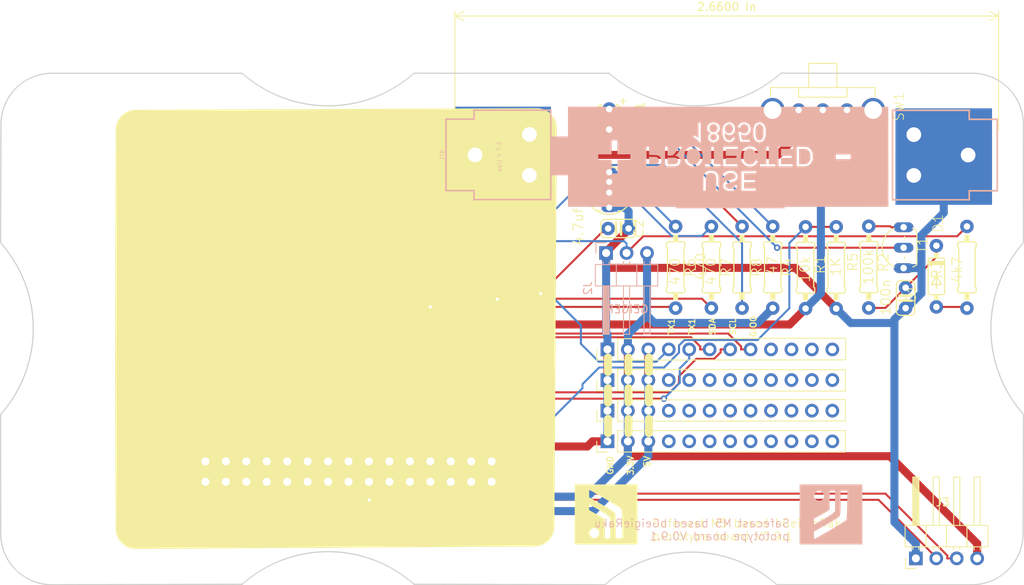
<source format=kicad_pcb>
(kicad_pcb (version 20190905) (host pcbnew "(5.99.0-218-g4a79b08ca)")

  (general
    (thickness 1.6)
    (drawings 45)
    (tracks 228)
    (modules 27)
    (nets 72)
  )

  (page "A4")
  (layers
    (0 "F.Cu" signal)
    (31 "B.Cu" signal)
    (32 "B.Adhes" user)
    (33 "F.Adhes" user)
    (34 "B.Paste" user)
    (35 "F.Paste" user)
    (36 "B.SilkS" user)
    (37 "F.SilkS" user)
    (38 "B.Mask" user)
    (39 "F.Mask" user)
    (40 "Dwgs.User" user hide)
    (41 "Cmts.User" user)
    (42 "Eco1.User" user)
    (43 "Eco2.User" user)
    (44 "Edge.Cuts" user)
    (45 "Margin" user)
    (46 "B.CrtYd" user)
    (47 "F.CrtYd" user)
    (48 "B.Fab" user)
    (49 "F.Fab" user)
  )

  (setup
    (stackup
      (layer "F.SilkS" (type "Top Silk Screen"))
      (layer "F.Paste" (type "Top Solder Paste"))
      (layer "F.Mask" (type "Top Solder Mask") (thickness 0.01) (color "Green"))
      (layer "F.Cu" (type "copper") (thickness 0.035))
      (layer "dielectric 1" (type "core") (thickness 1.51) (material "FR4") (epsilon_r 4.5) (loss_tangent 0.02))
      (layer "B.Cu" (type "copper") (thickness 0.035))
      (layer "B.Mask" (type "Bottom Solder Mask") (thickness 0.01) (color "Green"))
      (layer "B.Paste" (type "Bottom Solder Paste"))
      (layer "B.SilkS" (type "Bottom Silk Screen"))
      (copper_finish "None")
      (dielectric_constraints no)
    )
    (last_trace_width 0.25)
    (user_trace_width 0.5)
    (trace_clearance 0.2)
    (zone_clearance 0.508)
    (zone_45_only no)
    (trace_min 0.2)
    (via_size 0.8)
    (via_drill 0.4)
    (via_min_size 0.4)
    (via_min_drill 0.3)
    (uvia_size 0.3)
    (uvia_drill 0.1)
    (uvias_allowed no)
    (uvia_min_size 0.2)
    (uvia_min_drill 0.1)
    (max_error 0.005)
    (defaults
      (edge_clearance 0.01)
      (edge_cuts_line_width 0.05)
      (courtyard_line_width 0.05)
      (copper_line_width 0.2)
      (copper_text_dims (size 1.5 1.5) (thickness 0.3) keep_upright)
      (silk_line_width 0.12)
      (silk_text_dims (size 1 1) (thickness 0.15) keep_upright)
      (other_layers_line_width 0.1)
      (other_layers_text_dims (size 1 1) (thickness 0.15) keep_upright)
    )
    (pad_size 1.524 1.524)
    (pad_drill 0.762)
    (pad_to_mask_clearance 0.051)
    (solder_mask_min_width 0.25)
    (aux_axis_origin 0 0)
    (grid_origin 84.6836 66.75)
    (visible_elements FFFFFF7F)
    (pcbplotparams
      (layerselection 0x010fc_ffffffff)
      (usegerberextensions false)
      (usegerberattributes false)
      (usegerberadvancedattributes false)
      (creategerberjobfile false)
      (excludeedgelayer true)
      (linewidth 0.150000)
      (plotframeref false)
      (viasonmask false)
      (mode 1)
      (useauxorigin false)
      (hpglpennumber 1)
      (hpglpenspeed 20)
      (hpglpendiameter 15.000000)
      (psnegative false)
      (psa4output false)
      (plotreference true)
      (plotvalue true)
      (plotinvisibletext false)
      (padsonsilk false)
      (subtractmaskfromsilk false)
      (outputformat 1)
      (mirror false)
      (drillshape 0)
      (scaleselection 1)
      (outputdirectory "./")
    )
  )

  (net 0 "")
  (net 1 "GND")
  (net 2 "Net-(C1-Pad1)")
  (net 3 "Net-(COUNT1-PadK)")
  (net 4 "Net-(COUNT1-PadA)")
  (net 5 "Net-(D1-PadA)")
  (net 6 "Net-(J1-Pad30)")
  (net 7 "/RX2")
  (net 8 "/TX2")
  (net 9 "Net-(R5-Pad2)")
  (net 10 "Net-(D2-Pad4)")
  (net 11 "Net-(D2-Pad3)")
  (net 12 "Net-(D2-Pad2)")
  (net 13 "/Reset")
  (net 14 "/GIO13")
  (net 15 "/GIO5")
  (net 16 "Net-(J1-Pad4)")
  (net 17 "3.3V")
  (net 18 "5V")
  (net 19 "Net-(J1-Pad29)")
  (net 20 "Net-(J1-Pad27)")
  (net 21 "Net-(J1-Pad25)")
  (net 22 "Net-(J1-Pad23)")
  (net 23 "Net-(J1-Pad21)")
  (net 24 "Net-(J1-Pad11)")
  (net 25 "Net-(J1-Pad10)")
  (net 26 "Net-(J1-Pad9)")
  (net 27 "Net-(J1-Pad8)")
  (net 28 "Net-(J1-Pad7)")
  (net 29 "Net-(J1-Pad3)")
  (net 30 "/AD1")
  (net 31 "Net-(J1-Pad1)")
  (net 32 "Net-(J4-Pad12)")
  (net 33 "Net-(J4-Pad11)")
  (net 34 "Net-(J4-Pad10)")
  (net 35 "Net-(J4-Pad9)")
  (net 36 "Net-(J4-Pad8)")
  (net 37 "Net-(J4-Pad7)")
  (net 38 "Net-(J4-Pad6)")
  (net 39 "Net-(J4-Pad5)")
  (net 40 "Net-(J4-Pad4)")
  (net 41 "Net-(J5-Pad12)")
  (net 42 "Net-(J5-Pad11)")
  (net 43 "Net-(J5-Pad10)")
  (net 44 "Net-(J5-Pad9)")
  (net 45 "Net-(J5-Pad8)")
  (net 46 "Net-(J5-Pad7)")
  (net 47 "Net-(J5-Pad6)")
  (net 48 "Net-(J5-Pad5)")
  (net 49 "Net-(J5-Pad4)")
  (net 50 "Net-(J6-Pad12)")
  (net 51 "Net-(J6-Pad11)")
  (net 52 "Net-(J6-Pad10)")
  (net 53 "Net-(J6-Pad9)")
  (net 54 "Net-(J6-Pad8)")
  (net 55 "Net-(J6-Pad7)")
  (net 56 "Net-(J6-Pad6)")
  (net 57 "Net-(J6-Pad5)")
  (net 58 "Net-(J6-Pad4)")
  (net 59 "Net-(J7-Pad12)")
  (net 60 "Net-(J7-Pad11)")
  (net 61 "Net-(J7-Pad10)")
  (net 62 "Net-(J7-Pad9)")
  (net 63 "Net-(SW1-Pad3)")
  (net 64 "+5V")
  (net 65 "/GIO34")
  (net 66 "/GIO0")
  (net 67 "/GIO2")
  (net 68 "/SCL")
  (net 69 "/SDA")
  (net 70 "/RX1")
  (net 71 "/TX1")

  (net_class "Default" "This is the default net class."
    (clearance 0.2)
    (trace_width 0.25)
    (via_dia 0.8)
    (via_drill 0.4)
    (uvia_dia 0.3)
    (uvia_drill 0.1)
    (add_net "/AD1")
    (add_net "/GIO0")
    (add_net "/GIO13")
    (add_net "/GIO2")
    (add_net "/GIO34")
    (add_net "/GIO5")
    (add_net "/RX1")
    (add_net "/RX2")
    (add_net "/Reset")
    (add_net "/SCL")
    (add_net "/SDA")
    (add_net "/TX1")
    (add_net "/TX2")
    (add_net "Net-(C1-Pad1)")
    (add_net "Net-(COUNT1-PadA)")
    (add_net "Net-(COUNT1-PadK)")
    (add_net "Net-(D1-PadA)")
    (add_net "Net-(D2-Pad2)")
    (add_net "Net-(D2-Pad3)")
    (add_net "Net-(D2-Pad4)")
    (add_net "Net-(J1-Pad1)")
    (add_net "Net-(J1-Pad10)")
    (add_net "Net-(J1-Pad11)")
    (add_net "Net-(J1-Pad21)")
    (add_net "Net-(J1-Pad23)")
    (add_net "Net-(J1-Pad25)")
    (add_net "Net-(J1-Pad27)")
    (add_net "Net-(J1-Pad29)")
    (add_net "Net-(J1-Pad3)")
    (add_net "Net-(J1-Pad4)")
    (add_net "Net-(J1-Pad7)")
    (add_net "Net-(J1-Pad8)")
    (add_net "Net-(J1-Pad9)")
    (add_net "Net-(J4-Pad10)")
    (add_net "Net-(J4-Pad11)")
    (add_net "Net-(J4-Pad12)")
    (add_net "Net-(J4-Pad4)")
    (add_net "Net-(J4-Pad5)")
    (add_net "Net-(J4-Pad6)")
    (add_net "Net-(J4-Pad7)")
    (add_net "Net-(J4-Pad8)")
    (add_net "Net-(J4-Pad9)")
    (add_net "Net-(J5-Pad10)")
    (add_net "Net-(J5-Pad11)")
    (add_net "Net-(J5-Pad12)")
    (add_net "Net-(J5-Pad4)")
    (add_net "Net-(J5-Pad5)")
    (add_net "Net-(J5-Pad6)")
    (add_net "Net-(J5-Pad7)")
    (add_net "Net-(J5-Pad8)")
    (add_net "Net-(J5-Pad9)")
    (add_net "Net-(J6-Pad10)")
    (add_net "Net-(J6-Pad11)")
    (add_net "Net-(J6-Pad12)")
    (add_net "Net-(J6-Pad4)")
    (add_net "Net-(J6-Pad5)")
    (add_net "Net-(J6-Pad6)")
    (add_net "Net-(J6-Pad7)")
    (add_net "Net-(J6-Pad8)")
    (add_net "Net-(J6-Pad9)")
    (add_net "Net-(J7-Pad10)")
    (add_net "Net-(J7-Pad11)")
    (add_net "Net-(J7-Pad12)")
    (add_net "Net-(J7-Pad9)")
    (add_net "Net-(R5-Pad2)")
    (add_net "Net-(SW1-Pad3)")
  )

  (net_class "Power" ""
    (clearance 0.5)
    (trace_width 1)
    (via_dia 1)
    (via_drill 0.5)
    (uvia_dia 0.3)
    (uvia_drill 0.1)
    (add_net "+5V")
    (add_net "3.3V")
    (add_net "5V")
    (add_net "GND")
    (add_net "Net-(J1-Pad30)")
  )

  (module "LEDs:LED-RGB-5MM_Common_Cathode" (layer "F.Cu") (tedit 5DA3D85B) (tstamp 5DA3F75E)
    (at 160.249 83.26 180)
    (descr "5mm common cathode RGB LED")
    (tags "RGB LED 5mm Common Cathode")
    (path "/5D65EAC8")
    (fp_text reference "D2" (at -4.445 1.79 270) (layer "F.SilkS")
      (effects (font (size 1 1) (thickness 0.15)))
    )
    (fp_text value "LED_CRGB" (at -4.25 1.79 270) (layer "F.SilkS") hide
      (effects (font (size 1 1) (thickness 0.15)))
    )
    (fp_line (start 1.1 -0.595) (end 1.55 -0.595) (layer "F.SilkS") (width 0.15))
    (fp_circle (center 0 1.905) (end 2.95 1.905) (layer "F.SilkS") (width 0.15))
    (fp_line (start -1.1 -0.595) (end -1.55 -0.595) (layer "F.SilkS") (width 0.15))
    (fp_circle (center 0 1.905) (end 3.2 1.905) (layer "F.CrtYd") (width 0.05))
    (pad "4" thru_hole oval (at 0 4.2 180) (size 1.905 1.1176) (drill 0.762) (layers *.Cu *.Mask)
      (net 10 "Net-(D2-Pad4)"))
    (pad "3" thru_hole oval (at 0 3 180) (size 1.905 1.1176) (drill 0.762) (layers *.Cu *.Mask)
      (net 11 "Net-(D2-Pad3)"))
    (pad "2" thru_hole rect (at 0 1.67 180) (size 1.905 1.1176) (drill 0.762) (layers *.Cu *.Mask)
      (net 12 "Net-(D2-Pad2)"))
    (pad "1" thru_hole oval (at 0 -0.2 180) (size 1.905 1.1176) (drill 0.762) (layers *.Cu *.Mask)
      (net 1 "GND"))
    (model "${KISYS3DMOD}/LED_THT.3dshapes/LED_D5.0mm_Clear.step"
      (offset (xyz 0 -1 -1))
      (scale (xyz 1 1 1))
      (rotate (xyz 0 0 90))
    )
  )

  (module "Safecast_logo:M5Stack" (layer "F.Cu") (tedit 5D3BEFB7) (tstamp 5DA3FAB4)
    (at 118.64296 82.296319)
    (fp_text reference "REF**" (at 0 0.5) (layer "F.SilkS")
      (effects (font (size 1 1) (thickness 0.15)))
    )
    (fp_text value "M5Stack" (at -22.352 39.624 90) (layer "F.Fab")
      (effects (font (size 1 1) (thickness 0.15)))
    )
    (fp_poly (pts (xy -17.2 -8.5) (xy 32.6 -8.7) (xy 32.3 40.8) (xy -17.2 41.1)
      (xy -17.272 21.59)) (layer "F.SilkS") (width 5))
  )

  (module "Battery_Holders:BATTERY_18650-HOLDER" (layer "B.Cu") (tedit 5DA37C34) (tstamp 5D9480EB)
    (at 174.219 76.91)
    (descr "<h3>18650 Lithium Ion Cell Battery Holders</h3><p>PCB mount clips properly spaced to hold a 18650 Lithium Ion Cell battery.</p><p><a href=\"https://cdn.sparkfun.com/datasheets/Prototyping/54.PDF\">Datasheet</a></p><h4>Devices Using</h4><ul><li>BATTERY</li></ul>")
    (path "/5D536219")
    (fp_text reference "BT1" (at -34.7218 0 -90) (layer "B.SilkS")
      (effects (font (size 0.48 0.48) (thickness 0.05)) (justify mirror))
    )
    (fp_text value " 3.7 V Lipo" (at -27.6352 0 -90) (layer "B.SilkS")
      (effects (font (size 0.48 0.48) (thickness 0.05)) (justify mirror))
    )
    (fp_line (start 30.765 -5.5526) (end 21.23 -5.5526) (layer "B.SilkS") (width 0.2032))
    (fp_line (start 30.765 -4.435) (end 30.765 -5.5526) (layer "B.SilkS") (width 0.2032))
    (fp_line (start 34.2448 -4.435) (end 30.765 -4.435) (layer "B.SilkS") (width 0.2032))
    (fp_line (start 34.2448 4.455) (end 34.2448 -4.435) (layer "B.SilkS") (width 0.2032))
    (fp_line (start 30.765 4.455) (end 34.2448 4.455) (layer "B.SilkS") (width 0.2032))
    (fp_line (start 30.765 5.5726) (end 30.765 4.455) (layer "B.SilkS") (width 0.2032))
    (fp_line (start 21.23 5.5726) (end 30.765 5.5726) (layer "B.SilkS") (width 0.2032))
    (fp_line (start 21.23 -5.5526) (end 21.23 5.5726) (layer "B.SilkS") (width 0.2032))
    (fp_line (start 30.765 -5.5526) (end 21.23 -5.5526) (layer "Dwgs.User") (width 0.2032))
    (fp_line (start 30.765 -4.435) (end 30.765 -5.5526) (layer "Dwgs.User") (width 0.2032))
    (fp_line (start 34.2448 -4.435) (end 30.765 -4.435) (layer "Dwgs.User") (width 0.2032))
    (fp_line (start 34.2448 4.455) (end 34.2448 -4.435) (layer "Dwgs.User") (width 0.2032))
    (fp_line (start 30.765 4.455) (end 34.2448 4.455) (layer "Dwgs.User") (width 0.2032))
    (fp_line (start 30.765 5.5726) (end 30.765 4.455) (layer "Dwgs.User") (width 0.2032))
    (fp_line (start 21.23 5.5726) (end 30.765 5.5726) (layer "Dwgs.User") (width 0.2032))
    (fp_line (start 21.23 -5.5526) (end 21.23 5.5726) (layer "Dwgs.User") (width 0.2032))
    (fp_line (start -30.765 5.5526) (end -21.23 5.5526) (layer "B.SilkS") (width 0.2032))
    (fp_line (start -30.765 4.435) (end -30.765 5.5526) (layer "B.SilkS") (width 0.2032))
    (fp_line (start -34.2448 4.435) (end -30.765 4.435) (layer "B.SilkS") (width 0.2032))
    (fp_line (start -34.2448 -4.455) (end -34.2448 4.435) (layer "B.SilkS") (width 0.2032))
    (fp_line (start -30.765 -4.455) (end -34.2448 -4.455) (layer "B.SilkS") (width 0.2032))
    (fp_line (start -30.765 -5.5726) (end -30.765 -4.455) (layer "B.SilkS") (width 0.2032))
    (fp_line (start -21.23 -5.5726) (end -30.765 -5.5726) (layer "B.SilkS") (width 0.2032))
    (fp_line (start -21.23 5.5526) (end -21.23 -5.5726) (layer "B.SilkS") (width 0.2032))
    (fp_line (start 30.845 -5.5626) (end 21.32 -5.5626) (layer "Dwgs.User") (width 0.2032))
    (fp_line (start 30.845 -4.445) (end 30.845 -5.5626) (layer "Dwgs.User") (width 0.2032))
    (fp_line (start 34.3248 -4.445) (end 30.845 -4.445) (layer "Dwgs.User") (width 0.2032))
    (fp_line (start 34.3248 4.445) (end 34.3248 -4.445) (layer "Dwgs.User") (width 0.2032))
    (fp_line (start 30.845 4.445) (end 34.3248 4.445) (layer "Dwgs.User") (width 0.2032))
    (fp_line (start 30.845 5.5626) (end 30.845 4.445) (layer "Dwgs.User") (width 0.2032))
    (fp_line (start 21.32 5.5626) (end 30.845 5.5626) (layer "Dwgs.User") (width 0.2032))
    (fp_line (start 21.32 -5.5626) (end 21.32 5.5626) (layer "Dwgs.User") (width 0.2032))
    (fp_line (start -30.845 5.5626) (end -21.32 5.5626) (layer "Dwgs.User") (width 0.2032))
    (fp_line (start -30.845 4.445) (end -30.845 5.5626) (layer "Dwgs.User") (width 0.2032))
    (fp_line (start -34.3248 4.445) (end -30.845 4.445) (layer "Dwgs.User") (width 0.2032))
    (fp_line (start -34.3248 -4.445) (end -34.3248 4.445) (layer "Dwgs.User") (width 0.2032))
    (fp_line (start -30.845 -4.445) (end -34.3248 -4.445) (layer "Dwgs.User") (width 0.2032))
    (fp_line (start -30.845 -5.5626) (end -30.845 -4.445) (layer "Dwgs.User") (width 0.2032))
    (fp_line (start -21.32 -5.5626) (end -30.845 -5.5626) (layer "Dwgs.User") (width 0.2032))
    (fp_line (start -21.32 5.5626) (end -21.32 -5.5626) (layer "Dwgs.User") (width 0.2032))
    (fp_line (start 33 9) (end 33 -9) (layer "Eco2.User") (width 0.127))
    (fp_line (start -33 9) (end -33 -9) (layer "Eco2.User") (width 0.127))
    (fp_text user "-" (at 16.51 -1.27) (layer "B.SilkS")
      (effects (font (size 1 1) (thickness 0.05)) (justify mirror))
    )
    (fp_text user "+" (at -18.542 -1.27) (layer "B.SilkS")
      (effects (font (size 1 1) (thickness 0.05)) (justify mirror))
    )
    (fp_line (start 33 -9) (end -33 -9) (layer "Eco2.User") (width 0.127))
    (fp_line (start -33 9) (end 33 9) (layer "Eco2.User") (width 0.127))
    (pad "2" smd rect (at 27.6 0.2 180) (size 12 12) (layers "B.Cu" "B.Paste" "B.Mask")
      (net 1 "GND"))
    (pad "1" smd rect (at -27.2 -0.01) (size 12 12) (layers "B.Cu" "B.Paste" "B.Mask")
      (net 64 "+5V"))
    (pad "PWR@3" thru_hole circle (at -23.88 -2.55 270) (size 2.7432 2.7432) (drill 1.8288) (layers *.Cu *.Mask))
    (pad "1" thru_hole circle (at -30.628 -0.01) (size 2.7432 2.7432) (drill 1.8288) (layers *.Cu *.Mask)
      (net 64 "+5V"))
    (pad "PWR@2" thru_hole circle (at -23.88 2.53 270) (size 2.7432 2.7432) (drill 1.8288) (layers *.Cu *.Mask))
    (pad "GND@2" thru_hole circle (at 23.88 2.55 90) (size 2.7432 2.7432) (drill 1.8288) (layers *.Cu *.Mask))
    (pad "2" thru_hole circle (at 30.628 0.01 180) (size 2.7432 2.7432) (drill 1.8288) (layers *.Cu *.Mask)
      (net 1 "GND"))
    (pad "GND@3" thru_hole circle (at 23.88 -2.53 90) (size 2.7432 2.7432) (drill 1.8288) (layers *.Cu *.Mask))
    (model "${KIPRJMOD}/KEYELCO_54.STEP"
      (offset (xyz 27 0 0))
      (scale (xyz 1 1 1))
      (rotate (xyz -90 0 90))
    )
    (model "${KIPRJMOD}/KEYELCO_54.STEP"
      (offset (xyz -27 0 0))
      (scale (xyz 1 1 1))
      (rotate (xyz -90 0 -90))
    )
  )

  (module "bGeigieRaku_M5_1015:18650 map" (layer "B.Cu") (tedit 0) (tstamp 5D9E8A72)
    (at 173.5836 76.91 90)
    (fp_text reference "G***" (at 0 0 270) (layer "B.SilkS") hide
      (effects (font (size 1.524 1.524) (thickness 0.3)) (justify mirror))
    )
    (fp_text value "LOGO" (at 0.75 0 270) (layer "B.SilkS") hide
      (effects (font (size 1.524 1.524) (thickness 0.3)) (justify mirror))
    )
    (fp_poly (pts (xy -0.10676 11.663689) (xy 0.028325 11.657259) (xy 0.147212 11.645583) (xy 0.240422 11.628694)
      (xy 0.298477 11.606631) (xy 0.313258 11.586061) (xy 0.334995 11.568059) (xy 0.361793 11.56444)
      (xy 0.41167 11.545946) (xy 0.481663 11.49787) (xy 0.55918 11.431328) (xy 0.631626 11.35743)
      (xy 0.686408 11.28729) (xy 0.697982 11.267772) (xy 0.714886 11.225637) (xy 0.727781 11.16596)
      (xy 0.737447 11.080893) (xy 0.744665 10.96259) (xy 0.750215 10.803206) (xy 0.752227 10.722559)
      (xy 0.762862 10.259199) (xy -1.154434 10.259199) (xy -1.144736 10.722559) (xy -1.140777 10.890754)
      (xy -1.136238 11.015546) (xy -1.13002 11.105742) (xy -1.121023 11.170147) (xy -1.108147 11.217565)
      (xy -1.090294 11.256802) (xy -1.074712 11.283364) (xy -1.022851 11.35296) (xy -0.954208 11.427003)
      (xy -0.880958 11.494348) (xy -0.815279 11.543852) (xy -0.769348 11.564374) (xy -0.767569 11.56444)
      (xy -0.731233 11.58164) (xy -0.726584 11.590036) (xy -0.693376 11.615853) (xy -0.61949 11.636205)
      (xy -0.514407 11.651129) (xy -0.387605 11.66066) (xy -0.248563 11.664834)) (layer "B.SilkS") (width 0))
    (fp_poly (pts (xy 2.87826 5.835969) (xy 3.023215 5.833555) (xy 3.154763 5.828779) (xy 3.263538 5.821624)
      (xy 3.340172 5.812073) (xy 3.36993 5.80383) (xy 3.445437 5.774352) (xy 3.50736 5.75695)
      (xy 3.566407 5.730364) (xy 3.642267 5.67836) (xy 3.700658 5.628496) (xy 3.768164 5.560197)
      (xy 3.805713 5.504072) (xy 3.823921 5.439436) (xy 3.83116 5.374297) (xy 3.8349 5.286524)
      (xy 3.823126 5.22422) (xy 3.788427 5.162357) (xy 3.754951 5.116914) (xy 3.658496 5.010394)
      (xy 3.554291 4.941964) (xy 3.426179 4.902991) (xy 3.330421 4.890091) (xy 3.240411 4.878759)
      (xy 3.172961 4.864801) (xy 3.143251 4.851645) (xy 3.112179 4.84167) (xy 3.041621 4.83473)
      (xy 2.944208 4.830752) (xy 2.832573 4.829661) (xy 2.719345 4.831381) (xy 2.617156 4.835838)
      (xy 2.538638 4.842958) (xy 2.496421 4.852664) (xy 2.493012 4.855499) (xy 2.457446 4.87486)
      (xy 2.405589 4.881604) (xy 2.297059 4.893567) (xy 2.173125 4.924953) (xy 2.054475 4.969001)
      (xy 1.961797 5.018955) (xy 1.94421 5.032326) (xy 1.863909 5.131612) (xy 1.817111 5.258274)
      (xy 1.809444 5.395542) (xy 1.81312 5.422902) (xy 1.852899 5.530445) (xy 1.927285 5.630356)
      (xy 2.023284 5.710754) (xy 2.127901 5.759759) (xy 2.191859 5.769168) (xy 2.23803 5.784291)
      (xy 2.251532 5.801799) (xy 2.280223 5.813201) (xy 2.351709 5.822343) (xy 2.456622 5.829207)
      (xy 2.585597 5.833778) (xy 2.729265 5.836038)) (layer "B.SilkS") (width 0))
    (fp_poly (pts (xy 3.315175 2.058499) (xy 3.367672 2.046033) (xy 3.380576 2.036177) (xy 3.416964 2.015113)
      (xy 3.453905 2.009975) (xy 3.540393 1.987609) (xy 3.636298 1.92661) (xy 3.729107 1.835721)
      (xy 3.760664 1.795571) (xy 3.808939 1.722238) (xy 3.831087 1.659962) (xy 3.834313 1.58287)
      (xy 3.831783 1.540185) (xy 3.815374 1.450429) (xy 3.782579 1.355508) (xy 3.740181 1.268966)
      (xy 3.694966 1.204348) (xy 3.653718 1.175197) (xy 3.648711 1.174718) (xy 3.612523 1.160722)
      (xy 3.555769 1.126257) (xy 3.544453 1.118375) (xy 3.446232 1.07362) (xy 3.319442 1.05016)
      (xy 3.183506 1.048726) (xy 3.057845 1.07005) (xy 2.989004 1.097468) (xy 2.847892 1.192166)
      (xy 2.757624 1.295354) (xy 2.717362 1.408096) (xy 2.714903 1.445981) (xy 2.704982 1.502105)
      (xy 2.68753 1.527916) (xy 2.67523 1.55906) (xy 2.684127 1.57514) (xy 2.704323 1.619578)
      (xy 2.723137 1.689894) (xy 2.725806 1.703725) (xy 2.769582 1.812936) (xy 2.851055 1.908186)
      (xy 2.955714 1.975328) (xy 3.02631 1.996707) (xy 3.09627 2.013307) (xy 3.141302 2.032844)
      (xy 3.147036 2.038448) (xy 3.182143 2.054928) (xy 3.245761 2.061537)) (layer "B.SilkS") (width 0))
    (fp_poly (pts (xy 2.348814 0.016379) (xy 2.435957 -0.033692) (xy 2.501826 -0.091289) (xy 2.551985 -0.147974)
      (xy 2.562152 -0.163876) (xy 2.584739 -0.236561) (xy 2.59454 -0.332968) (xy 2.591881 -0.433674)
      (xy 2.577087 -0.519257) (xy 2.55543 -0.565355) (xy 2.515664 -0.622192) (xy 2.49836 -0.657685)
      (xy 2.465264 -0.691396) (xy 2.400526 -0.723891) (xy 2.370394 -0.733874) (xy 2.296326 -0.758046)
      (xy 2.243499 -0.78085) (xy 2.233269 -0.787545) (xy 2.186203 -0.8079) (xy 2.153649 -0.783145)
      (xy 2.117555 -0.762714) (xy 2.075653 -0.75704) (xy 2.019985 -0.739679) (xy 1.951462 -0.695834)
      (xy 1.923029 -0.671441) (xy 1.843598 -0.563482) (xy 1.806295 -0.437376) (xy 1.810315 -0.304688)
      (xy 1.854854 -0.176982) (xy 1.939109 -0.065824) (xy 1.966812 -0.04155) (xy 2.087577 0.024806)
      (xy 2.218836 0.044182)) (layer "B.SilkS") (width 0))
    (fp_poly (pts (xy 3.409974 0.124635) (xy 3.547529 0.091006) (xy 3.64831 0.034189) (xy 3.747766 -0.062766)
      (xy 3.806441 -0.166092) (xy 3.830353 -0.290349) (xy 3.829254 -0.403594) (xy 3.819467 -0.495905)
      (xy 3.804991 -0.564289) (xy 3.788803 -0.594833) (xy 3.788293 -0.595029) (xy 3.760627 -0.625955)
      (xy 3.759096 -0.636623) (xy 3.737782 -0.683215) (xy 3.683168 -0.740583) (xy 3.609243 -0.797378)
      (xy 3.529998 -0.842254) (xy 3.484995 -0.858936) (xy 3.357106 -0.8823) (xy 3.234119 -0.876014)
      (xy 3.165865 -0.862218) (xy 3.051823 -0.819408) (xy 2.961965 -0.745806) (xy 2.885083 -0.6344)
      (xy 2.843229 -0.536671) (xy 2.818282 -0.430279) (xy 2.811885 -0.33091) (xy 2.825684 -0.25425)
      (xy 2.842415 -0.227513) (xy 2.868977 -0.178472) (xy 2.871532 -0.160398) (xy 2.893185 -0.096587)
      (xy 2.949498 -0.024638) (xy 3.027503 0.042201) (xy 3.114232 0.090681) (xy 3.119246 0.092647)
      (xy 3.261508 0.125812)) (layer "B.SilkS") (width 0))
    (fp_poly (pts (xy -0.050573 -2.013558) (xy 0.035622 -2.020194) (xy 0.091362 -2.030699) (xy 0.098248 -2.033575)
      (xy 0.147167 -2.05398) (xy 0.226354 -2.082225) (xy 0.29368 -2.104243) (xy 0.372979 -2.132089)
      (xy 0.42738 -2.156794) (xy 0.443783 -2.170682) (xy 0.46474 -2.194323) (xy 0.515149 -2.224162)
      (xy 0.515333 -2.22425) (xy 0.580396 -2.274038) (xy 0.621177 -2.330094) (xy 0.652276 -2.380652)
      (xy 0.678816 -2.401644) (xy 0.697771 -2.424642) (xy 0.723306 -2.484354) (xy 0.745073 -2.551747)
      (xy 0.774167 -2.653615) (xy 0.802166 -2.751807) (xy 0.815568 -2.798896) (xy 0.829886 -2.884179)
      (xy 0.816442 -2.92942) (xy 0.796566 -2.974579) (xy 0.778129 -3.048613) (xy 0.772668 -3.08102)
      (xy 0.750001 -3.17384) (xy 0.714691 -3.258799) (xy 0.703974 -3.276806) (xy 0.652493 -3.354995)
      (xy 0.599328 -3.436777) (xy 0.597695 -3.439311) (xy 0.556399 -3.49389) (xy 0.522572 -3.522777)
      (xy 0.517022 -3.524152) (xy 0.479389 -3.538136) (xy 0.423811 -3.572012) (xy 0.420684 -3.574221)
      (xy 0.314271 -3.627334) (xy 0.169667 -3.667558) (xy -0.000439 -3.693711) (xy -0.183356 -3.704613)
      (xy -0.366398 -3.699081) (xy -0.536873 -3.675935) (xy -0.576762 -3.667083) (xy -0.771759 -3.596805)
      (xy -0.92974 -3.489711) (xy -1.050565 -3.345951) (xy -1.134089 -3.165673) (xy -1.162746 -3.057486)
      (xy -1.185178 -2.84845) (xy -1.167191 -2.645057) (xy -1.127701 -2.506063) (xy -1.074074 -2.415674)
      (xy -0.986874 -2.319554) (xy -0.878479 -2.226967) (xy -0.761267 -2.147171) (xy -0.647616 -2.089428)
      (xy -0.549905 -2.062999) (xy -0.534525 -2.062281) (xy -0.48011 -2.052332) (xy -0.456834 -2.036177)
      (xy -0.424737 -2.024429) (xy -0.354304 -2.016228) (xy -0.259294 -2.01164) (xy -0.153464 -2.010729)) (layer "B.SilkS") (width 0))
    (fp_poly (pts (xy -0.621938 -4.793208) (xy -0.557612 -4.813047) (xy -0.504387 -4.851081) (xy -0.482429 -4.872286)
      (xy -0.435227 -4.922953) (xy -0.3997 -4.972192) (xy -0.3742 -5.028244) (xy -0.35708 -5.099347)
      (xy -0.346692 -5.193738) (xy -0.341389 -5.319658) (xy -0.339522 -5.485343) (xy -0.339362 -5.587662)
      (xy -0.339362 -6.082425) (xy -1.182416 -6.082425) (xy -1.168333 -5.584916) (xy -1.163226 -5.411936)
      (xy -1.158265 -5.282519) (xy -1.1522 -5.188033) (xy -1.143785 -5.119849) (xy -1.13177 -5.069338)
      (xy -1.114908 -5.02787) (xy -1.09195 -4.986815) (xy -1.078717 -4.965236) (xy -1.007421 -4.867421)
      (xy -0.932269 -4.809849) (xy -0.837828 -4.784763) (xy -0.717882 -4.783859)) (layer "B.SilkS") (width 0))
    (fp_poly (pts (xy -0.533516 -7.167102) (xy -0.505977 -7.181373) (xy -0.447008 -7.222538) (xy -0.410929 -7.243071)
      (xy -0.376818 -7.263744) (xy -0.34979 -7.293066) (xy -0.321359 -7.343683) (xy -0.283043 -7.428245)
      (xy -0.276273 -7.443822) (xy -0.259427 -7.495549) (xy -0.247553 -7.566182) (xy -0.239969 -7.664215)
      (xy -0.235996 -7.798141) (xy -0.234943 -7.959392) (xy -0.234943 -8.37965) (xy -1.148612 -8.37965)
      (xy -1.147989 -7.968499) (xy -1.146264 -7.775274) (xy -1.140659 -7.625979) (xy -1.129538 -7.51238)
      (xy -1.111265 -7.426245) (xy -1.084204 -7.359343) (xy -1.046719 -7.303441) (xy -1.007255 -7.260232)
      (xy -0.953281 -7.210542) (xy -0.903754 -7.181459) (xy -0.84051 -7.166202) (xy -0.745384 -7.157992)
      (xy -0.731095 -7.157166) (xy -0.60994 -7.155434)) (layer "B.SilkS") (width 0))
    (fp_poly (pts (xy 5.991059 21.340699) (xy 5.997602 1.442292) (xy 6.004146 -18.456115) (xy 2.297226 -18.456115)
      (xy 2.297226 -20.596711) (xy -2.418648 -20.596711) (xy -2.475408 -20.536293) (xy -2.489797 -20.519933)
      (xy -2.501522 -20.501088) (xy -2.510856 -20.474618) (xy -2.518072 -20.435382) (xy -2.523442 -20.378242)
      (xy -2.527239 -20.298057) (xy -2.529736 -20.189687) (xy -2.531205 -20.047993) (xy -2.531918 -19.867834)
      (xy -2.532148 -19.644072) (xy -2.532168 -19.465995) (xy -2.532168 -18.456115) (xy -6.447793 -18.456115)
      (xy -6.453756 -12.32148) (xy -2.297225 -12.32148) (xy -2.297225 -13.02631) (xy -0.600411 -13.02631)
      (xy -0.600411 -14.697019) (xy 0.078315 -14.697019) (xy 0.078315 -13.02631) (xy 1.801234 -13.02631)
      (xy 1.801234 -12.32148) (xy 0.078315 -12.32148) (xy 0.078315 -10.70298) (xy -0.600411 -10.70298)
      (xy -0.600411 -12.32148) (xy -2.297225 -12.32148) (xy -6.453756 -12.32148) (xy -6.454369 -11.691457)
      (xy -6.457866 -8.093726) (xy -1.40966 -8.093726) (xy -1.40966 -8.692908) (xy 1.018089 -8.692908)
      (xy 1.018089 -8.380778) (xy 0.013053 -8.366598) (xy -0.002432 -7.870606) (xy -0.013088 -7.631856)
      (xy -0.028964 -7.441899) (xy -0.050668 -7.297522) (xy -0.07881 -7.195513) (xy -0.113996 -7.132658)
      (xy -0.14672 -7.108747) (xy -0.179355 -7.077771) (xy -0.182733 -7.063019) (xy -0.204456 -7.03671)
      (xy -0.261888 -6.99631) (xy -0.343424 -6.949801) (xy -0.358941 -6.941814) (xy -0.460094 -6.893864)
      (xy -0.541 -6.867256) (xy -0.62608 -6.856303) (xy -0.730935 -6.855191) (xy -0.846509 -6.860385)
      (xy -0.931346 -6.875464) (xy -1.006679 -6.905325) (xy -1.049883 -6.928744) (xy -1.191958 -7.031722)
      (xy -1.286714 -7.151278) (xy -1.331551 -7.264856) (xy -1.355175 -7.349177) (xy -1.37926 -7.421471)
      (xy -1.384447 -7.434579) (xy -1.391702 -7.477274) (xy -1.398141 -7.563876) (xy -1.403445 -7.686087)
      (xy -1.407298 -7.835605) (xy -1.409381 -8.004132) (xy -1.40966 -8.093726) (xy -6.457866 -8.093726)
      (xy -6.460143 -5.751442) (xy -1.40966 -5.751442) (xy -1.40966 -6.395683) (xy 1.018089 -6.395683)
      (xy 1.018089 -6.082425) (xy -0.078314 -6.082425) (xy -0.077177 -5.854008) (xy -0.074211 -5.69254)
      (xy -0.064443 -5.571377) (xy -0.043801 -5.478687) (xy -0.008211 -5.402638) (xy 0.0464 -5.331396)
      (xy 0.124105 -5.253129) (xy 0.132348 -5.245357) (xy 0.209012 -5.175471) (xy 0.272085 -5.121972)
      (xy 0.311572 -5.093179) (xy 0.318466 -5.090442) (xy 0.347847 -5.076489) (xy 0.409479 -5.038977)
      (xy 0.492935 -4.984419) (xy 0.548202 -4.946865) (xy 0.638907 -4.885424) (xy 0.713083 -4.837113)
      (xy 0.76063 -4.808408) (xy 0.772159 -4.803289) (xy 0.800307 -4.789258) (xy 0.856184 -4.753173)
      (xy 0.902876 -4.720549) (xy 1.018089 -4.637809) (xy 1.018089 -4.472553) (xy 1.01369 -4.374231)
      (xy 1.001161 -4.318264) (xy 0.988955 -4.307297) (xy 0.953049 -4.321505) (xy 0.891057 -4.358149)
      (xy 0.838852 -4.393521) (xy 0.757251 -4.448027) (xy 0.680627 -4.493284) (xy 0.646095 -4.510433)
      (xy 0.595035 -4.540227) (xy 0.574307 -4.567785) (xy 0.554966 -4.593588) (xy 0.548455 -4.59445)
      (xy 0.510914 -4.609565) (xy 0.444336 -4.649498) (xy 0.360196 -4.706129) (xy 0.269966 -4.771338)
      (xy 0.18512 -4.837005) (xy 0.11713 -4.895012) (xy 0.098716 -4.912732) (xy 0.036957 -4.982795)
      (xy -0.013375 -5.05259) (xy -0.023989 -5.071054) (xy -0.062119 -5.128743) (xy -0.089306 -5.136479)
      (xy -0.103152 -5.094462) (xy -0.104419 -5.064337) (xy -0.11042 -5.009328) (xy -0.124877 -4.986028)
      (xy -0.125118 -4.986022) (xy -0.144021 -4.963414) (xy -0.171405 -4.904966) (xy -0.193642 -4.845322)
      (xy -0.236135 -4.746519) (xy -0.29494 -4.670447) (xy -0.368668 -4.607618) (xy -0.530273 -4.513587)
      (xy -0.698566 -4.470584) (xy -0.868941 -4.478679) (xy -1.036791 -4.537942) (xy -1.131373 -4.595932)
      (xy -1.195529 -4.643861) (xy -1.242351 -4.68768) (xy -1.278575 -4.738706) (xy -1.310937 -4.808252)
      (xy -1.346174 -4.907634) (xy -1.380252 -5.013981) (xy -1.390463 -5.07476) (xy -1.398672 -5.183641)
      (xy -1.404716 -5.336549) (xy -1.408433 -5.529407) (xy -1.40966 -5.751442) (xy -6.460143 -5.751442)
      (xy -6.460945 -4.926798) (xy -6.545786 -5.013576) (xy -6.630626 -5.100353) (xy -6.630626 -2.806599)
      (xy -1.420955 -2.806599) (xy -1.42081 -2.86973) (xy -1.418982 -3.003839) (xy -1.413768 -3.100476)
      (xy -1.402588 -3.174377) (xy -1.382866 -3.240272) (xy -1.352023 -3.312895) (xy -1.338028 -3.342832)
      (xy -1.212691 -3.552654) (xy -1.05345 -3.723062) (xy -0.859761 -3.854467) (xy -0.631077 -3.947275)
      (xy -0.482939 -3.983435) (xy -0.334976 -4.001808) (xy -0.163913 -4.007133) (xy 0.009864 -3.999985)
      (xy 0.165969 -3.980939) (xy 0.246858 -3.962864) (xy 0.323339 -3.937107) (xy 0.38209 -3.910472)
      (xy 0.391573 -3.90447) (xy 0.439213 -3.874926) (xy 0.509484 -3.836367) (xy 0.530606 -3.82548)
      (xy 0.592159 -3.784761) (xy 0.667985 -3.72126) (xy 0.747922 -3.64535) (xy 0.82181 -3.567399)
      (xy 0.879489 -3.49778) (xy 0.910799 -3.446862) (xy 0.913669 -3.434493) (xy 0.931987 -3.389196)
      (xy 0.94932 -3.370433) (xy 0.983181 -3.315844) (xy 1.01067 -3.219595) (xy 1.030236 -3.092012)
      (xy 1.040328 -2.943422) (xy 1.039395 -2.784151) (xy 1.038928 -2.773933) (xy 1.024231 -2.608272)
      (xy 0.993982 -2.466764) (xy 0.9428 -2.339757) (xy 0.865302 -2.2176) (xy 0.756105 -2.09064)
      (xy 0.618762 -1.957862) (xy 1.56629 -1.957862) (xy 1.56629 -2.033078) (xy 1.581659 -2.098172)
      (xy 1.634222 -2.15905) (xy 1.658909 -2.178938) (xy 1.785175 -2.286619) (xy 1.90915 -2.412461)
      (xy 2.02074 -2.544504) (xy 2.109852 -2.670789) (xy 2.166391 -2.779358) (xy 2.166965 -2.780857)
      (xy 2.188227 -2.819801) (xy 2.223913 -2.839008) (xy 2.290081 -2.845138) (xy 2.322684 -2.845426)
      (xy 2.397373 -2.842679) (xy 2.44488 -2.835651) (xy 2.453854 -2.830089) (xy 2.440988 -2.795666)
      (xy 2.40714 -2.729537) (xy 2.359435 -2.643997) (xy 2.304998 -2.55134) (xy 2.250956 -2.463857)
      (xy 2.204432 -2.393844) (xy 2.188214 -2.371783) (xy 2.144244 -2.311905) (xy 2.117871 -2.269924)
      (xy 2.114492 -2.260837) (xy 2.139632 -2.257231) (xy 2.211197 -2.253913) (xy 2.323402 -2.250979)
      (xy 2.470462 -2.248527) (xy 2.646591 -2.246651) (xy 2.846006 -2.245449) (xy 3.062922 -2.245015)
      (xy 4.020144 -2.245015) (xy 4.020144 -1.957862) (xy 1.56629 -1.957862) (xy 0.618762 -1.957862)
      (xy 0.609827 -1.949225) (xy 0.548202 -1.893934) (xy 0.489881 -1.859465) (xy 0.396958 -1.822408)
      (xy 0.286384 -1.78842) (xy 0.175111 -1.763155) (xy 0.138867 -1.757383) (xy 0.066366 -1.743156)
      (xy 0.018636 -1.725822) (xy 0.0108 -1.719273) (xy -0.021401 -1.7073) (xy -0.089728 -1.700004)
      (xy -0.178309 -1.697378) (xy -0.271272 -1.699414) (xy -0.352743 -1.706104) (xy -0.40685 -1.71744)
      (xy -0.411505 -1.71948) (xy -0.458838 -1.736658) (xy -0.539828 -1.760121) (xy -0.637159 -1.784861)
      (xy -0.639568 -1.785432) (xy -0.807306 -1.844492) (xy -0.969911 -1.936559) (xy -1.114611 -2.051965)
      (xy -1.22863 -2.181043) (xy -1.282148 -2.271753) (xy -1.322372 -2.357489) (xy -1.366685 -2.450837)
      (xy -1.373515 -2.465106) (xy -1.396147 -2.522819) (xy -1.410639 -2.590769) (xy -1.418429 -2.681261)
      (xy -1.420955 -2.806599) (xy -6.630626 -2.806599) (xy -6.630626 -0.026105) (xy -4.437821 -0.026105)
      (xy -3.739517 -0.026319) (xy -3.439025 -0.027885) (xy -3.185993 -0.03294) (xy -2.975739 -0.042319)
      (xy -2.803581 -0.056856) (xy -2.664836 -0.077385) (xy -2.554822 -0.104741) (xy -2.468857 -0.139759)
      (xy -2.402259 -0.183273) (xy -2.350345 -0.236117) (xy -2.320119 -0.279296) (xy -2.268074 -0.400622)
      (xy -2.23903 -0.54872) (xy -2.232396 -0.709175) (xy -2.247583 -0.867574) (xy -2.284001 -1.009505)
      (xy -2.341058 -1.120554) (xy -2.355284 -1.138234) (xy -2.408029 -1.191817) (xy -2.450106 -1.22337)
      (xy -2.461029 -1.226927) (xy -2.499953 -1.242997) (xy -2.539342 -1.27261) (xy -2.556672 -1.284803)
      (xy -2.582562 -1.294742) (xy -2.622305 -1.302721) (xy -2.681193 -1.309031) (xy -2.764517 -1.313964)
      (xy -2.877569 -1.317812) (xy -3.025641 -1.320866) (xy -3.214025 -1.323418) (xy -3.448012 -1.325761)
      (xy -3.513802 -1.326344) (xy -4.437821 -1.334394) (xy -4.437821 -1.644604) (xy -3.700359 -1.644406)
      (xy -3.496669 -1.643472) (xy -3.298883 -1.640941) (xy -3.116303 -1.637054) (xy -2.958231 -1.632052)
      (xy -2.833967 -1.626179) (xy -2.754059 -1.619821) (xy -2.559887 -1.579603) (xy -2.38617 -1.509445)
      (xy -2.240552 -1.41438) (xy -2.130674 -1.299441) (xy -2.064181 -1.16966) (xy -2.062625 -1.164546)
      (xy -2.03617 -1.089072) (xy -2.009238 -1.032414) (xy -2.002485 -1.022573) (xy -1.986562 -0.975496)
      (xy -1.976771 -0.889928) (xy -1.9728 -0.779189) (xy -1.974339 -0.656596) (xy -1.981077 -0.535471)
      (xy -1.992703 -0.429132) (xy -2.008907 -0.350898) (xy -2.018724 -0.32631) (xy -2.048838 -0.258596)
      (xy -2.062093 -0.202751) (xy -2.06212 -0.201194) (xy -2.079509 -0.159053) (xy -2.123795 -0.096344)
      (xy -2.18344 -0.02586) (xy -2.246907 0.039611) (xy -2.302661 0.087277) (xy -2.337779 0.10442)
      (xy -2.375672 0.124117) (xy -2.381238 0.134567) (xy -2.410145 0.160176) (xy -2.471796 0.190405)
      (xy -2.507411 0.203589) (xy -2.551755 0.214785) (xy -2.615318 0.22415) (xy -2.70319 0.231934)
      (xy -2.820462 0.238388) (xy -2.972221 0.243763) (xy -3.163559 0.248311) (xy -3.399565 0.252283)
      (xy -3.530678 0.254064) (xy -4.437821 0.265665) (xy -4.437821 -0.026105) (xy -6.630626 -0.026105)
      (xy -6.630626 0.495992) (xy -1.40966 0.495992) (xy -1.40966 -1.435765) (xy -1.148612 -1.435765)
      (xy -1.148612 -0.652621) (xy 1.018089 -0.652621) (xy 1.018089 -0.406482) (xy 1.567038 -0.406482)
      (xy 1.574172 -0.476599) (xy 1.588547 -0.510349) (xy 1.607825 -0.548508) (xy 1.632223 -0.618206)
      (xy 1.645468 -0.663859) (xy 1.709297 -0.809085) (xy 1.811418 -0.921321) (xy 1.947796 -0.998143)
      (xy 2.114399 -1.03713) (xy 2.270423 -1.039189) (xy 2.394114 -1.016939) (xy 2.49397 -0.96495)
      (xy 2.582097 -0.875064) (xy 2.640546 -0.789671) (xy 2.686874 -0.727834) (xy 2.721831 -0.706069)
      (xy 2.739778 -0.726985) (xy 2.741008 -0.743184) (xy 2.761647 -0.822561) (xy 2.816136 -0.912961)
      (xy 2.893332 -0.99892) (xy 2.966035 -1.055421) (xy 3.133902 -1.134197) (xy 3.306471 -1.161591)
      (xy 3.485594 -1.137654) (xy 3.650332 -1.074058) (xy 3.804433 -0.970092) (xy 3.92172 -0.83115)
      (xy 4.000344 -0.661028) (xy 4.038456 -0.463523) (xy 4.037757 -0.278603) (xy 3.99891 -0.077317)
      (xy 3.921249 0.094713) (xy 3.809214 0.233568) (xy 3.66725 0.335329) (xy 3.499797 0.396076)
      (xy 3.3113 0.41189) (xy 3.259312 0.40815) (xy 3.085105 0.373366) (xy 2.948378 0.306175)
      (xy 2.842371 0.201898) (xy 2.764579 0.065614) (xy 2.731151 -0.000123) (xy 2.703344 -0.037839)
      (xy 2.692884 -0.041682) (xy 2.671205 -0.01328) (xy 2.63659 0.046488) (xy 2.613405 0.091116)
      (xy 2.554616 0.182314) (xy 2.491583 0.234889) (xy 2.483827 0.238201) (xy 2.407663 0.269864)
      (xy 2.338898 0.301806) (xy 2.247296 0.333339) (xy 2.167862 0.33587) (xy 2.126239 0.317797)
      (xy 2.08783 0.29746) (xy 2.019485 0.271038) (xy 1.984257 0.259351) (xy 1.847615 0.190845)
      (xy 1.736411 0.084737) (xy 1.661704 -0.047399) (xy 1.64734 -0.093181) (xy 1.623428 -0.177542)
      (xy 1.59986 -0.245947) (xy 1.590418 -0.26722) (xy 1.572516 -0.32865) (xy 1.567038 -0.406482)
      (xy 1.018089 -0.406482) (xy 1.018089 -0.339942) (xy -0.058735 -0.333126) (xy -1.13556 -0.32631)
      (xy -1.149938 0.495992) (xy -1.40966 0.495992) (xy -6.630626 0.495992) (xy -6.630626 1.711977)
      (xy -4.450541 1.711977) (xy -4.449276 1.554281) (xy -4.438683 1.409519) (xy -4.418485 1.293813)
      (xy -4.415211 1.281991) (xy -4.370052 1.184347) (xy -4.29562 1.079941) (xy -4.204586 0.982351)
      (xy -4.109621 0.905155) (xy -4.023396 0.861929) (xy -4.023115 0.861851) (xy -3.855678 0.836146)
      (xy -3.694597 0.849649) (xy -3.548759 0.898575) (xy -3.427053 0.97914) (xy -3.338366 1.087562)
      (xy -3.303531 1.168191) (xy -3.282194 1.213708) (xy -3.265376 1.226927) (xy -3.251278 1.250637)
      (xy -3.229516 1.314557) (xy -3.203489 1.407874) (xy -3.18536 1.481449) (xy -3.158239 1.591958)
      (xy -3.13344 1.683911) (xy -3.114406 1.744989) (xy -3.106922 1.762076) (xy -3.092162 1.799907)
      (xy -3.072403 1.872408) (xy -3.054497 1.951849) (xy -3.014724 2.084234) (xy -2.957246 2.196233)
      (xy -2.889052 2.27681) (xy -2.825847 2.312927) (xy -2.780198 2.334082) (xy -2.767112 2.352265)
      (xy -2.744431 2.368667) (xy -2.689859 2.37554) (xy -2.689495 2.37554) (xy -2.62343 2.365113)
      (xy -2.543502 2.338608) (xy -2.465258 2.303193) (xy -2.40424 2.266033) (xy -2.375994 2.234293)
      (xy -2.375539 2.230807) (xy -2.357841 2.191982) (xy -2.325674 2.155771) (xy -2.289263 2.097035)
      (xy -2.259176 2.000497) (xy -2.237846 1.880418) (xy -2.227704 1.751061) (xy -2.231181 1.626687)
      (xy -2.232821 1.611108) (xy -2.269864 1.447375) (xy -2.33741 1.298808) (xy -2.428697 1.174336)
      (xy -2.536962 1.082886) (xy -2.655443 1.033386) (xy -2.672759 1.030267) (xy -2.780164 1.014204)
      (xy -2.771222 0.87257) (xy -2.76416 0.790996) (xy -2.751655 0.74877) (xy -2.726741 0.733053)
      (xy -2.694384 0.730935) (xy -2.639115 0.742161) (xy -2.554187 0.771888) (xy -2.456083 0.81419)
      (xy -2.435751 0.82392) (xy -2.34715 0.871332) (xy -2.280442 0.915061) (xy -2.246918 0.947436)
      (xy -2.245015 0.953526) (xy -2.224349 0.993946) (xy -2.193873 1.017517) (xy -2.153259 1.058364)
      (xy -2.108026 1.130753) (xy -2.067562 1.215929) (xy -2.041258 1.295141) (xy -2.036176 1.33249)
      (xy -2.021777 1.377192) (xy -2.006275 1.389173) (xy -1.992959 1.418147) (xy -1.982851 1.48696)
      (xy -1.97605 1.583333) (xy -1.972657 1.694987) (xy -1.972771 1.809644) (xy -1.976493 1.915026)
      (xy -1.983922 1.998853) (xy -1.995158 2.048848) (xy -2.000844 2.056688) (xy -2.025853 2.091919)
      (xy -2.052165 2.157452) (xy -2.059622 2.182701) (xy -2.102725 2.277072) (xy -2.177447 2.380874)
      (xy -2.269859 2.478018) (xy -2.366033 2.552419) (xy -2.392869 2.567562) (xy -2.442359 2.584378)
      (xy -1.40966 2.584378) (xy -1.40966 0.835355) (xy 1.018089 0.835355) (xy 1.018089 1.592395)
      (xy 1.56629 1.592395) (xy 1.574496 1.532685) (xy 1.592395 1.501028) (xy 1.614434 1.464156)
      (xy 1.6185 1.43497) (xy 1.634492 1.355903) (xy 1.676219 1.255825) (xy 1.734306 1.152366)
      (xy 1.799381 1.063156) (xy 1.83644 1.02506) (xy 1.940943 0.943362) (xy 2.045292 0.887712)
      (xy 2.172202 0.846857) (xy 2.218911 0.835611) (xy 2.308818 0.813341) (xy 2.384267 0.791617)
      (xy 2.414697 0.780868) (xy 2.46981 0.762323) (xy 2.537952 0.749761) (xy 2.628274 0.742547)
      (xy 2.749926 0.740044) (xy 2.912055 0.741616) (xy 2.964162 0.742661) (xy 3.096444 0.747536)
      (xy 3.2131 0.755561) (xy 3.302432 0.765675) (xy 3.352738 0.776814) (xy 3.355735 0.778245)
      (xy 3.408779 0.801512) (xy 3.490499 0.831069) (xy 3.550257 0.850322) (xy 3.70913 0.925029)
      (xy 3.843292 1.040479) (xy 3.947561 1.188994) (xy 4.016758 1.362899) (xy 4.0457 1.554516)
      (xy 4.046249 1.585236) (xy 4.022089 1.768237) (xy 3.953685 1.936708) (xy 3.847153 2.081965)
      (xy 3.708608 2.195319) (xy 3.571386 2.259721) (xy 3.414042 2.294632) (xy 3.237822 2.306043)
      (xy 3.065359 2.293831) (xy 2.933941 2.263193) (xy 2.850682 2.225968) (xy 2.761986 2.173145)
      (xy 2.680116 2.113831) (xy 2.617333 2.057133) (xy 2.585902 2.01216) (xy 2.584379 2.003567)
      (xy 2.568334 1.96296) (xy 2.544648 1.931124) (xy 2.517172 1.881598) (xy 2.489319 1.801614)
      (xy 2.474594 1.742657) (xy 2.458722 1.559653) (xy 2.492238 1.392713) (xy 2.575979 1.238707)
      (xy 2.625187 1.178395) (xy 2.68413 1.110089) (xy 2.725839 1.056509) (xy 2.741008 1.029968)
      (xy 2.716937 1.022856) (xy 2.652501 1.020323) (xy 2.559362 1.022597) (xy 2.509011 1.025391)
      (xy 2.384773 1.036118) (xy 2.293048 1.052694) (xy 2.214142 1.080293) (xy 2.128361 1.124089)
      (xy 2.123964 1.126557) (xy 1.975291 1.224642) (xy 1.874983 1.32737) (xy 1.819234 1.441438)
      (xy 1.80424 1.573541) (xy 1.814404 1.671409) (xy 1.853505 1.777526) (xy 1.925644 1.873739)
      (xy 2.016709 1.944318) (xy 2.081861 1.969561) (xy 2.130685 1.982998) (xy 2.155907 2.005453)
      (xy 2.165315 2.051622) (xy 2.166701 2.129618) (xy 2.161046 2.220274) (xy 2.138623 2.264975)
      (xy 2.091247 2.269268) (xy 2.010734 2.238697) (xy 2.007748 2.237312) (xy 1.87154 2.155269)
      (xy 1.756873 2.050229) (xy 1.671984 1.932459) (xy 1.625113 1.812226) (xy 1.6185 1.752251)
      (xy 1.606882 1.701577) (xy 1.592395 1.683762) (xy 1.573436 1.648397) (xy 1.56629 1.592395)
      (xy 1.018089 1.592395) (xy 1.018089 2.636588) (xy 0.757041 2.636588) (xy 0.757041 1.148613)
      (xy -0.104419 1.148613) (xy -0.104419 2.479959) (xy -0.365467 2.479959) (xy -0.365467 1.148613)
      (xy -1.148612 1.148613) (xy -1.148612 2.584378) (xy -1.40966 2.584378) (xy -2.442359 2.584378)
      (xy -2.537934 2.616853) (xy -2.695413 2.629757) (xy -2.851196 2.60817) (xy -2.991171 2.553986)
      (xy -3.097779 2.472847) (xy -3.159495 2.402731) (xy -3.209243 2.333885) (xy -3.251296 2.256619)
      (xy -3.28993 2.161245) (xy -3.32942 2.038072) (xy -3.374039 1.877412) (xy -3.394085 1.801234)
      (xy -3.449981 1.596362) (xy -3.499558 1.437053) (xy -3.545196 1.317386) (xy -3.589276 1.231444)
      (xy -3.634178 1.173309) (xy -3.653588 1.155969) (xy -3.715558 1.132046) (xy -3.806567 1.124069)
      (xy -3.906141 1.131423) (xy -3.993807 1.153493) (xy -4.02222 1.167044) (xy -4.095097 1.233451)
      (xy -4.151156 1.326221) (xy -4.176463 1.4215) (xy -4.176772 1.431644) (xy -4.188204 1.482688)
      (xy -4.202877 1.501028) (xy -4.222121 1.539459) (xy -4.230159 1.613679) (xy -4.227861 1.708682)
      (xy -4.216097 1.809463) (xy -4.195735 1.901015) (xy -4.176772 1.951698) (xy -4.145377 2.021449)
      (xy -4.126764 2.072022) (xy -4.124563 2.08334) (xy -4.10319 2.121244) (xy -4.049419 2.168994)
      (xy -3.97877 2.215706) (xy -3.906762 2.250498) (xy -3.871619 2.260719) (xy -3.805478 2.277993)
      (xy -3.772168 2.306902) (xy -3.76453 2.360877) (xy -3.773985 2.443957) (xy -3.792051 2.564431)
      (xy -3.90768 2.548582) (xy -3.988592 2.529666) (xy -4.051789 2.501411) (xy -4.064934 2.491108)
      (xy -4.123431 2.448141) (xy -4.168239 2.426031) (xy -4.225353 2.383918) (xy -4.254108 2.338958)
      (xy -4.28614 2.281935) (xy -4.314851 2.253649) (xy -4.344417 2.218166) (xy -4.380278 2.150956)
      (xy -4.401139 2.101439) (xy -4.426195 2.001679) (xy -4.442755 1.866485) (xy -4.450541 1.711977)
      (xy -6.630626 1.711977) (xy -6.630626 4.881604) (xy -4.437821 4.881604) (xy -4.437821 3.106475)
      (xy -2.036176 3.106475) (xy -2.036176 4.122056) (xy -1.425745 4.122056) (xy -1.419209 3.991073)
      (xy -1.405096 3.87714) (xy -1.383361 3.794003) (xy -1.379517 3.785201) (xy -1.338126 3.69416)
      (xy -1.298515 3.60196) (xy -1.297965 3.600623) (xy -1.248108 3.517131) (xy -1.167494 3.42069)
      (xy -1.070175 3.325144) (xy -0.970204 3.244336) (xy -0.884619 3.193408) (xy -0.822223 3.161897)
      (xy -0.786456 3.136122) (xy -0.783144 3.129927) (xy -0.759427 3.117023) (xy -0.6968 3.100181)
      (xy -0.608054 3.082749) (xy -0.593884 3.080389) (xy -0.495492 3.063977) (xy -0.414426 3.049758)
      (xy -0.367185 3.040634) (xy -0.365467 3.040236) (xy -0.309644 3.036016) (xy -0.216844 3.038064)
      (xy -0.101778 3.045275) (xy 0.020844 3.056544) (xy 0.136313 3.070767) (xy 0.215365 3.083863)
      (xy 0.295575 3.103114) (xy 0.350039 3.122955) (xy 0.365468 3.135976) (xy 0.385984 3.157355)
      (xy 0.396383 3.158685) (xy 0.461639 3.175377) (xy 0.549702 3.219495) (xy 0.645919 3.282096)
      (xy 0.735635 3.354242) (xy 0.768024 3.385416) (xy 0.903985 3.558591) (xy 0.994954 3.754727)
      (xy 1.020378 3.843721) (xy 1.035556 3.943951) (xy 1.041859 4.070378) (xy 1.04113 4.124563)
      (xy 1.644605 4.124563) (xy 1.644605 2.933343) (xy 1.951337 2.885362) (xy 2.075099 2.864769)
      (xy 2.182014 2.844692) (xy 2.260263 2.827499) (xy 2.297226 2.816028) (xy 2.333728 2.805179)
      (xy 2.405728 2.789818) (xy 2.500287 2.772108) (xy 2.604464 2.75421) (xy 2.70532 2.738285)
      (xy 2.789915 2.726493) (xy 2.845309 2.720997) (xy 2.859795 2.722071) (xy 2.865431 2.749005)
      (xy 2.874827 2.810859) (xy 2.880373 2.851701) (xy 2.887375 2.929447) (xy 2.878586 2.974755)
      (xy 2.848655 3.006346) (xy 2.833123 3.017019) (xy 2.754755 3.096505) (xy 2.69699 3.209811)
      (xy 2.662602 3.341685) (xy 2.654364 3.476877) (xy 2.675051 3.600135) (xy 2.712905 3.677975)
      (xy 2.749182 3.73574) (xy 2.766795 3.777174) (xy 2.767112 3.780472) (xy 2.790708 3.818175)
      (xy 2.853196 3.860018) (xy 2.942129 3.900654) (xy 3.045059 3.934734) (xy 3.149538 3.956911)
      (xy 3.18764 3.96115) (xy 3.289353 3.965704) (xy 3.367149 3.957382) (xy 3.445987 3.931358)
      (xy 3.522761 3.896388) (xy 3.620409 3.844175) (xy 3.686525 3.79147) (xy 3.739377 3.722107)
      (xy 3.761381 3.685229) (xy 3.816888 3.552555) (xy 3.837946 3.417729) (xy 3.82333 3.295648)
      (xy 3.798286 3.236999) (xy 3.763683 3.172041) (xy 3.74338 3.125917) (xy 3.712649 3.092294)
      (xy 3.647758 3.047727) (xy 3.562588 3.001715) (xy 3.560229 3.000586) (xy 3.393628 2.921074)
      (xy 3.393628 2.775635) (xy 3.396165 2.693012) (xy 3.405148 2.654905) (xy 3.422632 2.653803)
      (xy 3.426259 2.656482) (xy 3.472989 2.679569) (xy 3.54311 2.700588) (xy 3.550257 2.702162)
      (xy 3.657024 2.743256) (xy 3.771028 2.816497) (xy 3.873807 2.908586) (xy 3.926477 2.973159)
      (xy 3.997567 3.117724) (xy 4.036643 3.290929) (xy 4.042223 3.479066) (xy 4.012829 3.668423)
      (xy 4.004732 3.698089) (xy 3.945316 3.830533) (xy 3.851349 3.958337) (xy 3.735482 4.068574)
      (xy 3.610366 4.148317) (xy 3.537205 4.17586) (xy 3.457691 4.199869) (xy 3.398924 4.222803)
      (xy 3.381881 4.232831) (xy 3.341229 4.245965) (xy 3.268144 4.253115) (xy 3.182063 4.254249)
      (xy 3.102421 4.249337) (xy 3.048656 4.238347) (xy 3.039908 4.233383) (xy 3.001009 4.213346)
      (xy 2.932638 4.188711) (xy 2.90254 4.17964) (xy 2.780179 4.12243) (xy 2.658668 4.025769)
      (xy 2.551033 3.900976) (xy 2.511146 3.839594) (xy 2.475519 3.77249) (xy 2.454458 3.709498)
      (xy 2.444404 3.633085) (xy 2.441803 3.525717) (xy 2.441868 3.498048) (xy 2.446229 3.3674)
      (xy 2.459779 3.271354) (xy 2.485436 3.192676) (xy 2.498206 3.16527) (xy 2.526681 3.098135)
      (xy 2.536891 3.0522) (xy 2.533366 3.041953) (xy 2.498258 3.039867) (xy 2.426253 3.046808)
      (xy 2.331394 3.060366) (xy 2.227727 3.078131) (xy 2.129294 3.097693) (xy 2.05014 3.116643)
      (xy 2.00431 3.132571) (xy 2.0039 3.132802) (xy 1.94602 3.154941) (xy 1.91906 3.158685)
      (xy 1.904968 3.165026) (xy 1.894605 3.188469) (xy 1.887428 3.235644) (xy 1.882894 3.313182)
      (xy 1.880461 3.427713) (xy 1.879588 3.585867) (xy 1.879548 3.641624) (xy 1.879548 4.124563)
      (xy 1.644605 4.124563) (xy 1.04113 4.124563) (xy 1.040005 4.208148) (xy 1.030712 4.342408)
      (xy 1.014697 4.458305) (xy 0.992676 4.540983) (xy 0.986009 4.555293) (xy 0.942522 4.6387)
      (xy 0.90585 4.713421) (xy 0.848578 4.796857) (xy 0.756559 4.889235) (xy 0.643286 4.979533)
      (xy 0.522255 5.056733) (xy 0.431877 5.100473) (xy 0.274101 5.163936) (xy 0.242682 5.029296)
      (xy 0.226338 4.944981) (xy 0.230768 4.889711) (xy 0.264066 4.851018) (xy 0.334323 4.816438)
      (xy 0.39604 4.793043) (xy 0.518145 4.726305) (xy 0.627687 4.626466) (xy 0.714725 4.506515)
      (xy 0.769322 4.379439) (xy 0.783 4.287364) (xy 0.796122 4.239727) (xy 0.814155 4.204725)
      (xy 0.83101 4.157681) (xy 0.82521 4.093799) (xy 0.811455 4.041924) (xy 0.754637 3.868613)
      (xy 0.696647 3.736502) (xy 0.629714 3.634996) (xy 0.546069 3.553505) (xy 0.437939 3.481436)
      (xy 0.375088 3.447094) (xy 0.295715 3.409014) (xy 0.221647 3.383545) (xy 0.136641 3.367032)
      (xy 0.024452 3.355819) (xy -0.053265 3.350673) (xy -0.313326 3.347125) (xy -0.531829 3.370703)
      (xy -0.712154 3.421958) (xy -0.817995 3.474914) (xy -0.96237 3.578558) (xy -1.063645 3.690672)
      (xy -1.130711 3.824503) (xy -1.17246 3.993294) (xy -1.174558 4.006094) (xy -1.189755 4.208511)
      (xy -1.164563 4.381667) (xy -1.097683 4.530913) (xy -1.024145 4.625333) (xy -0.943466 4.699367)
      (xy -0.855658 4.761663) (xy -0.799451 4.790381) (xy -0.690065 4.832156) (xy -0.716114 4.974352)
      (xy -0.73338 5.052178) (xy -0.750605 5.103827) (xy -0.760489 5.116547) (xy -0.827614 5.099491)
      (xy -0.916129 5.053805) (xy -1.015873 4.987716) (xy -1.116682 4.909446) (xy -1.208394 4.827221)
      (xy -1.280846 4.749266) (xy -1.323875 4.683805) (xy -1.331346 4.654557) (xy -1.345954 4.598454)
      (xy -1.377029 4.541523) (xy -1.400347 4.479821) (xy -1.416269 4.380178) (xy -1.42475 4.25634)
      (xy -1.425745 4.122056) (xy -2.036176 4.122056) (xy -2.036176 4.933813) (xy -2.270319 4.933813)
      (xy -2.277246 4.183299) (xy -2.284172 3.432785) (xy -3.119527 3.432785) (xy -3.126494 4.104985)
      (xy -3.133461 4.777184) (xy -3.366641 4.777184) (xy -3.373608 4.104985) (xy -3.380575 3.432785)
      (xy -3.778674 3.425579) (xy -4.176772 3.418373) (xy -4.176772 4.881604) (xy -4.437821 4.881604)
      (xy -6.630626 4.881604) (xy -6.630626 5.338438) (xy 1.56629 5.338438) (xy 1.572692 5.274429)
      (xy 1.588289 5.236817) (xy 1.590124 5.235423) (xy 1.6091 5.202432) (xy 1.627397 5.138044)
      (xy 1.631932 5.114299) (xy 1.672854 5.0064) (xy 1.75376 4.89551) (xy 1.864092 4.791712)
      (xy 1.993287 4.705091) (xy 2.118527 4.649636) (xy 2.239601 4.621109) (xy 2.399332 4.599942)
      (xy 2.584663 4.586331) (xy 2.782536 4.580472) (xy 2.979893 4.582559) (xy 3.163674 4.592788)
      (xy 3.320824 4.611355) (xy 3.411243 4.630291) (xy 3.623963 4.703968) (xy 3.789923 4.797536)
      (xy 3.911379 4.912912) (xy 3.990588 5.052009) (xy 4.018265 5.145259) (xy 4.043878 5.350309)
      (xy 4.026008 5.530203) (xy 3.96371 5.690059) (xy 3.900111 5.784182) (xy 3.800461 5.878127)
      (xy 3.665606 5.962615) (xy 3.512547 6.029018) (xy 3.358281 6.068706) (xy 3.332606 6.072241)
      (xy 3.249358 6.085377) (xy 3.18937 6.101088) (xy 3.169463 6.112211) (xy 3.139118 6.121196)
      (xy 3.068675 6.127837) (xy 2.970193 6.132125) (xy 2.855731 6.134051) (xy 2.737347 6.133605)
      (xy 2.627102 6.130779) (xy 2.537053 6.125563) (xy 2.47926 6.117948) (xy 2.465602 6.112743)
      (xy 2.428931 6.097603) (xy 2.356087 6.078582) (xy 2.262509 6.059684) (xy 2.258068 6.058903)
      (xy 2.146922 6.033057) (xy 2.039906 5.997644) (xy 1.969414 5.965168) (xy 1.849677 5.87934)
      (xy 1.746496 5.775487) (xy 1.670469 5.666207) (xy 1.632211 5.564228) (xy 1.615585 5.493594)
      (xy 1.596107 5.44776) (xy 1.590124 5.441454) (xy 1.573912 5.407719) (xy 1.566361 5.345276)
      (xy 1.56629 5.338438) (xy -6.630626 5.338438) (xy -6.630626 7.309353) (xy -1.40966 7.309353)
      (xy -1.40966 5.4037) (xy -1.148612 5.4037) (xy -1.148612 6.21295) (xy 1.018089 6.21295)
      (xy 1.018089 6.500103) (xy -1.148612 6.500103) (xy -1.148612 7.309353) (xy -1.40966 7.309353)
      (xy -6.630626 7.309353) (xy -6.630626 8.546191) (xy -6.545786 8.459414) (xy -6.460945 8.372636)
      (xy -6.459854 9.449949) (xy -1.40966 9.449949) (xy -1.40966 7.700925) (xy 1.018089 7.700925)
      (xy 1.018089 9.502159) (xy 0.757041 9.502159) (xy 0.757041 8.014183) (xy -0.104419 8.014183)
      (xy -0.104419 9.34553) (xy -0.365467 9.34553) (xy -0.365467 8.014183) (xy -1.148612 8.014183)
      (xy -1.148612 9.449949) (xy -1.40966 9.449949) (xy -6.459854 9.449949) (xy -6.458756 10.533654)
      (xy -1.40966 10.533654) (xy -1.40966 9.972045) (xy 1.021504 9.972045) (xy 1.012815 10.592035)
      (xy 1.009522 10.793748) (xy 1.005644 10.950085) (xy 1.000655 11.06788) (xy 0.99403 11.153967)
      (xy 0.985242 11.215178) (xy 0.973766 11.258349) (xy 0.959075 11.290312) (xy 0.959059 11.290339)
      (xy 0.927894 11.35672) (xy 0.913887 11.410688) (xy 0.91383 11.412849) (xy 0.893718 11.465646)
      (xy 0.840537 11.537558) (xy 0.764581 11.618628) (xy 0.676147 11.698897) (xy 0.585531 11.768406)
      (xy 0.503027 11.817197) (xy 0.489739 11.823049) (xy 0.404596 11.859265) (xy 0.33361 11.891581)
      (xy 0.304704 11.906184) (xy 0.230893 11.931739) (xy 0.118678 11.951736) (xy -0.018341 11.965236)
      (xy -0.166562 11.971302) (xy -0.312386 11.968996) (xy -0.440786 11.957581) (xy -0.54537 11.941098)
      (xy -0.630702 11.924219) (xy -0.683044 11.909794) (xy -0.691304 11.905644) (xy -0.729775 11.885126)
      (xy -0.798638 11.855502) (xy -0.845025 11.837462) (xy -0.947614 11.78395) (xy -1.061793 11.699644)
      (xy -1.123174 11.644533) (xy -1.207649 11.557663) (xy -1.262316 11.483742) (xy -1.299099 11.404351)
      (xy -1.318653 11.342549) (xy -1.346073 11.251696) (xy -1.371626 11.176516) (xy -1.386393 11.140591)
      (xy -1.393283 11.101877) (xy -1.399363 11.019323) (xy -1.404312 10.901295) (xy -1.40781 10.75616)
      (xy -1.409535 10.592284) (xy -1.40966 10.533654) (xy -6.458756 10.533654) (xy -6.454367 14.863248)
      (xy -6.452552 16.654882) (xy -0.522096 16.654882) (xy -0.522096 14.827544) (xy 0.05221 14.827544)
      (xy 0.05221 16.654882) (xy -0.522096 16.654882) (xy -6.452552 16.654882) (xy -6.447789 21.353859)) (layer "B.SilkS") (width 0))
  )

  (module "Connector_PinHeader_2.54mm:PinHeader_1x14_P2.54mm_Vertical" (layer "F.Cu") (tedit 5D9C5B93) (tstamp 5D7E58BC)
    (at 160.034 101.09 90)
    (descr "Through hole straight pin header, 1x14, 2.54mm pitch, single row")
    (tags "Through hole pin header THT 1x14 2.54mm single row")
    (path "/5D6F9CD4")
    (fp_text reference "J7" (at 0 -2.33 90) (layer "F.SilkS") hide
      (effects (font (size 1 1) (thickness 0.15)))
    )
    (fp_text value "Conn_01x14_Female" (at -3.1 21.1 180) (layer "F.Fab") hide
      (effects (font (size 1 1) (thickness 0.15)))
    )
    (fp_line (start -0.635 -1.27) (end 1.27 -1.27) (layer "F.Fab") (width 0.1))
    (fp_line (start 1.27 -1.27) (end 1.4 29.6) (layer "F.Fab") (width 0.1))
    (fp_line (start 1.24 29.6) (end -1.3 29.6) (layer "F.Fab") (width 0.1))
    (fp_line (start -1.3 29.6) (end -1.27 -0.635) (layer "F.Fab") (width 0.1))
    (fp_line (start -1.27 -0.635) (end -0.635 -1.27) (layer "F.Fab") (width 0.1))
    (fp_line (start -1.26 29.6) (end 1.4 29.6) (layer "F.SilkS") (width 0.12))
    (fp_line (start -1.33 1.27) (end -1.3 29.6) (layer "F.SilkS") (width 0.12))
    (fp_line (start 1.33 1.27) (end 1.4 29.6) (layer "F.SilkS") (width 0.12))
    (fp_line (start -1.33 1.27) (end 1.33 1.27) (layer "F.SilkS") (width 0.12))
    (fp_line (start -1.33 0) (end -1.33 -1.33) (layer "F.SilkS") (width 0.12))
    (fp_line (start -1.33 -1.33) (end 0 -1.33) (layer "F.SilkS") (width 0.12))
    (fp_line (start -1.8 -1.8) (end -1.8 30) (layer "F.CrtYd") (width 0.05))
    (fp_line (start -1.8 30) (end 1.8 30) (layer "F.CrtYd") (width 0.05))
    (fp_line (start 1.8 30) (end 1.8 -1.8) (layer "F.CrtYd") (width 0.05))
    (fp_line (start 1.8 -1.8) (end -1.8 -1.8) (layer "F.CrtYd") (width 0.05))
    (fp_text user "%R" (at 0 16.51) (layer "F.Fab") hide
      (effects (font (size 1 1) (thickness 0.15)))
    )
    (pad "12" thru_hole oval (at 0 27.94 90) (size 1.7 1.7) (drill 1) (layers *.Cu *.Mask)
      (net 59 "Net-(J7-Pad12)"))
    (pad "11" thru_hole oval (at 0 25.4 90) (size 1.7 1.7) (drill 1) (layers *.Cu *.Mask)
      (net 60 "Net-(J7-Pad11)"))
    (pad "10" thru_hole oval (at 0 22.86 90) (size 1.7 1.7) (drill 1) (layers *.Cu *.Mask)
      (net 61 "Net-(J7-Pad10)"))
    (pad "9" thru_hole oval (at 0 20.32 90) (size 1.7 1.7) (drill 1) (layers *.Cu *.Mask)
      (net 62 "Net-(J7-Pad9)"))
    (pad "8" thru_hole oval (at 0 17.78 90) (size 1.7 1.7) (drill 1) (layers *.Cu *.Mask)
      (net 66 "/GIO0"))
    (pad "7" thru_hole oval (at 0 15.24 90) (size 1.7 1.7) (drill 1) (layers *.Cu *.Mask)
      (net 68 "/SCL"))
    (pad "6" thru_hole oval (at 0 12.7 90) (size 1.7 1.7) (drill 1) (layers *.Cu *.Mask)
      (net 69 "/SDA"))
    (pad "5" thru_hole oval (at 0 10.16 90) (size 1.7 1.7) (drill 1) (layers *.Cu *.Mask)
      (net 70 "/RX1"))
    (pad "4" thru_hole oval (at 0 7.62 90) (size 1.7 1.7) (drill 1) (layers *.Cu *.Mask)
      (net 71 "/TX1"))
    (pad "3" thru_hole oval (at 0 5.08 90) (size 1.7 1.7) (drill 1) (layers *.Cu *.Mask)
      (net 18 "5V"))
    (pad "2" thru_hole oval (at 0 2.54 90) (size 1.7 1.7) (drill 1) (layers *.Cu *.Mask)
      (net 17 "3.3V"))
    (pad "1" thru_hole rect (at 0 0 90) (size 1.7 1.7) (drill 1) (layers *.Cu *.Mask)
      (net 1 "GND"))
  )

  (module "Connector_PinHeader_2.54mm:PinHeader_1x14_P2.54mm_Vertical" (layer "F.Cu") (tedit 5D9C5B5F) (tstamp 5D7E5859)
    (at 160.034 104.9 90)
    (descr "Through hole straight pin header, 1x14, 2.54mm pitch, single row")
    (tags "Through hole pin header THT 1x14 2.54mm single row")
    (path "/5D6F92D8")
    (fp_text reference "J6" (at 0 -2.33 90) (layer "F.SilkS") hide
      (effects (font (size 1 1) (thickness 0.15)))
    )
    (fp_text value "Conn_01x14_Female" (at -2.8 24.9 180) (layer "F.Fab") hide
      (effects (font (size 1 1) (thickness 0.15)))
    )
    (fp_line (start -0.635 -1.27) (end 1.27 -1.27) (layer "F.Fab") (width 0.1))
    (fp_line (start 1.27 -1.27) (end 1.23 29.5) (layer "F.Fab") (width 0.1))
    (fp_line (start 1.23 29.5) (end -1.31 29.5) (layer "F.Fab") (width 0.1))
    (fp_line (start -1.31 29.5) (end -1.27 -0.635) (layer "F.Fab") (width 0.1))
    (fp_line (start -1.27 -0.635) (end -0.635 -1.27) (layer "F.Fab") (width 0.1))
    (fp_line (start -1.37 29.56) (end 1.29 29.56) (layer "F.SilkS") (width 0.12))
    (fp_line (start -1.33 1.27) (end -1.37 29.56) (layer "F.SilkS") (width 0.12))
    (fp_line (start 1.33 1.27) (end 1.29 29.56) (layer "F.SilkS") (width 0.12))
    (fp_line (start -1.33 1.27) (end 1.33 1.27) (layer "F.SilkS") (width 0.12))
    (fp_line (start -1.33 0) (end -1.33 -1.33) (layer "F.SilkS") (width 0.12))
    (fp_line (start -1.33 -1.33) (end 0 -1.33) (layer "F.SilkS") (width 0.12))
    (fp_line (start -1.8 -1.8) (end -1.84 30.01) (layer "F.CrtYd") (width 0.05))
    (fp_line (start -1.84 30.01) (end 1.76 30.01) (layer "F.CrtYd") (width 0.05))
    (fp_line (start 1.76 30.01) (end 1.8 -1.8) (layer "F.CrtYd") (width 0.05))
    (fp_line (start 1.8 -1.8) (end -1.8 -1.8) (layer "F.CrtYd") (width 0.05))
    (fp_text user "%R" (at 0 16.51) (layer "F.Fab")
      (effects (font (size 1 1) (thickness 0.15)))
    )
    (pad "12" thru_hole oval (at 0 27.94 180) (size 1.7 1.7) (drill 1) (layers *.Cu *.Mask)
      (net 50 "Net-(J6-Pad12)"))
    (pad "11" thru_hole oval (at 0 25.4 90) (size 1.7 1.7) (drill 1) (layers *.Cu *.Mask)
      (net 51 "Net-(J6-Pad11)"))
    (pad "10" thru_hole oval (at 0 22.86 90) (size 1.7 1.7) (drill 1) (layers *.Cu *.Mask)
      (net 52 "Net-(J6-Pad10)"))
    (pad "9" thru_hole oval (at 0 20.32 90) (size 1.7 1.7) (drill 1) (layers *.Cu *.Mask)
      (net 53 "Net-(J6-Pad9)"))
    (pad "8" thru_hole oval (at 0 17.78 90) (size 1.7 1.7) (drill 1) (layers *.Cu *.Mask)
      (net 54 "Net-(J6-Pad8)"))
    (pad "7" thru_hole oval (at 0 15.24 90) (size 1.7 1.7) (drill 1) (layers *.Cu *.Mask)
      (net 55 "Net-(J6-Pad7)"))
    (pad "6" thru_hole oval (at 0 12.7 90) (size 1.7 1.7) (drill 1) (layers *.Cu *.Mask)
      (net 56 "Net-(J6-Pad6)"))
    (pad "5" thru_hole oval (at 0 10.16 90) (size 1.7 1.7) (drill 1) (layers *.Cu *.Mask)
      (net 57 "Net-(J6-Pad5)"))
    (pad "4" thru_hole oval (at 0 7.62 90) (size 1.7 1.7) (drill 1) (layers *.Cu *.Mask)
      (net 58 "Net-(J6-Pad4)"))
    (pad "3" thru_hole oval (at 0 5.08 90) (size 1.7 1.7) (drill 1) (layers *.Cu *.Mask)
      (net 18 "5V"))
    (pad "2" thru_hole oval (at 0 2.54 90) (size 1.7 1.7) (drill 1) (layers *.Cu *.Mask)
      (net 17 "3.3V"))
    (pad "1" thru_hole rect (at 0 0 90) (size 1.7 1.7) (drill 1) (layers *.Cu *.Mask)
      (net 1 "GND"))
  )

  (module "Connector_PinHeader_2.54mm:PinHeader_1x14_P2.54mm_Vertical" (layer "F.Cu") (tedit 5D9C5B14) (tstamp 5D7E5793)
    (at 160.034 112.52 90)
    (descr "Through hole straight pin header, 1x14, 2.54mm pitch, single row")
    (tags "Through hole pin header THT 1x14 2.54mm single row")
    (path "/5D6F0D1C")
    (fp_text reference "J4" (at 0 -2.33 90) (layer "F.SilkS") hide
      (effects (font (size 1 1) (thickness 0.15)))
    )
    (fp_text value "Conn_01x14_Female" (at -3.5 21.9) (layer "F.Fab") hide
      (effects (font (size 1 1) (thickness 0.15)))
    )
    (fp_line (start -0.635 -1.27) (end 1.27 -1.27) (layer "F.Fab") (width 0.1))
    (fp_line (start 1.27 -1.27) (end 1.27 29.5) (layer "F.Fab") (width 0.1))
    (fp_line (start 1.27 29.5) (end -1.27 29.5) (layer "F.Fab") (width 0.1))
    (fp_line (start -1.27 29.5) (end -1.27 -0.635) (layer "F.Fab") (width 0.1))
    (fp_line (start -1.27 -0.635) (end -0.635 -1.27) (layer "F.Fab") (width 0.1))
    (fp_line (start -1.33 29.56) (end 1.33 29.56) (layer "F.SilkS") (width 0.12))
    (fp_line (start -1.33 1.27) (end -1.33 29.56) (layer "F.SilkS") (width 0.12))
    (fp_line (start 1.33 1.27) (end 1.33 29.56) (layer "F.SilkS") (width 0.12))
    (fp_line (start -1.33 1.27) (end 1.33 1.27) (layer "F.SilkS") (width 0.12))
    (fp_line (start -1.33 0) (end -1.33 -1.33) (layer "F.SilkS") (width 0.12))
    (fp_line (start -1.33 -1.33) (end 0 -1.33) (layer "F.SilkS") (width 0.12))
    (fp_line (start -1.8 -1.8) (end -1.8 30.01) (layer "F.CrtYd") (width 0.05))
    (fp_line (start -1.8 30.01) (end 1.8 30.01) (layer "F.CrtYd") (width 0.05))
    (fp_line (start 1.8 30.01) (end 1.8 -1.8) (layer "F.CrtYd") (width 0.05))
    (fp_line (start 1.8 -1.8) (end -1.8 -1.8) (layer "F.CrtYd") (width 0.05))
    (fp_text user "%R" (at 0 16.51 180) (layer "F.Fab") hide
      (effects (font (size 1 1) (thickness 0.15)))
    )
    (pad "12" thru_hole oval (at 0 27.94 90) (size 1.7 1.7) (drill 1) (layers *.Cu *.Mask)
      (net 32 "Net-(J4-Pad12)"))
    (pad "11" thru_hole oval (at 0 25.4 90) (size 1.7 1.7) (drill 1) (layers *.Cu *.Mask)
      (net 33 "Net-(J4-Pad11)"))
    (pad "10" thru_hole oval (at 0 22.86 90) (size 1.7 1.7) (drill 1) (layers *.Cu *.Mask)
      (net 34 "Net-(J4-Pad10)"))
    (pad "9" thru_hole oval (at 0 20.32 90) (size 1.7 1.7) (drill 1) (layers *.Cu *.Mask)
      (net 35 "Net-(J4-Pad9)"))
    (pad "8" thru_hole oval (at 0 17.78 90) (size 1.7 1.7) (drill 1) (layers *.Cu *.Mask)
      (net 36 "Net-(J4-Pad8)"))
    (pad "7" thru_hole oval (at 0 15.24 90) (size 1.7 1.7) (drill 1) (layers *.Cu *.Mask)
      (net 37 "Net-(J4-Pad7)"))
    (pad "6" thru_hole oval (at 0 12.7 90) (size 1.7 1.7) (drill 1) (layers *.Cu *.Mask)
      (net 38 "Net-(J4-Pad6)"))
    (pad "5" thru_hole oval (at 0 10.16 90) (size 1.7 1.7) (drill 1) (layers *.Cu *.Mask)
      (net 39 "Net-(J4-Pad5)"))
    (pad "4" thru_hole oval (at 0 7.62 90) (size 1.7 1.7) (drill 1) (layers *.Cu *.Mask)
      (net 40 "Net-(J4-Pad4)"))
    (pad "3" thru_hole oval (at 0 5.08 90) (size 1.7 1.7) (drill 1) (layers *.Cu *.Mask)
      (net 18 "5V"))
    (pad "2" thru_hole oval (at 0 2.54 90) (size 1.7 1.7) (drill 1) (layers *.Cu *.Mask)
      (net 17 "3.3V"))
    (pad "1" thru_hole rect (at 0 0 90) (size 1.7 1.7) (drill 1) (layers *.Cu *.Mask)
      (net 1 "GND"))
  )

  (module "Connector_PinHeader_2.54mm:PinHeader_1x14_P2.54mm_Vertical" (layer "F.Cu") (tedit 5D9C5AAD) (tstamp 5D7E57F6)
    (at 160.034 108.71 90)
    (descr "Through hole straight pin header, 1x14, 2.54mm pitch, single row")
    (tags "Through hole pin header THT 1x14 2.54mm single row")
    (path "/5D6F89F6")
    (fp_text reference "J5" (at 0 -2.33 90) (layer "F.SilkS") hide
      (effects (font (size 1 1) (thickness 0.15)))
    )
    (fp_text value "Conn_01x14_Female" (at -3.1 21.5) (layer "F.Fab") hide
      (effects (font (size 1 1) (thickness 0.15)))
    )
    (fp_line (start -0.635 -1.27) (end 1.27 -1.27) (layer "F.Fab") (width 0.1))
    (fp_line (start 1.27 -1.27) (end 1.33 29.5) (layer "F.Fab") (width 0.1))
    (fp_line (start 1.33 29.5) (end -1.21 29.5) (layer "F.Fab") (width 0.1))
    (fp_line (start -1.21 29.5) (end -1.27 -0.635) (layer "F.Fab") (width 0.1))
    (fp_line (start -1.27 -0.635) (end -0.635 -1.27) (layer "F.Fab") (width 0.1))
    (fp_line (start -1.27 29.56) (end 1.39 29.56) (layer "F.SilkS") (width 0.12))
    (fp_line (start -1.33 1.27) (end -1.27 29.56) (layer "F.SilkS") (width 0.12))
    (fp_line (start 1.33 1.27) (end 1.39 29.56) (layer "F.SilkS") (width 0.12))
    (fp_line (start -1.33 1.27) (end 1.33 1.27) (layer "F.SilkS") (width 0.12))
    (fp_line (start -1.33 0) (end -1.33 -1.33) (layer "F.SilkS") (width 0.12))
    (fp_line (start -1.33 -1.33) (end 0 -1.33) (layer "F.SilkS") (width 0.12))
    (fp_line (start -1.8 -1.8) (end -1.74 30.01) (layer "F.CrtYd") (width 0.05))
    (fp_line (start -1.74 30.01) (end 1.86 30.01) (layer "F.CrtYd") (width 0.05))
    (fp_line (start 1.86 30.01) (end 1.8 -1.8) (layer "F.CrtYd") (width 0.05))
    (fp_line (start 1.8 -1.8) (end -1.8 -1.8) (layer "F.CrtYd") (width 0.05))
    (fp_text user "%R" (at 0 16.51 180) (layer "F.Fab") hide
      (effects (font (size 1 1) (thickness 0.15)))
    )
    (pad "12" thru_hole oval (at 0 27.94 90) (size 1.7 1.7) (drill 1) (layers *.Cu *.Mask)
      (net 41 "Net-(J5-Pad12)"))
    (pad "11" thru_hole oval (at 0 25.4 90) (size 1.7 1.7) (drill 1) (layers *.Cu *.Mask)
      (net 42 "Net-(J5-Pad11)"))
    (pad "10" thru_hole oval (at 0 22.86 90) (size 1.7 1.7) (drill 1) (layers *.Cu *.Mask)
      (net 43 "Net-(J5-Pad10)"))
    (pad "9" thru_hole oval (at 0 20.32 90) (size 1.7 1.7) (drill 1) (layers *.Cu *.Mask)
      (net 44 "Net-(J5-Pad9)"))
    (pad "8" thru_hole oval (at 0 17.78 90) (size 1.7 1.7) (drill 1) (layers *.Cu *.Mask)
      (net 45 "Net-(J5-Pad8)"))
    (pad "7" thru_hole oval (at 0 15.24 90) (size 1.7 1.7) (drill 1) (layers *.Cu *.Mask)
      (net 46 "Net-(J5-Pad7)"))
    (pad "6" thru_hole oval (at 0 12.7 90) (size 1.7 1.7) (drill 1) (layers *.Cu *.Mask)
      (net 47 "Net-(J5-Pad6)"))
    (pad "5" thru_hole oval (at 0 10.16 90) (size 1.7 1.7) (drill 1) (layers *.Cu *.Mask)
      (net 48 "Net-(J5-Pad5)"))
    (pad "4" thru_hole oval (at 0 7.62 90) (size 1.7 1.7) (drill 1) (layers *.Cu *.Mask)
      (net 49 "Net-(J5-Pad4)"))
    (pad "3" thru_hole oval (at 0 5.08 90) (size 1.7 1.7) (drill 1) (layers *.Cu *.Mask)
      (net 18 "5V"))
    (pad "2" thru_hole oval (at 0 2.54 90) (size 1.7 1.7) (drill 1) (layers *.Cu *.Mask)
      (net 17 "3.3V"))
    (pad "1" thru_hole rect (at 0 0 90) (size 1.7 1.7) (drill 1) (layers *.Cu *.Mask)
      (net 1 "GND"))
  )

  (module "Safecast_logo:safecast_logo_inverted" (layer "B.Cu") (tedit 5C9D7A86) (tstamp 5D9C98FE)
    (at 187.8076 121.614)
    (fp_text reference "Logo 2" (at -0.508 4.826 180) (layer "B.SilkS") hide
      (effects (font (size 1 1) (thickness 0.05)) (justify mirror))
    )
    (fp_text value "LOGO" (at -0.762 -5.334 180) (layer "B.SilkS") hide
      (effects (font (size 1 1) (thickness 0.05)) (justify mirror))
    )
    (fp_poly (pts (xy 3.894667 -3.725333) (xy -3.894666 -3.725333) (xy -3.894666 -2.216544) (xy -2.084293 -2.216544)
      (xy -2.045135 -2.508056) (xy -2.041058 -2.518132) (xy -1.874147 -2.759736) (xy -1.636657 -2.922016)
      (xy -1.498629 -2.957603) (xy -1.383092 -2.925935) (xy -1.195088 -2.841325) (xy -1.182355 -2.834793)
      (xy -0.958214 -2.638399) (xy -0.859002 -2.378816) (xy -0.882459 -2.104647) (xy -1.02633 -1.864497)
      (xy -1.23383 -1.726536) (xy -1.530028 -1.681457) (xy -1.792998 -1.770157) (xy -1.989 -1.959549)
      (xy -2.084293 -2.216544) (xy -3.894666 -2.216544) (xy -3.894666 0.899395) (xy -2.116667 0.899395)
      (xy -2.116667 0.538298) (xy -1.375833 0.1273) (xy -1.030601 -0.067335) (xy -0.71685 -0.249737)
      (xy -0.480781 -0.392799) (xy -0.402166 -0.443948) (xy -0.169333 -0.604197) (xy -0.169333 -2.963333)
      (xy 0.508 -2.963333) (xy 0.508 -0.399407) (xy 0.232834 -0.14939) (xy 0.056415 -0.015083)
      (xy -0.232058 0.175893) (xy -0.595469 0.400066) (xy -0.996705 0.633965) (xy -1.0795 0.680559)
      (xy -2.116666 1.260491) (xy -2.116667 0.899395) (xy -3.894666 0.899395) (xy -3.894666 2.591687)
      (xy -2.116666 2.591687) (xy -2.116666 2.135374) (xy -0.58976 1.26835) (xy -0.122327 0.997913)
      (xy 0.29953 0.744377) (xy 0.651514 0.523106) (xy 0.909326 0.34947) (xy 1.048672 0.238833)
      (xy 1.06124 0.224157) (xy 1.108348 0.120756) (xy 1.142566 -0.050256) (xy 1.165589 -0.311891)
      (xy 1.179116 -0.687161) (xy 1.184845 -1.199078) (xy 1.185334 -1.458172) (xy 1.185334 -2.963333)
      (xy 2.041505 -2.963333) (xy 2.015586 -1.194016) (xy 2.005641 -0.597003) (xy 1.994142 -0.145777)
      (xy 1.978809 0.183203) (xy 1.957359 0.413482) (xy 1.927512 0.568603) (xy 1.886986 0.67211)
      (xy 1.8335 0.747546) (xy 1.826721 0.755149) (xy 1.723996 0.83198) (xy 1.501225 0.97643)
      (xy 1.182314 1.174443) (xy 0.791165 1.411964) (xy 0.351683 1.674938) (xy -0.112228 1.949308)
      (xy -0.576665 2.22102) (xy -1.017724 2.476018) (xy -1.4115 2.700246) (xy -1.734089 2.87965)
      (xy -1.961588 3.000174) (xy -2.070093 3.047763) (xy -2.072723 3.048) (xy -2.097006 2.971488)
      (xy -2.112965 2.774491) (xy -2.116666 2.591687) (xy -3.894666 2.591687) (xy -3.894666 3.725333)
      (xy 3.894667 3.725333) (xy 3.894667 -3.725333)) (layer "B.SilkS") (width 0.01))
  )

  (module "Safecast_logo:safecast_logo_inverted" (layer "F.Cu") (tedit 5C9D7A86) (tstamp 5D9C98F8)
    (at 159.8676 121.614)
    (fp_text reference "Logo1" (at -0.508 -4.826) (layer "F.SilkS") hide
      (effects (font (size 1 1) (thickness 0.05)))
    )
    (fp_text value "LOGO" (at -0.762 5.334) (layer "F.SilkS") hide
      (effects (font (size 1 1) (thickness 0.05)))
    )
    (fp_poly (pts (xy 3.894667 3.725333) (xy -3.894666 3.725333) (xy -3.894666 2.216544) (xy -2.084293 2.216544)
      (xy -2.045135 2.508056) (xy -2.041058 2.518132) (xy -1.874147 2.759736) (xy -1.636657 2.922016)
      (xy -1.498629 2.957603) (xy -1.383092 2.925935) (xy -1.195088 2.841325) (xy -1.182355 2.834793)
      (xy -0.958214 2.638399) (xy -0.859002 2.378816) (xy -0.882459 2.104647) (xy -1.02633 1.864497)
      (xy -1.23383 1.726536) (xy -1.530028 1.681457) (xy -1.792998 1.770157) (xy -1.989 1.959549)
      (xy -2.084293 2.216544) (xy -3.894666 2.216544) (xy -3.894666 -0.899395) (xy -2.116667 -0.899395)
      (xy -2.116667 -0.538298) (xy -1.375833 -0.1273) (xy -1.030601 0.067335) (xy -0.71685 0.249737)
      (xy -0.480781 0.392799) (xy -0.402166 0.443948) (xy -0.169333 0.604197) (xy -0.169333 2.963333)
      (xy 0.508 2.963333) (xy 0.508 0.399407) (xy 0.232834 0.14939) (xy 0.056415 0.015083)
      (xy -0.232058 -0.175893) (xy -0.595469 -0.400066) (xy -0.996705 -0.633965) (xy -1.0795 -0.680559)
      (xy -2.116666 -1.260491) (xy -2.116667 -0.899395) (xy -3.894666 -0.899395) (xy -3.894666 -2.591687)
      (xy -2.116666 -2.591687) (xy -2.116666 -2.135374) (xy -0.58976 -1.26835) (xy -0.122327 -0.997913)
      (xy 0.29953 -0.744377) (xy 0.651514 -0.523106) (xy 0.909326 -0.34947) (xy 1.048672 -0.238833)
      (xy 1.06124 -0.224157) (xy 1.108348 -0.120756) (xy 1.142566 0.050256) (xy 1.165589 0.311891)
      (xy 1.179116 0.687161) (xy 1.184845 1.199078) (xy 1.185334 1.458172) (xy 1.185334 2.963333)
      (xy 2.041505 2.963333) (xy 2.015586 1.194016) (xy 2.005641 0.597003) (xy 1.994142 0.145777)
      (xy 1.978809 -0.183203) (xy 1.957359 -0.413482) (xy 1.927512 -0.568603) (xy 1.886986 -0.67211)
      (xy 1.8335 -0.747546) (xy 1.826721 -0.755149) (xy 1.723996 -0.83198) (xy 1.501225 -0.97643)
      (xy 1.182314 -1.174443) (xy 0.791165 -1.411964) (xy 0.351683 -1.674938) (xy -0.112228 -1.949308)
      (xy -0.576665 -2.22102) (xy -1.017724 -2.476018) (xy -1.4115 -2.700246) (xy -1.734089 -2.87965)
      (xy -1.961588 -3.000174) (xy -2.070093 -3.047763) (xy -2.072723 -3.048) (xy -2.097006 -2.971488)
      (xy -2.112965 -2.774491) (xy -2.116666 -2.591687) (xy -3.894666 -2.591687) (xy -3.894666 -3.725333)
      (xy 3.894667 -3.725333) (xy 3.894667 3.725333)) (layer "F.SilkS") (width 0.01))
  )

  (module "bGeigieNano V1.1.5:0207_10" (layer "F.Cu") (tedit 0) (tstamp 5D7E5740)
    (at 188.458 90.93 -90)
    (descr "<b>RESISTOR</b><p>\ntype 0207, grid 10 mm")
    (path "/5D6726B9")
    (fp_text reference "R2" (at 0.635 -6.5786 90) (layer "F.SilkS")
      (effects (font (size 1.2065 1.2065) (thickness 0.12065)) (justify left bottom))
    )
    (fp_text value "1K" (at 1.143 -0.635 90) (layer "F.SilkS")
      (effects (font (size 1.2065 1.2065) (thickness 0.12065)) (justify left bottom))
    )
    (fp_poly (pts (xy -4.0386 0.3048) (xy -3.175 0.3048) (xy -3.175 -0.3048) (xy -4.0386 -0.3048)) (layer "F.SilkS") (width 0))
    (fp_poly (pts (xy 3.175 0.3048) (xy 4.0386 0.3048) (xy 4.0386 -0.3048) (xy 3.175 -0.3048)) (layer "F.SilkS") (width 0))
    (fp_line (start 3.175 0.889) (end 3.175 -0.889) (layer "F.SilkS") (width 0.1524))
    (fp_line (start 2.921 1.143) (end 2.54 1.143) (layer "F.SilkS") (width 0.1524))
    (fp_line (start 2.921 -1.143) (end 2.54 -1.143) (layer "F.SilkS") (width 0.1524))
    (fp_line (start 2.413 1.016) (end -2.413 1.016) (layer "F.SilkS") (width 0.1524))
    (fp_line (start 2.413 1.016) (end 2.54 1.143) (layer "F.SilkS") (width 0.1524))
    (fp_line (start 2.413 -1.016) (end -2.413 -1.016) (layer "F.SilkS") (width 0.1524))
    (fp_line (start 2.413 -1.016) (end 2.54 -1.143) (layer "F.SilkS") (width 0.1524))
    (fp_line (start -2.413 1.016) (end -2.54 1.143) (layer "F.SilkS") (width 0.1524))
    (fp_line (start -2.921 1.143) (end -2.54 1.143) (layer "F.SilkS") (width 0.1524))
    (fp_line (start -2.413 -1.016) (end -2.54 -1.143) (layer "F.SilkS") (width 0.1524))
    (fp_line (start -2.921 -1.143) (end -2.54 -1.143) (layer "F.SilkS") (width 0.1524))
    (fp_line (start -3.175 0.889) (end -3.175 -0.889) (layer "F.SilkS") (width 0.1524))
    (fp_arc (start 2.921 -0.889) (end 2.921 -1.143) (angle 90) (layer "F.SilkS") (width 0.1524))
    (fp_arc (start 2.921 0.889) (end 2.921 1.143) (angle -90) (layer "F.SilkS") (width 0.1524))
    (fp_arc (start -2.921 0.889) (end -3.175 0.889) (angle -90) (layer "F.SilkS") (width 0.1524))
    (fp_arc (start -2.921 -0.889) (end -3.175 -0.889) (angle 90) (layer "F.SilkS") (width 0.1524))
    (fp_line (start -5.08 0) (end -4.064 0) (layer "F.Fab") (width 0.6096))
    (fp_line (start 5.08 0) (end 4.064 0) (layer "F.Fab") (width 0.6096))
    (pad "2" thru_hole circle (at 5.08 0 270) (size 1.6764 1.6764) (drill 0.8128) (layers *.Cu *.Mask)
      (net 1 "GND") (solder_mask_margin 0.1016))
    (pad "1" thru_hole circle (at -5.08 0 270) (size 1.6764 1.6764) (drill 0.8128) (layers *.Cu *.Mask)
      (net 16 "Net-(J1-Pad4)") (solder_mask_margin 0.1016))
    (model "${KISYS3DMOD}/Resistor_THT.3dshapes/R_Axial_DIN0207_L6.3mm_D2.5mm_P10.16mm_Horizontal.wrl"
      (offset (xyz -5 0 0))
      (scale (xyz 1 1 1))
      (rotate (xyz 0 0 0))
    )
  )

  (module "bGeigieNano V1.1.5:0207_10" (layer "F.Cu") (tedit 0) (tstamp 5D7E56F5)
    (at 184.648 90.93 90)
    (descr "<b>RESISTOR</b><p>\ntype 0207, grid 10 mm")
    (path "/5D6719F3")
    (fp_text reference "R1" (at 1.651 2.54 90) (layer "F.SilkS")
      (effects (font (size 1.2065 1.2065) (thickness 0.12065)) (justify right bottom))
    )
    (fp_text value "10k" (at 1.524 0.635 90) (layer "F.SilkS")
      (effects (font (size 1.2065 1.2065) (thickness 0.12065)) (justify right bottom))
    )
    (fp_poly (pts (xy -4.0386 0.3048) (xy -3.175 0.3048) (xy -3.175 -0.3048) (xy -4.0386 -0.3048)) (layer "F.SilkS") (width 0))
    (fp_poly (pts (xy 3.175 0.3048) (xy 4.0386 0.3048) (xy 4.0386 -0.3048) (xy 3.175 -0.3048)) (layer "F.SilkS") (width 0))
    (fp_line (start 3.175 0.889) (end 3.175 -0.889) (layer "F.SilkS") (width 0.1524))
    (fp_line (start 2.921 1.143) (end 2.54 1.143) (layer "F.SilkS") (width 0.1524))
    (fp_line (start 2.921 -1.143) (end 2.54 -1.143) (layer "F.SilkS") (width 0.1524))
    (fp_line (start 2.413 1.016) (end -2.413 1.016) (layer "F.SilkS") (width 0.1524))
    (fp_line (start 2.413 1.016) (end 2.54 1.143) (layer "F.SilkS") (width 0.1524))
    (fp_line (start 2.413 -1.016) (end -2.413 -1.016) (layer "F.SilkS") (width 0.1524))
    (fp_line (start 2.413 -1.016) (end 2.54 -1.143) (layer "F.SilkS") (width 0.1524))
    (fp_line (start -2.413 1.016) (end -2.54 1.143) (layer "F.SilkS") (width 0.1524))
    (fp_line (start -2.921 1.143) (end -2.54 1.143) (layer "F.SilkS") (width 0.1524))
    (fp_line (start -2.413 -1.016) (end -2.54 -1.143) (layer "F.SilkS") (width 0.1524))
    (fp_line (start -2.921 -1.143) (end -2.54 -1.143) (layer "F.SilkS") (width 0.1524))
    (fp_line (start -3.175 0.889) (end -3.175 -0.889) (layer "F.SilkS") (width 0.1524))
    (fp_arc (start 2.921 -0.889) (end 2.921 -1.143) (angle 90) (layer "F.SilkS") (width 0.1524))
    (fp_arc (start 2.921 0.889) (end 2.921 1.143) (angle -90) (layer "F.SilkS") (width 0.1524))
    (fp_arc (start -2.921 0.889) (end -3.175 0.889) (angle -90) (layer "F.SilkS") (width 0.1524))
    (fp_arc (start -2.921 -0.889) (end -3.175 -0.889) (angle 90) (layer "F.SilkS") (width 0.1524))
    (fp_line (start -5.08 0) (end -4.064 0) (layer "F.Fab") (width 0.6096))
    (fp_line (start 5.08 0) (end 4.064 0) (layer "F.Fab") (width 0.6096))
    (pad "2" thru_hole circle (at 5.08 0 90) (size 1.6764 1.6764) (drill 0.8128) (layers *.Cu *.Mask)
      (net 16 "Net-(J1-Pad4)") (solder_mask_margin 0.1016))
    (pad "1" thru_hole circle (at -5.08 0 90) (size 1.6764 1.6764) (drill 0.8128) (layers *.Cu *.Mask)
      (net 6 "Net-(J1-Pad30)") (solder_mask_margin 0.1016))
    (model "${KISYS3DMOD}/Resistor_THT.3dshapes/R_Axial_DIN0207_L6.3mm_D2.5mm_P10.16mm_Horizontal.wrl"
      (offset (xyz -5 0 0))
      (scale (xyz 1 1 1))
      (rotate (xyz 0 0 0))
    )
  )

  (module "bGeigieNano V1.1.5:C025-024X044" (layer "F.Cu") (tedit 0) (tstamp 5D94D0E7)
    (at 161.392 86.054)
    (descr "<b>CAPACITOR</b><p>\ngrid 2.5 mm, outline 2.4 x 4.4 mm")
    (path "/5D6669F4")
    (fp_text reference "C2" (at 3.25 1.25 90) (layer "F.SilkS")
      (effects (font (size 1.2065 1.2065) (thickness 0.12065)) (justify left bottom))
    )
    (fp_text value "4.7uf" (at -4.282 2.176 90) (layer "F.SilkS")
      (effects (font (size 1.2065 1.2065) (thickness 0.12065)) (justify left bottom))
    )
    (fp_line (start -1.27 0) (end -0.3048 0) (layer "F.Fab") (width 0.1524))
    (fp_line (start 1.27 0) (end 0.3302 0) (layer "F.Fab") (width 0.1524))
    (fp_line (start 0.3302 -0.762) (end 0.3302 0.762) (layer "F.SilkS") (width 0.3048))
    (fp_line (start -0.3048 -0.762) (end -0.3048 0.762) (layer "F.SilkS") (width 0.3048))
    (fp_arc (start 1.651 0.635) (end 1.651 1.143) (angle -90) (layer "F.SilkS") (width 0.1524))
    (fp_arc (start 1.651 -0.635) (end 1.651 -1.143) (angle 90) (layer "F.SilkS") (width 0.1524))
    (fp_line (start 1.651 1.143) (end -1.651 1.143) (layer "F.SilkS") (width 0.1524))
    (fp_line (start 2.159 0.635) (end 2.159 -0.635) (layer "F.SilkS") (width 0.1524))
    (fp_line (start 1.651 -1.143) (end -1.651 -1.143) (layer "F.SilkS") (width 0.1524))
    (fp_arc (start -1.651 0.635) (end -2.159 0.635) (angle -90) (layer "F.SilkS") (width 0.1524))
    (fp_arc (start -1.651 -0.635) (end -2.159 -0.635) (angle 90) (layer "F.SilkS") (width 0.1524))
    (fp_line (start -2.159 0.635) (end -2.159 -0.635) (layer "F.SilkS") (width 0.1524))
    (pad "2" thru_hole circle (at 1.27 0) (size 1.6764 1.6764) (drill 0.8128) (layers *.Cu *.Mask)
      (net 1 "GND") (solder_mask_margin 0.1016))
    (pad "1" thru_hole circle (at -1.27 0) (size 1.6764 1.6764) (drill 0.8128) (layers *.Cu *.Mask)
      (net 13 "/Reset") (solder_mask_margin 0.1016))
    (model "${KISYS3DMOD}/Capacitor_THT.3dshapes/C_Disc_D10.5mm_W5.0mm_P5.00mm.wrl"
      (offset (xyz -1 0 0))
      (scale (xyz 0.5 0.5 0.6))
      (rotate (xyz 0 0 0))
    )
  )

  (module "bGeigieNano V1.1.5:0207_10" (layer "F.Cu") (tedit 0) (tstamp 5D7E562C)
    (at 176.759 90.88 -90)
    (descr "<b>RESISTOR</b><p>\ntype 0207, grid 10 mm")
    (path "/5D660E1B")
    (fp_text reference "R8" (at 1.27 -2.54 90) (layer "F.SilkS")
      (effects (font (size 1.2065 1.2065) (thickness 0.12065)) (justify left bottom))
    )
    (fp_text value "470" (at -1.27 3.175 90) (layer "F.SilkS")
      (effects (font (size 1.2065 1.2065) (thickness 0.12065)) (justify right bottom))
    )
    (fp_poly (pts (xy -4.0386 0.3048) (xy -3.175 0.3048) (xy -3.175 -0.3048) (xy -4.0386 -0.3048)) (layer "F.SilkS") (width 0))
    (fp_poly (pts (xy 3.175 0.3048) (xy 4.0386 0.3048) (xy 4.0386 -0.3048) (xy 3.175 -0.3048)) (layer "F.SilkS") (width 0))
    (fp_line (start 3.175 0.889) (end 3.175 -0.889) (layer "F.SilkS") (width 0.1524))
    (fp_line (start 2.921 1.143) (end 2.54 1.143) (layer "F.SilkS") (width 0.1524))
    (fp_line (start 2.921 -1.143) (end 2.54 -1.143) (layer "F.SilkS") (width 0.1524))
    (fp_line (start 2.413 1.016) (end -2.413 1.016) (layer "F.SilkS") (width 0.1524))
    (fp_line (start 2.413 1.016) (end 2.54 1.143) (layer "F.SilkS") (width 0.1524))
    (fp_line (start 2.413 -1.016) (end -2.413 -1.016) (layer "F.SilkS") (width 0.1524))
    (fp_line (start 2.413 -1.016) (end 2.54 -1.143) (layer "F.SilkS") (width 0.1524))
    (fp_line (start -2.413 1.016) (end -2.54 1.143) (layer "F.SilkS") (width 0.1524))
    (fp_line (start -2.921 1.143) (end -2.54 1.143) (layer "F.SilkS") (width 0.1524))
    (fp_line (start -2.413 -1.016) (end -2.54 -1.143) (layer "F.SilkS") (width 0.1524))
    (fp_line (start -2.921 -1.143) (end -2.54 -1.143) (layer "F.SilkS") (width 0.1524))
    (fp_line (start -3.175 0.889) (end -3.175 -0.889) (layer "F.SilkS") (width 0.1524))
    (fp_arc (start 2.921 -0.889) (end 2.921 -1.143) (angle 90) (layer "F.SilkS") (width 0.1524))
    (fp_arc (start 2.921 0.889) (end 2.921 1.143) (angle -90) (layer "F.SilkS") (width 0.1524))
    (fp_arc (start -2.921 0.889) (end -3.175 0.889) (angle -90) (layer "F.SilkS") (width 0.1524))
    (fp_arc (start -2.921 -0.889) (end -3.175 -0.889) (angle 90) (layer "F.SilkS") (width 0.1524))
    (fp_line (start -5.08 0) (end -4.064 0) (layer "F.Fab") (width 0.6096))
    (fp_line (start 5.08 0) (end 4.064 0) (layer "F.Fab") (width 0.6096))
    (pad "2" thru_hole circle (at 5.08 0 270) (size 1.6764 1.6764) (drill 0.8128) (layers *.Cu *.Mask)
      (net 14 "/GIO13") (solder_mask_margin 0.1016))
    (pad "1" thru_hole circle (at -5.08 0 270) (size 1.6764 1.6764) (drill 0.8128) (layers *.Cu *.Mask)
      (net 12 "Net-(D2-Pad2)") (solder_mask_margin 0.1016))
    (model "${KISYS3DMOD}/Resistor_THT.3dshapes/R_Axial_DIN0207_L6.3mm_D2.5mm_P10.16mm_Horizontal.wrl"
      (offset (xyz -5 0 0))
      (scale (xyz 1 1 1))
      (rotate (xyz 0 0 0))
    )
  )

  (module "bGeigieNano V1.1.5:0207_10" (layer "F.Cu") (tedit 0) (tstamp 5D7E55E1)
    (at 172.949 90.88 -90)
    (descr "<b>RESISTOR</b><p>\ntype 0207, grid 10 mm")
    (path "/5D661C01")
    (fp_text reference "R7" (at 1.27 -2.54 90) (layer "F.SilkS")
      (effects (font (size 1.2065 1.2065) (thickness 0.12065)) (justify left bottom))
    )
    (fp_text value "470" (at -1.905 0.636 -90) (layer "F.SilkS")
      (effects (font (size 1.2065 1.2065) (thickness 0.12065)) (justify right bottom))
    )
    (fp_poly (pts (xy -4.0386 0.3048) (xy -3.175 0.3048) (xy -3.175 -0.3048) (xy -4.0386 -0.3048)) (layer "F.SilkS") (width 0))
    (fp_poly (pts (xy 3.175 0.3048) (xy 4.0386 0.3048) (xy 4.0386 -0.3048) (xy 3.175 -0.3048)) (layer "F.SilkS") (width 0))
    (fp_line (start 3.175 0.889) (end 3.175 -0.889) (layer "F.SilkS") (width 0.1524))
    (fp_line (start 2.921 1.143) (end 2.54 1.143) (layer "F.SilkS") (width 0.1524))
    (fp_line (start 2.921 -1.143) (end 2.54 -1.143) (layer "F.SilkS") (width 0.1524))
    (fp_line (start 2.413 1.016) (end -2.413 1.016) (layer "F.SilkS") (width 0.1524))
    (fp_line (start 2.413 1.016) (end 2.54 1.143) (layer "F.SilkS") (width 0.1524))
    (fp_line (start 2.413 -1.016) (end -2.413 -1.016) (layer "F.SilkS") (width 0.1524))
    (fp_line (start 2.413 -1.016) (end 2.54 -1.143) (layer "F.SilkS") (width 0.1524))
    (fp_line (start -2.413 1.016) (end -2.54 1.143) (layer "F.SilkS") (width 0.1524))
    (fp_line (start -2.921 1.143) (end -2.54 1.143) (layer "F.SilkS") (width 0.1524))
    (fp_line (start -2.413 -1.016) (end -2.54 -1.143) (layer "F.SilkS") (width 0.1524))
    (fp_line (start -2.921 -1.143) (end -2.54 -1.143) (layer "F.SilkS") (width 0.1524))
    (fp_line (start -3.175 0.889) (end -3.175 -0.889) (layer "F.SilkS") (width 0.1524))
    (fp_arc (start 2.921 -0.889) (end 2.921 -1.143) (angle 90) (layer "F.SilkS") (width 0.1524))
    (fp_arc (start 2.921 0.889) (end 2.921 1.143) (angle -90) (layer "F.SilkS") (width 0.1524))
    (fp_arc (start -2.921 0.889) (end -3.175 0.889) (angle -90) (layer "F.SilkS") (width 0.1524))
    (fp_arc (start -2.921 -0.889) (end -3.175 -0.889) (angle 90) (layer "F.SilkS") (width 0.1524))
    (fp_line (start -5.08 0) (end -4.064 0) (layer "F.Fab") (width 0.6096))
    (fp_line (start 5.08 0) (end 4.064 0) (layer "F.Fab") (width 0.6096))
    (pad "2" thru_hole circle (at 5.08 0 270) (size 1.6764 1.6764) (drill 0.8128) (layers *.Cu *.Mask)
      (net 15 "/GIO5") (solder_mask_margin 0.1016))
    (pad "1" thru_hole circle (at -5.08 0 270) (size 1.6764 1.6764) (drill 0.8128) (layers *.Cu *.Mask)
      (net 11 "Net-(D2-Pad3)") (solder_mask_margin 0.1016))
    (model "${KISYS3DMOD}/Resistor_THT.3dshapes/R_Axial_DIN0207_L6.3mm_D2.5mm_P10.16mm_Horizontal.wrl"
      (offset (xyz -5 0 0))
      (scale (xyz 1 1 1))
      (rotate (xyz 0 0 0))
    )
  )

  (module "bGeigieNano V1.1.5:0207_10" (layer "F.Cu") (tedit 0) (tstamp 5D7E5596)
    (at 168.504 90.88 -90)
    (descr "<b>RESISTOR</b><p>\ntype 0207, grid 10 mm")
    (path "/5D6620E7")
    (fp_text reference "R6" (at 1.27 -2.54 90) (layer "F.SilkS")
      (effects (font (size 1.2065 1.2065) (thickness 0.12065)) (justify left bottom))
    )
    (fp_text value "470" (at -1.27 -0.635 90) (layer "F.SilkS")
      (effects (font (size 1.2065 1.2065) (thickness 0.12065)) (justify right bottom))
    )
    (fp_poly (pts (xy -4.0386 0.3048) (xy -3.175 0.3048) (xy -3.175 -0.3048) (xy -4.0386 -0.3048)) (layer "F.SilkS") (width 0))
    (fp_poly (pts (xy 3.175 0.3048) (xy 4.0386 0.3048) (xy 4.0386 -0.3048) (xy 3.175 -0.3048)) (layer "F.SilkS") (width 0))
    (fp_line (start 3.175 0.889) (end 3.175 -0.889) (layer "F.SilkS") (width 0.1524))
    (fp_line (start 2.921 1.143) (end 2.54 1.143) (layer "F.SilkS") (width 0.1524))
    (fp_line (start 2.921 -1.143) (end 2.54 -1.143) (layer "F.SilkS") (width 0.1524))
    (fp_line (start 2.413 1.016) (end -2.413 1.016) (layer "F.SilkS") (width 0.1524))
    (fp_line (start 2.413 1.016) (end 2.54 1.143) (layer "F.SilkS") (width 0.1524))
    (fp_line (start 2.413 -1.016) (end -2.413 -1.016) (layer "F.SilkS") (width 0.1524))
    (fp_line (start 2.413 -1.016) (end 2.54 -1.143) (layer "F.SilkS") (width 0.1524))
    (fp_line (start -2.413 1.016) (end -2.54 1.143) (layer "F.SilkS") (width 0.1524))
    (fp_line (start -2.921 1.143) (end -2.54 1.143) (layer "F.SilkS") (width 0.1524))
    (fp_line (start -2.413 -1.016) (end -2.54 -1.143) (layer "F.SilkS") (width 0.1524))
    (fp_line (start -2.921 -1.143) (end -2.54 -1.143) (layer "F.SilkS") (width 0.1524))
    (fp_line (start -3.175 0.889) (end -3.175 -0.889) (layer "F.SilkS") (width 0.1524))
    (fp_arc (start 2.921 -0.889) (end 2.921 -1.143) (angle 90) (layer "F.SilkS") (width 0.1524))
    (fp_arc (start 2.921 0.889) (end 2.921 1.143) (angle -90) (layer "F.SilkS") (width 0.1524))
    (fp_arc (start -2.921 0.889) (end -3.175 0.889) (angle -90) (layer "F.SilkS") (width 0.1524))
    (fp_arc (start -2.921 -0.889) (end -3.175 -0.889) (angle 90) (layer "F.SilkS") (width 0.1524))
    (fp_line (start -5.08 0) (end -4.064 0) (layer "F.Fab") (width 0.6096))
    (fp_line (start 5.08 0) (end 4.064 0) (layer "F.Fab") (width 0.6096))
    (pad "2" thru_hole circle (at 5.08 0 270) (size 1.6764 1.6764) (drill 0.8128) (layers *.Cu *.Mask)
      (net 65 "/GIO34") (solder_mask_margin 0.1016))
    (pad "1" thru_hole circle (at -5.08 0 270) (size 1.6764 1.6764) (drill 0.8128) (layers *.Cu *.Mask)
      (net 10 "Net-(D2-Pad4)") (solder_mask_margin 0.1016))
    (model "${KISYS3DMOD}/Resistor_THT.3dshapes/R_Axial_DIN0207_L6.3mm_D2.5mm_P10.16mm_Horizontal.wrl"
      (offset (xyz -5 0 0))
      (scale (xyz 1 1 1))
      (rotate (xyz 0 0 0))
    )
  )

  (module "bGeigieNanoKit V1.1r5a:TO92-ECB" (layer "F.Cu") (tedit 0) (tstamp 5D7E5536)
    (at 196.829 88.44 90)
    (descr "<b>TO-92</b> Pads In Line E C B from top<p>")
    (path "/5D54791F")
    (fp_text reference "T1" (at -0.764 3.059 90) (layer "F.SilkS")
      (effects (font (size 1.2065 1.2065) (thickness 0.12065)) (justify left bottom))
    )
    (fp_text value "2SC1815" (at -2.54 3.302 90) (layer "F.SilkS") hide
      (effects (font (size 1.2065 1.2065) (thickness 0.12065)) (justify left bottom))
    )
    (fp_line (start -2.095 1.651) (end 2.095 1.651) (layer "F.SilkS") (width 0.127))
    (fp_arc (start 0 0.000008) (end -2.413 -1.1359) (angle 129.583) (layer "F.SilkS") (width 0.127))
    (fp_line (start 1.136 0.127) (end -1.136 0.127) (layer "F.Fab") (width 0.127))
    (fp_arc (start -0.000297 0.000014) (end -2.413 -1.1359) (angle -27.9407) (layer "F.Fab") (width 0.127))
    (fp_arc (start -0.000004 -0.000091) (end -2.664 0.127) (angle -22.4788) (layer "F.Fab") (width 0.127))
    (fp_line (start -1.404 0.127) (end -2.664 0.127) (layer "F.Fab") (width 0.127))
    (fp_arc (start -0.000495 -0.000106) (end -2.4135 1.1359) (angle -13.0385) (layer "F.SilkS") (width 0.127))
    (fp_line (start -1.136 0.127) (end -1.404 0.127) (layer "F.SilkS") (width 0.127))
    (fp_arc (start 0.000004 -0.000091) (end 2.413 1.1359) (angle -22.4788) (layer "F.Fab") (width 0.127))
    (fp_arc (start -0.000402 0.000154) (end 2.664 0.127) (angle -27.9333) (layer "F.Fab") (width 0.127))
    (fp_line (start 2.664 0.127) (end 1.404 0.127) (layer "F.Fab") (width 0.127))
    (fp_line (start 1.404 0.127) (end 1.136 0.127) (layer "F.SilkS") (width 0.127))
    (fp_arc (start 0.000492 -0.000109) (end 2.095 1.651) (angle -13.6094) (layer "F.SilkS") (width 0.127))
    (pad "B" thru_hole oval (at 2.54 0 180) (size 2.4384 1.2192) (drill 0.8128) (layers *.Cu *.Mask)
      (net 9 "Net-(R5-Pad2)") (solder_mask_margin 0.1016))
    (pad "E" thru_hole oval (at -2.54 0 180) (size 2.4384 1.2192) (drill 0.8128) (layers *.Cu *.Mask)
      (net 1 "GND") (solder_mask_margin 0.1016))
    (pad "C" thru_hole oval (at 0 0 180) (size 2.4384 1.2192) (drill 0.8128) (layers *.Cu *.Mask)
      (net 3 "Net-(COUNT1-PadK)") (solder_mask_margin 0.1016))
    (model "${KISYS3DMOD}/Package_TO_SOT_THT.3dshapes/TO-92L_Inline_Wide.wrl"
      (offset (xyz -2.5 0 0))
      (scale (xyz 1 1 1))
      (rotate (xyz 0 0 0))
    )
  )

  (module "bGeigieNanoKit V1.1r5a:EG1206" (layer "F.Cu") (tedit 0) (tstamp 5D7E54E5)
    (at 186.792 71.322 180)
    (path "/5D53823E")
    (fp_text reference "SW1" (at -8.758 -1.468 270) (layer "F.SilkS")
      (effects (font (size 1.2065 1.2065) (thickness 0.09652)) (justify left top))
    )
    (fp_text value "SW_SPDT" (at 0 0) (layer "F.SilkS") hide
      (effects (font (size 1.27 1.27) (thickness 0.15)) (justify left top))
    )
    (fp_line (start -6.5 -2.8) (end -1 -2.8) (layer "F.SilkS") (width 0.127))
    (fp_line (start -1 -2.8) (end 1 -2.8) (layer "F.SilkS") (width 0.127))
    (fp_line (start 1 -2.8) (end 6.5 -2.8) (layer "F.SilkS") (width 0.127))
    (fp_line (start 6.5 2.8) (end 3 2.8) (layer "F.SilkS") (width 0.127))
    (fp_line (start 3 2.8) (end 1.75 2.8) (layer "F.SilkS") (width 0.127))
    (fp_line (start 1.75 2.8) (end -1.75 2.8) (layer "F.SilkS") (width 0.127))
    (fp_line (start -1.75 2.8) (end -3 2.8) (layer "F.SilkS") (width 0.127))
    (fp_line (start -3 2.8) (end -6.5 2.8) (layer "F.SilkS") (width 0.127))
    (fp_line (start -1 -2.8) (end -1 -1.8) (layer "F.SilkS") (width 0.127))
    (fp_line (start -1 -1.8) (end 1 -1.8) (layer "F.SilkS") (width 0.127))
    (fp_line (start 1 -1.8) (end 1 -2.8) (layer "F.SilkS") (width 0.127))
    (fp_line (start -3 2.8) (end -3 1.6) (layer "F.SilkS") (width 0.127))
    (fp_line (start -3 1.6) (end 3 1.6) (layer "F.SilkS") (width 0.127))
    (fp_line (start 3 1.6) (end 3 2.8) (layer "F.SilkS") (width 0.127))
    (fp_line (start -1.75 2.8) (end -1.75 5.8) (layer "F.SilkS") (width 0.127))
    (fp_line (start -1.75 5.8) (end 1.75 5.8) (layer "F.SilkS") (width 0.127))
    (fp_line (start 1.75 5.8) (end 1.75 2.8) (layer "F.SilkS") (width 0.127))
    (fp_line (start -6.5 -2.8) (end -6.5 -1.7) (layer "F.SilkS") (width 0.127))
    (fp_line (start -6.5 2.8) (end -6.5 1.7) (layer "F.SilkS") (width 0.127))
    (fp_line (start 6.5 -2.8) (end 6.5 -1.7) (layer "F.SilkS") (width 0.127))
    (fp_line (start 6.5 2.8) (end 6.5 1.7) (layer "F.SilkS") (width 0.127))
    (fp_line (start -6.5 -1.7) (end -6.5 1.7) (layer "F.Fab") (width 0.127))
    (fp_line (start 6.5 -1.7) (end 6.5 1.7) (layer "F.Fab") (width 0.127))
    (pad "3" thru_hole circle (at 3 0 180) (size 1.6764 1.6764) (drill 0.8) (layers *.Cu *.Mask)
      (net 63 "Net-(SW1-Pad3)") (solder_mask_margin 0.1016))
    (pad "1" thru_hole circle (at -3 0 180) (size 1.6764 1.6764) (drill 0.8) (layers *.Cu *.Mask)
      (net 6 "Net-(J1-Pad30)") (solder_mask_margin 0.1016))
    (pad "MT1" thru_hole circle (at -6.25 0 180) (size 3 3) (drill 2.2) (layers *.Cu *.Mask)
      (solder_mask_margin 0.1016))
    (pad "MT2" thru_hole circle (at 6.25 0 180) (size 3 3) (drill 2.2) (layers *.Cu *.Mask)
      (solder_mask_margin 0.1016))
    (pad "2" thru_hole circle (at 0 0 180) (size 1.6764 1.6764) (drill 0.8) (layers *.Cu *.Mask)
      (net 64 "+5V") (solder_mask_margin 0.1016))
    (model "${KIPRJMOD}/1825232-1 v7.step"
      (offset (xyz 6.5 -3 0))
      (scale (xyz 1.5 1.5 1.5))
      (rotate (xyz -90 0 -180))
    )
  )

  (module "bGeigieNano V1.1.5:0207_10" (layer "F.Cu") (tedit 0) (tstamp 5D7E5494)
    (at 192.497 90.855 90)
    (descr "<b>RESISTOR</b><p>\ntype 0207, grid 10 mm")
    (path "/5D54791B")
    (fp_text reference "R5" (at -0.635 -1.27 90) (layer "F.SilkS")
      (effects (font (size 1.2065 1.2065) (thickness 0.12065)) (justify left bottom))
    )
    (fp_text value "100k" (at -2.2606 0.635 90) (layer "F.SilkS")
      (effects (font (size 1.2065 1.2065) (thickness 0.12065)) (justify left bottom))
    )
    (fp_line (start 5.08 0) (end 4.064 0) (layer "F.Fab") (width 0.6096))
    (fp_line (start -5.08 0) (end -4.064 0) (layer "F.Fab") (width 0.6096))
    (fp_arc (start -2.921 -0.889) (end -3.175 -0.889) (angle 90) (layer "F.SilkS") (width 0.1524))
    (fp_arc (start -2.921 0.889) (end -3.175 0.889) (angle -90) (layer "F.SilkS") (width 0.1524))
    (fp_arc (start 2.921 0.889) (end 2.921 1.143) (angle -90) (layer "F.SilkS") (width 0.1524))
    (fp_arc (start 2.921 -0.889) (end 2.921 -1.143) (angle 90) (layer "F.SilkS") (width 0.1524))
    (fp_line (start -3.175 0.889) (end -3.175 -0.889) (layer "F.SilkS") (width 0.1524))
    (fp_line (start -2.921 -1.143) (end -2.54 -1.143) (layer "F.SilkS") (width 0.1524))
    (fp_line (start -2.413 -1.016) (end -2.54 -1.143) (layer "F.SilkS") (width 0.1524))
    (fp_line (start -2.921 1.143) (end -2.54 1.143) (layer "F.SilkS") (width 0.1524))
    (fp_line (start -2.413 1.016) (end -2.54 1.143) (layer "F.SilkS") (width 0.1524))
    (fp_line (start 2.413 -1.016) (end 2.54 -1.143) (layer "F.SilkS") (width 0.1524))
    (fp_line (start 2.413 -1.016) (end -2.413 -1.016) (layer "F.SilkS") (width 0.1524))
    (fp_line (start 2.413 1.016) (end 2.54 1.143) (layer "F.SilkS") (width 0.1524))
    (fp_line (start 2.413 1.016) (end -2.413 1.016) (layer "F.SilkS") (width 0.1524))
    (fp_line (start 2.921 -1.143) (end 2.54 -1.143) (layer "F.SilkS") (width 0.1524))
    (fp_line (start 2.921 1.143) (end 2.54 1.143) (layer "F.SilkS") (width 0.1524))
    (fp_line (start 3.175 0.889) (end 3.175 -0.889) (layer "F.SilkS") (width 0.1524))
    (fp_poly (pts (xy 3.175 0.3048) (xy 4.0386 0.3048) (xy 4.0386 -0.3048) (xy 3.175 -0.3048)) (layer "F.SilkS") (width 0))
    (fp_poly (pts (xy -4.0386 0.3048) (xy -3.175 0.3048) (xy -3.175 -0.3048) (xy -4.0386 -0.3048)) (layer "F.SilkS") (width 0))
    (pad "2" thru_hole circle (at 5.08 0 90) (size 1.6764 1.6764) (drill 0.8128) (layers *.Cu *.Mask)
      (net 9 "Net-(R5-Pad2)") (solder_mask_margin 0.1016))
    (pad "1" thru_hole circle (at -5.08 0 90) (size 1.6764 1.6764) (drill 0.8128) (layers *.Cu *.Mask)
      (net 2 "Net-(C1-Pad1)") (solder_mask_margin 0.1016))
    (model "${KISYS3DMOD}/Resistor_THT.3dshapes/R_Axial_DIN0207_L6.3mm_D2.5mm_P10.16mm_Horizontal.wrl"
      (offset (xyz -5 0 0))
      (scale (xyz 1 1 1))
      (rotate (xyz 0 0 0))
    )
  )

  (module "bGeigieNano V1.1.5:0207_10" (layer "F.Cu") (tedit 0) (tstamp 5D7E5449)
    (at 180.569 90.88 90)
    (descr "<b>RESISTOR</b><p>\ntype 0207, grid 10 mm")
    (path "/5D54791C")
    (fp_text reference "R4" (at 1.27 2.54 90) (layer "F.SilkS")
      (effects (font (size 1.2065 1.2065) (thickness 0.12065)) (justify right bottom))
    )
    (fp_text value " 47" (at -1.905 0.635 270) (layer "F.SilkS")
      (effects (font (size 1.2065 1.2065) (thickness 0.12065)) (justify left bottom))
    )
    (fp_line (start 5.08 0) (end 4.064 0) (layer "F.Fab") (width 0.6096))
    (fp_line (start -5.08 0) (end -4.064 0) (layer "F.Fab") (width 0.6096))
    (fp_arc (start -2.921 -0.889) (end -3.175 -0.889) (angle 90) (layer "F.SilkS") (width 0.1524))
    (fp_arc (start -2.921 0.889) (end -3.175 0.889) (angle -90) (layer "F.SilkS") (width 0.1524))
    (fp_arc (start 2.921 0.889) (end 2.921 1.143) (angle -90) (layer "F.SilkS") (width 0.1524))
    (fp_arc (start 2.921 -0.889) (end 2.921 -1.143) (angle 90) (layer "F.SilkS") (width 0.1524))
    (fp_line (start -3.175 0.889) (end -3.175 -0.889) (layer "F.SilkS") (width 0.1524))
    (fp_line (start -2.921 -1.143) (end -2.54 -1.143) (layer "F.SilkS") (width 0.1524))
    (fp_line (start -2.413 -1.016) (end -2.54 -1.143) (layer "F.SilkS") (width 0.1524))
    (fp_line (start -2.921 1.143) (end -2.54 1.143) (layer "F.SilkS") (width 0.1524))
    (fp_line (start -2.413 1.016) (end -2.54 1.143) (layer "F.SilkS") (width 0.1524))
    (fp_line (start 2.413 -1.016) (end 2.54 -1.143) (layer "F.SilkS") (width 0.1524))
    (fp_line (start 2.413 -1.016) (end -2.413 -1.016) (layer "F.SilkS") (width 0.1524))
    (fp_line (start 2.413 1.016) (end 2.54 1.143) (layer "F.SilkS") (width 0.1524))
    (fp_line (start 2.413 1.016) (end -2.413 1.016) (layer "F.SilkS") (width 0.1524))
    (fp_line (start 2.921 -1.143) (end 2.54 -1.143) (layer "F.SilkS") (width 0.1524))
    (fp_line (start 2.921 1.143) (end 2.54 1.143) (layer "F.SilkS") (width 0.1524))
    (fp_line (start 3.175 0.889) (end 3.175 -0.889) (layer "F.SilkS") (width 0.1524))
    (fp_poly (pts (xy 3.175 0.3048) (xy 4.0386 0.3048) (xy 4.0386 -0.3048) (xy 3.175 -0.3048)) (layer "F.SilkS") (width 0))
    (fp_poly (pts (xy -4.0386 0.3048) (xy -3.175 0.3048) (xy -3.175 -0.3048) (xy -4.0386 -0.3048)) (layer "F.SilkS") (width 0))
    (pad "2" thru_hole circle (at 5.08 0 90) (size 1.6764 1.6764) (drill 0.8128) (layers *.Cu *.Mask)
      (net 4 "Net-(COUNT1-PadA)") (solder_mask_margin 0.1016))
    (pad "1" thru_hole circle (at -5.08 0 90) (size 1.6764 1.6764) (drill 0.8128) (layers *.Cu *.Mask)
      (net 17 "3.3V") (solder_mask_margin 0.1016))
    (model "${KISYS3DMOD}/Resistor_THT.3dshapes/R_Axial_DIN0207_L6.3mm_D2.5mm_P10.16mm_Horizontal.wrl"
      (offset (xyz -5 0 0))
      (scale (xyz 1 1 1))
      (rotate (xyz 0 0 0))
    )
  )

  (module "bGeigieNano V1.1.5:0207_10" (layer "F.Cu") (tedit 0) (tstamp 5D9B15BB)
    (at 204.699 90.88 -90)
    (descr "<b>RESISTOR</b><p>\ntype 0207, grid 10 mm")
    (path "/5D54791A")
    (fp_text reference "R3" (at 1.524 3.048 90) (layer "F.SilkS")
      (effects (font (size 1.2065 1.2065) (thickness 0.12065)) (justify left bottom))
    )
    (fp_text value "4k7" (at 2.032 0.508 90) (layer "F.SilkS")
      (effects (font (size 1.2065 1.2065) (thickness 0.12065)) (justify left bottom))
    )
    (fp_line (start 5.08 0) (end 4.064 0) (layer "F.Fab") (width 0.6096))
    (fp_line (start -5.08 0) (end -4.064 0) (layer "F.Fab") (width 0.6096))
    (fp_arc (start -2.921 -0.889) (end -3.175 -0.889) (angle 90) (layer "F.SilkS") (width 0.1524))
    (fp_arc (start -2.921 0.889) (end -3.175 0.889) (angle -90) (layer "F.SilkS") (width 0.1524))
    (fp_arc (start 2.921 0.889) (end 2.921 1.143) (angle -90) (layer "F.SilkS") (width 0.1524))
    (fp_arc (start 2.921 -0.889) (end 2.921 -1.143) (angle 90) (layer "F.SilkS") (width 0.1524))
    (fp_line (start -3.175 0.889) (end -3.175 -0.889) (layer "F.SilkS") (width 0.1524))
    (fp_line (start -2.921 -1.143) (end -2.54 -1.143) (layer "F.SilkS") (width 0.1524))
    (fp_line (start -2.413 -1.016) (end -2.54 -1.143) (layer "F.SilkS") (width 0.1524))
    (fp_line (start -2.921 1.143) (end -2.54 1.143) (layer "F.SilkS") (width 0.1524))
    (fp_line (start -2.413 1.016) (end -2.54 1.143) (layer "F.SilkS") (width 0.1524))
    (fp_line (start 2.413 -1.016) (end 2.54 -1.143) (layer "F.SilkS") (width 0.1524))
    (fp_line (start 2.413 -1.016) (end -2.413 -1.016) (layer "F.SilkS") (width 0.1524))
    (fp_line (start 2.413 1.016) (end 2.54 1.143) (layer "F.SilkS") (width 0.1524))
    (fp_line (start 2.413 1.016) (end -2.413 1.016) (layer "F.SilkS") (width 0.1524))
    (fp_line (start 2.921 -1.143) (end 2.54 -1.143) (layer "F.SilkS") (width 0.1524))
    (fp_line (start 2.921 1.143) (end 2.54 1.143) (layer "F.SilkS") (width 0.1524))
    (fp_line (start 3.175 0.889) (end 3.175 -0.889) (layer "F.SilkS") (width 0.1524))
    (fp_poly (pts (xy 3.175 0.3048) (xy 4.0386 0.3048) (xy 4.0386 -0.3048) (xy 3.175 -0.3048)) (layer "F.SilkS") (width 0))
    (fp_poly (pts (xy -4.0386 0.3048) (xy -3.175 0.3048) (xy -3.175 -0.3048) (xy -4.0386 -0.3048)) (layer "F.SilkS") (width 0))
    (pad "2" thru_hole circle (at 5.08 0 270) (size 1.6764 1.6764) (drill 0.8128) (layers *.Cu *.Mask)
      (net 5 "Net-(D1-PadA)") (solder_mask_margin 0.1016))
    (pad "1" thru_hole circle (at -5.08 0 270) (size 1.6764 1.6764) (drill 0.8128) (layers *.Cu *.Mask)
      (net 67 "/GIO2") (solder_mask_margin 0.1016))
    (model "${KISYS3DMOD}/Resistor_THT.3dshapes/R_Axial_DIN0207_L6.3mm_D2.5mm_P10.16mm_Horizontal.wrl"
      (offset (xyz -5 0 0))
      (scale (xyz 1 1 1))
      (rotate (xyz 0 0 0))
    )
  )

  (module "Connector_PinHeader_2.54mm:PinHeader_1x04_P2.54mm_Horizontal" (layer "F.Cu") (tedit 59FED5CB) (tstamp 5D7E534D)
    (at 198.349 127.075 90)
    (descr "Through hole angled pin header, 1x04, 2.54mm pitch, 6mm pin length, single row")
    (tags "Through hole angled pin header THT 1x04 2.54mm single row")
    (path "/5D536D8E")
    (fp_text reference "J3" (at 6.982 3.362) (layer "F.SilkS")
      (effects (font (size 1 1) (thickness 0.15)))
    )
    (fp_text value "GPS" (at 4.385 9.89 270) (layer "F.Fab")
      (effects (font (size 1 1) (thickness 0.15)))
    )
    (fp_line (start 2.135 -1.27) (end 4.04 -1.27) (layer "F.Fab") (width 0.1))
    (fp_line (start 4.04 -1.27) (end 4.04 8.89) (layer "F.Fab") (width 0.1))
    (fp_line (start 4.04 8.89) (end 1.5 8.89) (layer "F.Fab") (width 0.1))
    (fp_line (start 1.5 8.89) (end 1.5 -0.635) (layer "F.Fab") (width 0.1))
    (fp_line (start 1.5 -0.635) (end 2.135 -1.27) (layer "F.Fab") (width 0.1))
    (fp_line (start -0.32 -0.32) (end 1.5 -0.32) (layer "F.Fab") (width 0.1))
    (fp_line (start -0.32 -0.32) (end -0.32 0.32) (layer "F.Fab") (width 0.1))
    (fp_line (start -0.32 0.32) (end 1.5 0.32) (layer "F.Fab") (width 0.1))
    (fp_line (start 4.04 -0.32) (end 10.04 -0.32) (layer "F.Fab") (width 0.1))
    (fp_line (start 10.04 -0.32) (end 10.04 0.32) (layer "F.Fab") (width 0.1))
    (fp_line (start 4.04 0.32) (end 10.04 0.32) (layer "F.Fab") (width 0.1))
    (fp_line (start -0.32 2.22) (end 1.5 2.22) (layer "F.Fab") (width 0.1))
    (fp_line (start -0.32 2.22) (end -0.32 2.86) (layer "F.Fab") (width 0.1))
    (fp_line (start -0.32 2.86) (end 1.5 2.86) (layer "F.Fab") (width 0.1))
    (fp_line (start 4.04 2.22) (end 10.04 2.22) (layer "F.Fab") (width 0.1))
    (fp_line (start 10.04 2.22) (end 10.04 2.86) (layer "F.Fab") (width 0.1))
    (fp_line (start 4.04 2.86) (end 10.04 2.86) (layer "F.Fab") (width 0.1))
    (fp_line (start -0.32 4.76) (end 1.5 4.76) (layer "F.Fab") (width 0.1))
    (fp_line (start -0.32 4.76) (end -0.32 5.4) (layer "F.Fab") (width 0.1))
    (fp_line (start -0.32 5.4) (end 1.5 5.4) (layer "F.Fab") (width 0.1))
    (fp_line (start 4.04 4.76) (end 10.04 4.76) (layer "F.Fab") (width 0.1))
    (fp_line (start 10.04 4.76) (end 10.04 5.4) (layer "F.Fab") (width 0.1))
    (fp_line (start 4.04 5.4) (end 10.04 5.4) (layer "F.Fab") (width 0.1))
    (fp_line (start -0.32 7.3) (end 1.5 7.3) (layer "F.Fab") (width 0.1))
    (fp_line (start -0.32 7.3) (end -0.32 7.94) (layer "F.Fab") (width 0.1))
    (fp_line (start -0.32 7.94) (end 1.5 7.94) (layer "F.Fab") (width 0.1))
    (fp_line (start 4.04 7.3) (end 10.04 7.3) (layer "F.Fab") (width 0.1))
    (fp_line (start 10.04 7.3) (end 10.04 7.94) (layer "F.Fab") (width 0.1))
    (fp_line (start 4.04 7.94) (end 10.04 7.94) (layer "F.Fab") (width 0.1))
    (fp_line (start 1.44 -1.33) (end 1.44 8.95) (layer "F.SilkS") (width 0.12))
    (fp_line (start 1.44 8.95) (end 4.1 8.95) (layer "F.SilkS") (width 0.12))
    (fp_line (start 4.1 8.95) (end 4.1 -1.33) (layer "F.SilkS") (width 0.12))
    (fp_line (start 4.1 -1.33) (end 1.44 -1.33) (layer "F.SilkS") (width 0.12))
    (fp_line (start 4.1 -0.38) (end 10.1 -0.38) (layer "F.SilkS") (width 0.12))
    (fp_line (start 10.1 -0.38) (end 10.1 0.38) (layer "F.SilkS") (width 0.12))
    (fp_line (start 10.1 0.38) (end 4.1 0.38) (layer "F.SilkS") (width 0.12))
    (fp_line (start 4.1 -0.32) (end 10.1 -0.32) (layer "F.SilkS") (width 0.12))
    (fp_line (start 4.1 -0.2) (end 10.1 -0.2) (layer "F.SilkS") (width 0.12))
    (fp_line (start 4.1 -0.08) (end 10.1 -0.08) (layer "F.SilkS") (width 0.12))
    (fp_line (start 4.1 0.04) (end 10.1 0.04) (layer "F.SilkS") (width 0.12))
    (fp_line (start 4.1 0.16) (end 10.1 0.16) (layer "F.SilkS") (width 0.12))
    (fp_line (start 4.1 0.28) (end 10.1 0.28) (layer "F.SilkS") (width 0.12))
    (fp_line (start 1.11 -0.38) (end 1.44 -0.38) (layer "F.SilkS") (width 0.12))
    (fp_line (start 1.11 0.38) (end 1.44 0.38) (layer "F.SilkS") (width 0.12))
    (fp_line (start 1.44 1.27) (end 4.1 1.27) (layer "F.SilkS") (width 0.12))
    (fp_line (start 4.1 2.16) (end 10.1 2.16) (layer "F.SilkS") (width 0.12))
    (fp_line (start 10.1 2.16) (end 10.1 2.92) (layer "F.SilkS") (width 0.12))
    (fp_line (start 10.1 2.92) (end 4.1 2.92) (layer "F.SilkS") (width 0.12))
    (fp_line (start 1.042929 2.16) (end 1.44 2.16) (layer "F.SilkS") (width 0.12))
    (fp_line (start 1.042929 2.92) (end 1.44 2.92) (layer "F.SilkS") (width 0.12))
    (fp_line (start 1.44 3.81) (end 4.1 3.81) (layer "F.SilkS") (width 0.12))
    (fp_line (start 4.1 4.7) (end 10.1 4.7) (layer "F.SilkS") (width 0.12))
    (fp_line (start 10.1 4.7) (end 10.1 5.46) (layer "F.SilkS") (width 0.12))
    (fp_line (start 10.1 5.46) (end 4.1 5.46) (layer "F.SilkS") (width 0.12))
    (fp_line (start 1.042929 4.7) (end 1.44 4.7) (layer "F.SilkS") (width 0.12))
    (fp_line (start 1.042929 5.46) (end 1.44 5.46) (layer "F.SilkS") (width 0.12))
    (fp_line (start 1.44 6.35) (end 4.1 6.35) (layer "F.SilkS") (width 0.12))
    (fp_line (start 4.1 7.24) (end 10.1 7.24) (layer "F.SilkS") (width 0.12))
    (fp_line (start 10.1 7.24) (end 10.1 8) (layer "F.SilkS") (width 0.12))
    (fp_line (start 10.1 8) (end 4.1 8) (layer "F.SilkS") (width 0.12))
    (fp_line (start 1.042929 7.24) (end 1.44 7.24) (layer "F.SilkS") (width 0.12))
    (fp_line (start 1.042929 8) (end 1.44 8) (layer "F.SilkS") (width 0.12))
    (fp_line (start -1.27 0) (end -1.27 -1.27) (layer "F.SilkS") (width 0.12))
    (fp_line (start -1.27 -1.27) (end 0 -1.27) (layer "F.SilkS") (width 0.12))
    (fp_line (start -1.8 -1.8) (end -1.8 9.4) (layer "F.CrtYd") (width 0.05))
    (fp_line (start -1.8 9.4) (end 10.55 9.4) (layer "F.CrtYd") (width 0.05))
    (fp_line (start 10.55 9.4) (end 10.55 -1.8) (layer "F.CrtYd") (width 0.05))
    (fp_line (start 10.55 -1.8) (end -1.8 -1.8) (layer "F.CrtYd") (width 0.05))
    (fp_text user "%R" (at 2.77 3.81 270) (layer "F.Fab")
      (effects (font (size 1 1) (thickness 0.15)))
    )
    (pad "4" thru_hole oval (at 0 7.62 90) (size 1.7 1.7) (drill 1) (layers *.Cu *.Mask)
      (net 17 "3.3V"))
    (pad "3" thru_hole oval (at 0 5.08 90) (size 1.7 1.7) (drill 1) (layers *.Cu *.Mask)
      (net 7 "/RX2"))
    (pad "2" thru_hole oval (at 0 2.54 90) (size 1.7 1.7) (drill 1) (layers *.Cu *.Mask)
      (net 8 "/TX2"))
    (pad "1" thru_hole rect (at 0 0 90) (size 1.7 1.7) (drill 1) (layers *.Cu *.Mask)
      (net 1 "GND"))
    (model "${KISYS3DMOD}/Connector_PinHeader_2.54mm.3dshapes/PinHeader_1x04_P2.54mm_Horizontal.wrl"
      (at (xyz 0 0 0))
      (scale (xyz 1 1 1))
      (rotate (xyz 0 0 0))
    )
  )

  (module "Connector_PinHeader_2.54mm:PinHeader_1x03_P2.54mm_Horizontal" (layer "B.Cu") (tedit 59FED5CB) (tstamp 5D7E527D)
    (at 159.868 89.102 -90)
    (descr "Through hole angled pin header, 1x03, 2.54mm pitch, 6mm pin length, single row")
    (tags "Through hole angled pin header THT 1x03 2.54mm single row")
    (path "/5D53B5AE")
    (fp_text reference "J2" (at 4.385 2.27 -90) (layer "B.SilkS")
      (effects (font (size 1 1) (thickness 0.15)) (justify mirror))
    )
    (fp_text value "Geiger" (at 4.385 -7.35 -90) (layer "B.Fab") hide
      (effects (font (size 1 1) (thickness 0.15)) (justify mirror))
    )
    (fp_line (start 2.135 1.27) (end 4.04 1.27) (layer "B.Fab") (width 0.1))
    (fp_line (start 4.04 1.27) (end 4.04 -6.35) (layer "B.Fab") (width 0.1))
    (fp_line (start 4.04 -6.35) (end 1.5 -6.35) (layer "B.Fab") (width 0.1))
    (fp_line (start 1.5 -6.35) (end 1.5 0.635) (layer "B.Fab") (width 0.1))
    (fp_line (start 1.5 0.635) (end 2.135 1.27) (layer "B.Fab") (width 0.1))
    (fp_line (start -0.32 0.32) (end 1.5 0.32) (layer "B.Fab") (width 0.1))
    (fp_line (start -0.32 0.32) (end -0.32 -0.32) (layer "B.Fab") (width 0.1))
    (fp_line (start -0.32 -0.32) (end 1.5 -0.32) (layer "B.Fab") (width 0.1))
    (fp_line (start 4.04 0.32) (end 10.04 0.32) (layer "B.Fab") (width 0.1))
    (fp_line (start 10.04 0.32) (end 10.04 -0.32) (layer "B.Fab") (width 0.1))
    (fp_line (start 4.04 -0.32) (end 10.04 -0.32) (layer "B.Fab") (width 0.1))
    (fp_line (start -0.32 -2.22) (end 1.5 -2.22) (layer "B.Fab") (width 0.1))
    (fp_line (start -0.32 -2.22) (end -0.32 -2.86) (layer "B.Fab") (width 0.1))
    (fp_line (start -0.32 -2.86) (end 1.5 -2.86) (layer "B.Fab") (width 0.1))
    (fp_line (start 4.04 -2.22) (end 10.04 -2.22) (layer "B.Fab") (width 0.1))
    (fp_line (start 10.04 -2.22) (end 10.04 -2.86) (layer "B.Fab") (width 0.1))
    (fp_line (start 4.04 -2.86) (end 10.04 -2.86) (layer "B.Fab") (width 0.1))
    (fp_line (start -0.32 -4.76) (end 1.5 -4.76) (layer "B.Fab") (width 0.1))
    (fp_line (start -0.32 -4.76) (end -0.32 -5.4) (layer "B.Fab") (width 0.1))
    (fp_line (start -0.32 -5.4) (end 1.5 -5.4) (layer "B.Fab") (width 0.1))
    (fp_line (start 4.04 -4.76) (end 10.04 -4.76) (layer "B.Fab") (width 0.1))
    (fp_line (start 10.04 -4.76) (end 10.04 -5.4) (layer "B.Fab") (width 0.1))
    (fp_line (start 4.04 -5.4) (end 10.04 -5.4) (layer "B.Fab") (width 0.1))
    (fp_line (start 1.44 1.33) (end 1.44 -6.41) (layer "B.SilkS") (width 0.12))
    (fp_line (start 1.44 -6.41) (end 4.1 -6.41) (layer "B.SilkS") (width 0.12))
    (fp_line (start 4.1 -6.41) (end 4.1 1.33) (layer "B.SilkS") (width 0.12))
    (fp_line (start 4.1 1.33) (end 1.44 1.33) (layer "B.SilkS") (width 0.12))
    (fp_line (start 4.1 0.38) (end 10.1 0.38) (layer "B.SilkS") (width 0.12))
    (fp_line (start 10.1 0.38) (end 10.1 -0.38) (layer "B.SilkS") (width 0.12))
    (fp_line (start 10.1 -0.38) (end 4.1 -0.38) (layer "B.SilkS") (width 0.12))
    (fp_line (start 4.1 0.32) (end 10.1 0.32) (layer "B.SilkS") (width 0.12))
    (fp_line (start 4.1 0.2) (end 10.1 0.2) (layer "B.SilkS") (width 0.12))
    (fp_line (start 4.1 0.08) (end 10.1 0.08) (layer "B.SilkS") (width 0.12))
    (fp_line (start 4.1 -0.04) (end 10.1 -0.04) (layer "B.SilkS") (width 0.12))
    (fp_line (start 4.1 -0.16) (end 10.1 -0.16) (layer "B.SilkS") (width 0.12))
    (fp_line (start 4.1 -0.28) (end 10.1 -0.28) (layer "B.SilkS") (width 0.12))
    (fp_line (start 1.11 0.38) (end 1.44 0.38) (layer "B.SilkS") (width 0.12))
    (fp_line (start 1.11 -0.38) (end 1.44 -0.38) (layer "B.SilkS") (width 0.12))
    (fp_line (start 1.44 -1.27) (end 4.1 -1.27) (layer "B.SilkS") (width 0.12))
    (fp_line (start 4.1 -2.16) (end 10.1 -2.16) (layer "B.SilkS") (width 0.12))
    (fp_line (start 10.1 -2.16) (end 10.1 -2.92) (layer "B.SilkS") (width 0.12))
    (fp_line (start 10.1 -2.92) (end 4.1 -2.92) (layer "B.SilkS") (width 0.12))
    (fp_line (start 1.042929 -2.16) (end 1.44 -2.16) (layer "B.SilkS") (width 0.12))
    (fp_line (start 1.042929 -2.92) (end 1.44 -2.92) (layer "B.SilkS") (width 0.12))
    (fp_line (start 1.44 -3.81) (end 4.1 -3.81) (layer "B.SilkS") (width 0.12))
    (fp_line (start 4.1 -4.7) (end 10.1 -4.7) (layer "B.SilkS") (width 0.12))
    (fp_line (start 10.1 -4.7) (end 10.1 -5.46) (layer "B.SilkS") (width 0.12))
    (fp_line (start 10.1 -5.46) (end 4.1 -5.46) (layer "B.SilkS") (width 0.12))
    (fp_line (start 1.042929 -4.7) (end 1.44 -4.7) (layer "B.SilkS") (width 0.12))
    (fp_line (start 1.042929 -5.46) (end 1.44 -5.46) (layer "B.SilkS") (width 0.12))
    (fp_line (start -1.27 0) (end -1.27 1.27) (layer "B.SilkS") (width 0.12))
    (fp_line (start -1.27 1.27) (end 0 1.27) (layer "B.SilkS") (width 0.12))
    (fp_line (start -1.8 1.8) (end -1.8 -6.85) (layer "B.CrtYd") (width 0.05))
    (fp_line (start -1.8 -6.85) (end 10.55 -6.85) (layer "B.CrtYd") (width 0.05))
    (fp_line (start 10.55 -6.85) (end 10.55 1.8) (layer "B.CrtYd") (width 0.05))
    (fp_line (start 10.55 1.8) (end -1.8 1.8) (layer "B.CrtYd") (width 0.05))
    (fp_text user "GEIGER " (at 6.982 -2.236) (layer "B.SilkS")
      (effects (font (size 1 1) (thickness 0.15)) (justify mirror))
    )
    (pad "3" thru_hole oval (at 0 -5.08 270) (size 1.7 1.7) (drill 1) (layers *.Cu *.Mask)
      (net 17 "3.3V"))
    (pad "2" thru_hole oval (at 0 -2.54 270) (size 1.7 1.7) (drill 1) (layers *.Cu *.Mask)
      (net 67 "/GIO2"))
    (pad "1" thru_hole rect (at 0 0 270) (size 1.7 1.7) (drill 1) (layers *.Cu *.Mask)
      (net 1 "GND"))
    (model "${KISYS3DMOD}/Connector_PinHeader_2.54mm.3dshapes/PinHeader_1x03_P2.54mm_Horizontal.wrl"
      (at (xyz 0 0 0))
      (scale (xyz 1 1 1))
      (rotate (xyz 0 0 0))
    )
  )

  (module "Connector_PinHeader_2.54mm:PinHeader_2x15_P2.54mm_Vertical" (layer "F.Cu") (tedit 59FED5CC) (tstamp 5D7E51D8)
    (at 145.644 115.01 -90)
    (descr "Through hole straight pin header, 2x15, 2.54mm pitch, double rows")
    (tags "Through hole pin header THT 2x15 2.54mm double row")
    (path "/5D532C3E")
    (fp_text reference "J1" (at 1.27 -2.33 90) (layer "F.SilkS")
      (effects (font (size 1 1) (thickness 0.15)))
    )
    (fp_text value "M5 2x15 pin" (at 1.27 37.89 90) (layer "F.Fab")
      (effects (font (size 1 1) (thickness 0.15)))
    )
    (fp_line (start 0 -1.27) (end 3.81 -1.27) (layer "F.Fab") (width 0.1))
    (fp_line (start 3.81 -1.27) (end 3.81 36.83) (layer "F.Fab") (width 0.1))
    (fp_line (start 3.81 36.83) (end -1.27 36.83) (layer "F.Fab") (width 0.1))
    (fp_line (start -1.27 36.83) (end -1.27 0) (layer "F.Fab") (width 0.1))
    (fp_line (start -1.27 0) (end 0 -1.27) (layer "F.Fab") (width 0.1))
    (fp_line (start -1.33 36.89) (end 3.87 36.89) (layer "F.SilkS") (width 0.12))
    (fp_line (start -1.33 1.27) (end -1.33 36.89) (layer "F.SilkS") (width 0.12))
    (fp_line (start 3.87 -1.33) (end 3.87 36.89) (layer "F.SilkS") (width 0.12))
    (fp_line (start -1.33 1.27) (end 1.27 1.27) (layer "F.SilkS") (width 0.12))
    (fp_line (start 1.27 1.27) (end 1.27 -1.33) (layer "F.SilkS") (width 0.12))
    (fp_line (start 1.27 -1.33) (end 3.87 -1.33) (layer "F.SilkS") (width 0.12))
    (fp_line (start -1.33 0) (end -1.33 -1.33) (layer "F.SilkS") (width 0.12))
    (fp_line (start -1.33 -1.33) (end 0 -1.33) (layer "F.SilkS") (width 0.12))
    (fp_line (start -1.8 -1.8) (end -1.8 37.35) (layer "F.CrtYd") (width 0.05))
    (fp_line (start -1.8 37.35) (end 4.35 37.35) (layer "F.CrtYd") (width 0.05))
    (fp_line (start 4.35 37.35) (end 4.35 -1.8) (layer "F.CrtYd") (width 0.05))
    (fp_line (start 4.35 -1.8) (end -1.8 -1.8) (layer "F.CrtYd") (width 0.05))
    (fp_text user "%R" (at 1.27 17.78) (layer "F.Fab")
      (effects (font (size 1 1) (thickness 0.15)))
    )
    (pad "30" thru_hole oval (at 2.54 35.56 270) (size 1.7 1.7) (drill 1) (layers *.Cu *.Mask)
      (net 6 "Net-(J1-Pad30)"))
    (pad "29" thru_hole oval (at 0 35.56 270) (size 1.7 1.7) (drill 1) (layers *.Cu *.Mask)
      (net 19 "Net-(J1-Pad29)"))
    (pad "28" thru_hole oval (at 2.54 33.02 270) (size 1.7 1.7) (drill 1) (layers *.Cu *.Mask)
      (net 18 "5V"))
    (pad "27" thru_hole oval (at 0 33.02 270) (size 1.7 1.7) (drill 1) (layers *.Cu *.Mask)
      (net 20 "Net-(J1-Pad27)"))
    (pad "26" thru_hole oval (at 2.54 30.48 270) (size 1.7 1.7) (drill 1) (layers *.Cu *.Mask)
      (net 65 "/GIO34"))
    (pad "25" thru_hole oval (at 0 30.48 270) (size 1.7 1.7) (drill 1) (layers *.Cu *.Mask)
      (net 21 "Net-(J1-Pad25)"))
    (pad "24" thru_hole oval (at 2.54 27.94 270) (size 1.7 1.7) (drill 1) (layers *.Cu *.Mask)
      (net 66 "/GIO0"))
    (pad "23" thru_hole oval (at 0 27.94 270) (size 1.7 1.7) (drill 1) (layers *.Cu *.Mask)
      (net 22 "Net-(J1-Pad23)"))
    (pad "22" thru_hole oval (at 2.54 25.4 270) (size 1.7 1.7) (drill 1) (layers *.Cu *.Mask)
      (net 14 "/GIO13"))
    (pad "21" thru_hole oval (at 0 25.4 270) (size 1.7 1.7) (drill 1) (layers *.Cu *.Mask)
      (net 23 "Net-(J1-Pad21)"))
    (pad "20" thru_hole oval (at 2.54 22.86 270) (size 1.7 1.7) (drill 1) (layers *.Cu *.Mask)
      (net 15 "/GIO5"))
    (pad "19" thru_hole oval (at 0 22.86 270) (size 1.7 1.7) (drill 1) (layers *.Cu *.Mask)
      (net 67 "/GIO2"))
    (pad "18" thru_hole oval (at 2.54 20.32 270) (size 1.7 1.7) (drill 1) (layers *.Cu *.Mask)
      (net 68 "/SCL"))
    (pad "17" thru_hole oval (at 0 20.32 270) (size 1.7 1.7) (drill 1) (layers *.Cu *.Mask)
      (net 69 "/SDA"))
    (pad "16" thru_hole oval (at 2.54 17.78 270) (size 1.7 1.7) (drill 1) (layers *.Cu *.Mask)
      (net 7 "/RX2"))
    (pad "15" thru_hole oval (at 0 17.78 270) (size 1.7 1.7) (drill 1) (layers *.Cu *.Mask)
      (net 8 "/TX2"))
    (pad "14" thru_hole oval (at 2.54 15.24 270) (size 1.7 1.7) (drill 1) (layers *.Cu *.Mask)
      (net 70 "/RX1"))
    (pad "13" thru_hole oval (at 0 15.24 270) (size 1.7 1.7) (drill 1) (layers *.Cu *.Mask)
      (net 71 "/TX1"))
    (pad "12" thru_hole oval (at 2.54 12.7 270) (size 1.7 1.7) (drill 1) (layers *.Cu *.Mask)
      (net 17 "3.3V"))
    (pad "11" thru_hole oval (at 0 12.7 270) (size 1.7 1.7) (drill 1) (layers *.Cu *.Mask)
      (net 24 "Net-(J1-Pad11)"))
    (pad "10" thru_hole oval (at 2.54 10.16 270) (size 1.7 1.7) (drill 1) (layers *.Cu *.Mask)
      (net 25 "Net-(J1-Pad10)"))
    (pad "9" thru_hole oval (at 0 10.16 270) (size 1.7 1.7) (drill 1) (layers *.Cu *.Mask)
      (net 26 "Net-(J1-Pad9)"))
    (pad "8" thru_hole oval (at 2.54 7.62 270) (size 1.7 1.7) (drill 1) (layers *.Cu *.Mask)
      (net 27 "Net-(J1-Pad8)"))
    (pad "7" thru_hole oval (at 0 7.62 270) (size 1.7 1.7) (drill 1) (layers *.Cu *.Mask)
      (net 28 "Net-(J1-Pad7)"))
    (pad "6" thru_hole oval (at 2.54 5.08 270) (size 1.7 1.7) (drill 1) (layers *.Cu *.Mask)
      (net 13 "/Reset"))
    (pad "5" thru_hole oval (at 0 5.08 270) (size 1.7 1.7) (drill 1) (layers *.Cu *.Mask)
      (net 1 "GND"))
    (pad "4" thru_hole oval (at 2.54 2.54 270) (size 1.7 1.7) (drill 1) (layers *.Cu *.Mask)
      (net 16 "Net-(J1-Pad4)"))
    (pad "3" thru_hole oval (at 0 2.54 270) (size 1.7 1.7) (drill 1) (layers *.Cu *.Mask)
      (net 29 "Net-(J1-Pad3)"))
    (pad "2" thru_hole oval (at 2.54 0 270) (size 1.7 1.7) (drill 1) (layers *.Cu *.Mask)
      (net 30 "/AD1"))
    (pad "1" thru_hole rect (at 0 0 270) (size 1.7 1.7) (drill 1) (layers *.Cu *.Mask)
      (net 31 "Net-(J1-Pad1)"))
    (model "${KISYS3DMOD}/Connector_PinHeader_2.54mm.3dshapes/PinHeader_2x15_P2.54mm_Vertical.wrl"
      (at (xyz 0 0 0))
      (scale (xyz 0.1 0.1 1))
      (rotate (xyz 0 0 0))
    )
    (model "${KIPRJMOD}/shapes3D/M5Stack case grey.wrl"
      (offset (xyz -16.7 -18.8 0))
      (scale (xyz 0.38 0.38 0.38))
      (rotate (xyz 0 0 0))
    )
  )

  (module "bGeigieNano V1.1.5:DO35-7" (layer "F.Cu") (tedit 0) (tstamp 5D7E5173)
    (at 200.904 91.998 -90)
    (descr "<B>DIODE</B><p>\ndiameter 2 mm, horizontal, grid 7.62 mm")
    (path "/5D54791D")
    (fp_text reference "D1" (at -5.334 0.508 90) (layer "F.SilkS")
      (effects (font (size 1.2065 1.2065) (thickness 0.09652)) (justify left top))
    )
    (fp_text value "1N4148" (at -2.286 2.667 90) (layer "F.SilkS") hide
      (effects (font (size 1.2065 1.2065) (thickness 0.127)) (justify left top))
    )
    (fp_line (start 3.81 0) (end 2.921 0) (layer "F.Fab") (width 0.508))
    (fp_line (start -3.81 0) (end -2.921 0) (layer "F.Fab") (width 0.508))
    (fp_line (start -0.635 0) (end 0 0) (layer "F.SilkS") (width 0.1524))
    (fp_line (start 1.016 -0.635) (end 1.016 0.635) (layer "F.SilkS") (width 0.1524))
    (fp_line (start 1.016 0.635) (end 0 0) (layer "F.SilkS") (width 0.1524))
    (fp_line (start 0 0) (end 1.524 0) (layer "F.SilkS") (width 0.1524))
    (fp_line (start 0 0) (end 1.016 -0.635) (layer "F.SilkS") (width 0.1524))
    (fp_line (start 0 -0.635) (end 0 0) (layer "F.SilkS") (width 0.1524))
    (fp_line (start 0 0) (end 0 0.635) (layer "F.SilkS") (width 0.1524))
    (fp_arc (start 2.032 -0.762) (end 2.032 -1.016) (angle 90) (layer "F.SilkS") (width 0.1524))
    (fp_line (start 2.286 -0.762) (end 2.286 0.762) (layer "F.SilkS") (width 0.1524))
    (fp_arc (start 2.032 0.762) (end 2.032 1.016) (angle -90) (layer "F.SilkS") (width 0.1524))
    (fp_arc (start -2.032 -0.762) (end -2.286 -0.762) (angle 90) (layer "F.SilkS") (width 0.1524))
    (fp_arc (start -2.032 0.762) (end -2.286 0.762) (angle -90) (layer "F.SilkS") (width 0.1524))
    (fp_line (start -2.032 1.016) (end 2.032 1.016) (layer "F.SilkS") (width 0.1524))
    (fp_line (start -2.286 -0.762) (end -2.286 0.762) (layer "F.SilkS") (width 0.1524))
    (fp_line (start -2.032 -1.016) (end 2.032 -1.016) (layer "F.SilkS") (width 0.1524))
    (fp_poly (pts (xy -1.905 1.016) (xy -1.397 1.016) (xy -1.397 -1.016) (xy -1.905 -1.016)) (layer "F.SilkS") (width 0))
    (fp_poly (pts (xy 2.286 0.254) (xy 2.921 0.254) (xy 2.921 -0.254) (xy 2.286 -0.254)) (layer "F.SilkS") (width 0))
    (fp_poly (pts (xy -2.921 0.254) (xy -2.286 0.254) (xy -2.286 -0.254) (xy -2.921 -0.254)) (layer "F.SilkS") (width 0))
    (pad "A" thru_hole circle (at 3.81 0 270) (size 1.6764 1.6764) (drill 0.8128) (layers *.Cu *.Mask)
      (net 5 "Net-(D1-PadA)") (solder_mask_margin 0.1016))
    (pad "C" thru_hole circle (at -3.81 0 270) (size 1.6764 1.6764) (drill 0.8128) (layers *.Cu *.Mask)
      (net 2 "Net-(C1-Pad1)") (solder_mask_margin 0.1016))
    (model "${KISYS3DMOD}/Diode_THT.3dshapes/D_A-405_P10.16mm_Horizontal.step"
      (offset (xyz -4 0 0))
      (scale (xyz 0.8 0.8 1))
      (rotate (xyz 0 0 0))
    )
  )

  (module "bGeigieNano V1.1.5:LED3MM" (layer "F.Cu") (tedit 0) (tstamp 5D94D0A2)
    (at 160.249 72.465 -90)
    (descr "<B>LED</B><p>\n3 mm, round")
    (path "/5D547919")
    (fp_text reference "COUNT1" (at 3.81 -4.445 90) (layer "F.SilkS")
      (effects (font (size 1 1) (thickness 0.15)) (justify left bottom))
    )
    (fp_text value "BLUE" (at 1.905 1.651 90) (layer "F.SilkS") hide
      (effects (font (size 1.2065 1.2065) (thickness 0.12065)) (justify right bottom))
    )
    (fp_line (start 1.5748 1.27) (end 1.5748 -1.27) (layer "F.Fab") (width 0.254))
    (fp_arc (start 0 0.000004) (end -1.524 0) (angle 39.80361) (layer "F.Fab") (width 0.1524))
    (fp_arc (start 0 0.000063) (end -1.524 0) (angle -41.633208) (layer "F.Fab") (width 0.1524))
    (fp_arc (start 0 0.000014) (end 1.1571 -0.9918) (angle 40.601165) (layer "F.Fab") (width 0.1524))
    (fp_arc (start 0 -0.000004) (end 1.1708 0.9756) (angle -39.80361) (layer "F.Fab") (width 0.1524))
    (fp_arc (start -0.000034 0) (end 0 -1.524) (angle 54.461337) (layer "F.SilkS") (width 0.1524))
    (fp_arc (start 0 0) (end -1.2192 -0.9144) (angle 53.130102) (layer "F.SilkS") (width 0.1524))
    (fp_arc (start -0.000008 0) (end 0 1.524) (angle -52.126876) (layer "F.SilkS") (width 0.1524))
    (fp_arc (start 0.000008 0) (end -1.203 0.9356) (angle -52.126876) (layer "F.SilkS") (width 0.1524))
    (fp_arc (start 0 0) (end -0.635 0) (angle 90) (layer "F.Fab") (width 0.1524))
    (fp_arc (start 0 0) (end -1.016 0) (angle 90) (layer "F.Fab") (width 0.1524))
    (fp_arc (start 0 0) (end 0 0.635) (angle -90) (layer "F.Fab") (width 0.1524))
    (fp_arc (start 0 0) (end 0 1.016) (angle -90) (layer "F.Fab") (width 0.1524))
    (fp_arc (start 0.000012 0) (end 0 -2.032) (angle 50.193108) (layer "F.SilkS") (width 0.254))
    (fp_arc (start 0.00006 0) (end -1.7929 -0.9562) (angle 61.926949) (layer "F.SilkS") (width 0.254))
    (fp_arc (start 0.000037 0) (end 0 2.032) (angle -49.763022) (layer "F.SilkS") (width 0.254))
    (fp_arc (start -0.000056 0) (end -1.7643 1.0082) (angle -60.255215) (layer "F.SilkS") (width 0.254))
    (fp_arc (start 0 0.000002) (end -2.032 0) (angle 28.301701) (layer "F.Fab") (width 0.254))
    (fp_arc (start 0 0.000083) (end -2.032 0) (angle -31.60822) (layer "F.Fab") (width 0.254))
    (fp_line (start -2.5908 -1.7272) (end -1.8542 -1.7272) (layer "F.SilkS") (width 0.127))
    (fp_line (start -2.2352 -1.3208) (end -2.2352 -2.1082) (layer "F.SilkS") (width 0.127))
    (pad "K" thru_hole circle (at 1.27 0 270) (size 1.6764 1.6764) (drill 0.8128) (layers *.Cu *.Mask)
      (net 3 "Net-(COUNT1-PadK)") (solder_mask_margin 0.1016))
    (pad "A" thru_hole circle (at -1.27 0 270) (size 1.6764 1.6764) (drill 0.8128) (layers *.Cu *.Mask)
      (net 4 "Net-(COUNT1-PadA)") (solder_mask_margin 0.1016))
    (model "${KISYS3DMOD}/LED_THT.3dshapes/LED_D5.0mm_Clear.step"
      (offset (xyz -1.5 0 0))
      (scale (xyz 1 1 1))
      (rotate (xyz 0 0 0))
    )
  )

  (module "bGeigieNano V1.1.5:C025-024X044" (layer "F.Cu") (tedit 0) (tstamp 5D7E50EA)
    (at 197.079 94.69 -90)
    (descr "<b>CAPACITOR</b><p>\ngrid 2.5 mm, outline 2.4 x 4.4 mm")
    (path "/5D54791E")
    (fp_text reference "C1" (at -1.778 -1.397 90) (layer "F.SilkS")
      (effects (font (size 1.2065 1.2065) (thickness 0.12065)) (justify right bottom))
    )
    (fp_text value "100n" (at -2.438 1.763 90) (layer "F.SilkS")
      (effects (font (size 1.2065 1.2065) (thickness 0.12065)) (justify right bottom))
    )
    (fp_line (start -2.159 0.635) (end -2.159 -0.635) (layer "F.SilkS") (width 0.1524))
    (fp_arc (start -1.651 -0.635) (end -2.159 -0.635) (angle 90) (layer "F.SilkS") (width 0.1524))
    (fp_arc (start -1.651 0.635) (end -2.159 0.635) (angle -90) (layer "F.SilkS") (width 0.1524))
    (fp_line (start 1.651 -1.143) (end -1.651 -1.143) (layer "F.SilkS") (width 0.1524))
    (fp_line (start 2.159 0.635) (end 2.159 -0.635) (layer "F.SilkS") (width 0.1524))
    (fp_line (start 1.651 1.143) (end -1.651 1.143) (layer "F.SilkS") (width 0.1524))
    (fp_arc (start 1.651 -0.635) (end 1.651 -1.143) (angle 90) (layer "F.SilkS") (width 0.1524))
    (fp_arc (start 1.651 0.635) (end 1.651 1.143) (angle -90) (layer "F.SilkS") (width 0.1524))
    (fp_line (start -0.3048 -0.762) (end -0.3048 0.762) (layer "F.SilkS") (width 0.3048))
    (fp_line (start 0.3302 -0.762) (end 0.3302 0.762) (layer "F.SilkS") (width 0.3048))
    (fp_line (start 1.27 0) (end 0.3302 0) (layer "F.Fab") (width 0.1524))
    (fp_line (start -1.27 0) (end -0.3048 0) (layer "F.Fab") (width 0.1524))
    (pad "2" thru_hole circle (at 1.27 0 270) (size 1.6764 1.6764) (drill 0.8128) (layers *.Cu *.Mask)
      (net 1 "GND") (solder_mask_margin 0.1016))
    (pad "1" thru_hole circle (at -1.27 0 270) (size 1.6764 1.6764) (drill 0.8128) (layers *.Cu *.Mask)
      (net 2 "Net-(C1-Pad1)") (solder_mask_margin 0.1016))
    (model "${KISYS3DMOD}/Capacitor_THT.3dshapes/C_Disc_D10.5mm_W5.0mm_P5.00mm.wrl"
      (offset (xyz -1 0 0))
      (scale (xyz 0.5 0.5 0.5))
      (rotate (xyz 0 0 0))
    )
  )

  (gr_text "GIO0" (at 178.1556 98.246 90) (layer "F.SilkS") (tstamp 5DA3F59D)
    (effects (font (size 0.75 0.75) (thickness 0.15)))
  )
  (gr_text "SCL" (at 175.6156 98.246 90) (layer "F.SilkS") (tstamp 5DA3F59B)
    (effects (font (size 0.75 0.75) (thickness 0.15)))
  )
  (gr_text "SDA" (at 173.0756 98.246 90) (layer "F.SilkS") (tstamp 5DA3F598)
    (effects (font (size 0.75 0.75) (thickness 0.15)))
  )
  (gr_text "TX1" (at 170.5356 98.246 90) (layer "F.SilkS") (tstamp 5DA3F596)
    (effects (font (size 0.75 0.75) (thickness 0.15)))
  )
  (gr_text "TX1" (at 167.9956 98.246 90) (layer "F.SilkS")
    (effects (font (size 0.75 0.75) (thickness 0.15)))
  )
  (dimension 67.564 (width 0.12) (layer "F.SilkS")
    (gr_text "67.564 mm" (at 174.8536 58.368) (layer "F.SilkS")
      (effects (font (size 1 1) (thickness 0.15)))
    )
    (feature1 (pts (xy 208.6356 73.862) (xy 208.6356 59.051579)))
    (feature2 (pts (xy 141.0716 73.862) (xy 141.0716 59.051579)))
    (crossbar (pts (xy 141.0716 59.638) (xy 208.6356 59.638)))
    (arrow1a (pts (xy 208.6356 59.638) (xy 207.509096 60.224421)))
    (arrow1b (pts (xy 208.6356 59.638) (xy 207.509096 59.051579)))
    (arrow2a (pts (xy 141.0716 59.638) (xy 142.198104 60.224421)))
    (arrow2b (pts (xy 141.0716 59.638) (xy 142.198104 59.051579)))
  )
  (gr_arc (start 170.40696 142.366488) (end 181.07496 130.343821) (angle -83.2) (layer "Edge.Cuts") (width 0.15) (tstamp 5D9CC9B0))
  (gr_line (start 159.732 130.35) (end 135.9916 130.292603) (layer "Edge.Cuts") (width 0.15) (tstamp 5D9CC9AF))
  (gr_line (start 205.325 130.35) (end 181.07496 130.343821) (layer "Edge.Cuts") (width 0.15) (tstamp 5D9CC9AE))
  (gr_line (start 135.99856 66.743821) (end 160.2486 66.75) (layer "Edge.Cuts") (width 0.15))
  (gr_arc (start 170.9166 54.727333) (end 160.2486 66.75) (angle -83.2) (layer "Edge.Cuts") (width 0.15) (tstamp 5D9CC99E))
  (gr_line (start 181.59156 66.743821) (end 205.3336 66.75) (layer "Edge.Cuts") (width 0.15) (tstamp 5D9CC997))
  (gr_arc (start 223.7486 98.5) (end 211.725933 87.832) (angle -83.19999857) (layer "Edge.Cuts") (width 0.15) (tstamp 5D9CBBB6))
  (gr_line (start 211.675 124) (end 211.732112 109.17496) (layer "Edge.Cuts") (width 0.15) (tstamp 5D9CBBB5))
  (gr_line (start 211.725933 87.832) (end 211.7086 73.1) (layer "Edge.Cuts") (width 0.15) (tstamp 5D9CBBB4))
  (dimension 63.600009 (width 0.1) (layer "Dwgs.User")
    (gr_text "63.600 mm" (at 73.288675 98.540635 89.96973053) (layer "Dwgs.User")
      (effects (font (size 1 1) (thickness 0.15)))
    )
    (feature1 (pts (xy 91 130.35) (xy 73.935455 130.340985)))
    (feature2 (pts (xy 91.0336 66.75) (xy 73.969055 66.740985)))
    (crossbar (pts (xy 74.555475 66.741295) (xy 74.521875 130.341295)))
    (arrow1a (pts (xy 74.521875 130.341295) (xy 73.936049 129.214482)))
    (arrow1b (pts (xy 74.521875 130.341295) (xy 75.108891 129.215101)))
    (arrow2a (pts (xy 74.555475 66.741295) (xy 73.968459 67.867489)))
    (arrow2b (pts (xy 74.555475 66.741295) (xy 75.141301 67.868108)))
  )
  (gr_line (start 84.641267 109.168) (end 84.65 124) (layer "Edge.Cuts") (width 0.15))
  (gr_line (start 84.6836 73.1) (end 84.635088 87.82504) (layer "Edge.Cuts") (width 0.15))
  (gr_arc (start 72.6186 98.5) (end 84.641267 109.168) (angle -83.19999857) (layer "Edge.Cuts") (width 0.15) (tstamp 5D9CBB18))
  (dimension 14.605 (width 0.1) (layer "Dwgs.User")
    (gr_text "14.605 mm" (at 91.9861 99.75) (layer "Dwgs.User")
      (effects (font (size 1 1) (thickness 0.15)))
    )
    (feature1 (pts (xy 99.2886 66.75) (xy 99.2886 99.086421)))
    (feature2 (pts (xy 84.6836 66.75) (xy 84.6836 99.086421)))
    (crossbar (pts (xy 84.6836 98.5) (xy 99.2886 98.5)))
    (arrow1a (pts (xy 99.2886 98.5) (xy 98.162096 99.086421)))
    (arrow1b (pts (xy 99.2886 98.5) (xy 98.162096 97.913579)))
    (arrow2a (pts (xy 84.6836 98.5) (xy 85.810104 99.086421)))
    (arrow2b (pts (xy 84.6836 98.5) (xy 85.810104 97.913579)))
  )
  (gr_line (start 91 130.35) (end 114.64864 130.298782) (layer "Edge.Cuts") (width 0.15))
  (gr_line (start 91.0336 66.75) (end 114.6556 66.75) (layer "Edge.Cuts") (width 0.15))
  (gr_arc (start 125.3236 142.31527) (end 135.9916 130.292603) (angle -83.19999857) (layer "Edge.Cuts") (width 0.15) (tstamp 5D9CA83D))
  (dimension 21.336 (width 0.1) (layer "Dwgs.User")
    (gr_text "21.336 mm" (at 125.3236 54.832) (layer "Dwgs.User")
      (effects (font (size 1 1) (thickness 0.15)))
    )
    (feature1 (pts (xy 135.9916 66.75) (xy 135.9916 55.495579)))
    (feature2 (pts (xy 114.6556 66.75) (xy 114.6556 55.495579)))
    (crossbar (pts (xy 114.6556 56.082) (xy 135.9916 56.082)))
    (arrow1a (pts (xy 135.9916 56.082) (xy 134.865096 56.668421)))
    (arrow1b (pts (xy 135.9916 56.082) (xy 134.865096 55.495579)))
    (arrow2a (pts (xy 114.6556 56.082) (xy 115.782104 56.668421)))
    (arrow2b (pts (xy 114.6556 56.082) (xy 115.782104 55.495579)))
  )
  (gr_arc (start 125.3236 54.727333) (end 114.6556 66.75) (angle -83.2) (layer "Edge.Cuts") (width 0.15))
  (dimension 4.064 (width 0.1) (layer "Dwgs.User")
    (gr_text "4.064 mm" (at 128.6056 68.782 270) (layer "Dwgs.User")
      (effects (font (size 1 1) (thickness 0.15)))
    )
    (feature1 (pts (xy 124.8156 70.814) (xy 127.942021 70.814)))
    (feature2 (pts (xy 124.8156 66.75) (xy 127.942021 66.75)))
    (crossbar (pts (xy 127.3556 66.75) (xy 127.3556 70.814)))
    (arrow1a (pts (xy 127.3556 70.814) (xy 126.769179 69.687496)))
    (arrow1b (pts (xy 127.3556 70.814) (xy 127.942021 69.687496)))
    (arrow2a (pts (xy 127.3556 66.75) (xy 126.769179 67.876504)))
    (arrow2b (pts (xy 127.3556 66.75) (xy 127.942021 67.876504)))
  )
  (dimension 40.132 (width 0.1) (layer "Dwgs.User")
    (gr_text "40.132 mm" (at 104.7496 60.42) (layer "Dwgs.User")
      (effects (font (size 1 1) (thickness 0.15)))
    )
    (feature1 (pts (xy 124.8156 66.75) (xy 124.8156 61.083579)))
    (feature2 (pts (xy 84.6836 66.75) (xy 84.6836 61.083579)))
    (crossbar (pts (xy 84.6836 61.67) (xy 124.8156 61.67)))
    (arrow1a (pts (xy 124.8156 61.67) (xy 123.689096 62.256421)))
    (arrow1b (pts (xy 124.8156 61.67) (xy 123.689096 61.083579)))
    (arrow2a (pts (xy 84.6836 61.67) (xy 85.810104 62.256421)))
    (arrow2b (pts (xy 84.6836 61.67) (xy 85.810104 61.083579)))
  )
  (gr_text "5V" (at 164.9476 115.01 90) (layer "F.SilkS") (tstamp 5D9B32AF)
    (effects (font (size 0.75 0.75) (thickness 0.15)))
  )
  (gr_text "3.3V" (at 162.9156 115.518 90) (layer "F.SilkS") (tstamp 5D9B32AD)
    (effects (font (size 0.75 0.75) (thickness 0.15)))
  )
  (gr_text "GND" (at 160.3756 115.518 90) (layer "F.SilkS")
    (effects (font (size 0.75 0.75) (thickness 0.15)))
  )
  (gr_line (start 160.1112 102.106) (end 160.1112 103.884) (layer "F.SilkS") (width 1) (tstamp 5D9B30BF))
  (gr_line (start 162.6512 102.106) (end 162.6512 103.884) (layer "F.SilkS") (width 1) (tstamp 5D9B30BE))
  (gr_line (start 165.1912 102.106) (end 165.1912 103.884) (layer "F.SilkS") (width 1) (tstamp 5D9B30BD))
  (gr_line (start 160.1112 109.726) (end 160.1112 111.504) (layer "F.SilkS") (width 1) (tstamp 5D9B3053))
  (gr_line (start 162.6512 109.726) (end 162.6512 111.504) (layer "F.SilkS") (width 1) (tstamp 5D9B3052))
  (gr_line (start 165.1912 109.726) (end 165.1912 111.504) (layer "F.SilkS") (width 1) (tstamp 5D9B3051))
  (gr_line (start 165.1912 105.916) (end 165.1912 107.694) (layer "F.SilkS") (width 1) (tstamp 5D9B300A))
  (gr_line (start 162.6512 105.916) (end 162.6512 107.694) (layer "F.SilkS") (width 1) (tstamp 5D9B3008))
  (gr_line (start 160.1112 105.916) (end 160.1112 107.694) (layer "F.SilkS") (width 1))
  (gr_text "Safecast M5 based bGeigieRaku \nprototype board V0.9.1\n" (at 182.7276 123.519) (layer "B.SilkS") (tstamp 5D944FB6)
    (effects (font (size 1 1) (thickness 0.1)) (justify left mirror))
  )
  (gr_text "Safecast M5 based bGeigieRaku \nprototype board V0.9.1\n" (at 165.5826 123.519) (layer "F.SilkS") (tstamp 5D7E58FF)
    (effects (font (size 1 1) (thickness 0.1)) (justify left))
  )
  (gr_arc (start 91.0336 73.1) (end 91.0336 66.75) (angle -90) (layer "Edge.Cuts") (width 0.15) (tstamp 5D258A7D))
  (gr_arc (start 205.3586 73.1) (end 211.7086 73.1) (angle -90.22557277) (layer "Edge.Cuts") (width 0.15) (tstamp 5D7E367C))
  (gr_arc (start 205.325 124) (end 205.325 130.35) (angle -90) (layer "Edge.Cuts") (width 0.15) (tstamp 5D258A76))
  (gr_arc (start 91 124) (end 84.65 124) (angle -90) (layer "Edge.Cuts") (width 0.15) (tstamp 5D258A74))

  (segment (start 204.847 76.92) (end 202.009 76.92) (width 1) (layer "B.Cu") (net 1))
  (segment (start 202.009 76.92) (end 201.819 77.11) (width 1) (layer "B.Cu") (net 1))
  (segment (start 201.819 77.11) (end 201.819 84.1103) (width 1) (layer "B.Cu") (net 1))
  (segment (start 199.0485 90.98) (end 199.0485 86.8808) (width 1) (layer "B.Cu") (net 1))
  (segment (start 199.0485 86.8808) (end 201.819 84.1103) (width 1) (layer "B.Cu") (net 1))
  (segment (start 197.079 95.96) (end 197.1947 95.96) (width 1) (layer "B.Cu") (net 1))
  (segment (start 197.1947 95.96) (end 199.0485 94.1062) (width 1) (layer "B.Cu") (net 1))
  (segment (start 199.0485 94.1062) (end 199.0485 90.98) (width 1) (layer "B.Cu") (net 1))
  (segment (start 159.868 89.102) (end 159.868 90.9523) (width 1) (layer "F.Cu") (net 1))
  (segment (start 188.458 96.01) (end 183.4003 90.9523) (width 1) (layer "F.Cu") (net 1))
  (segment (start 183.4003 90.9523) (end 159.868 90.9523) (width 1) (layer "F.Cu") (net 1))
  (segment (start 195.6879 97.8059) (end 195.6879 122.5636) (width 1) (layer "B.Cu") (net 1))
  (segment (start 195.6879 122.5636) (end 198.349 125.2247) (width 1) (layer "B.Cu") (net 1))
  (segment (start 197.079 95.96) (end 195.6879 97.3511) (width 1) (layer "B.Cu") (net 1))
  (segment (start 195.6879 97.3511) (end 195.6879 97.8059) (width 1) (layer "B.Cu") (net 1))
  (segment (start 195.6879 97.8059) (end 190.2539 97.8059) (width 1) (layer "B.Cu") (net 1))
  (segment (start 190.2539 97.8059) (end 188.458 96.01) (width 1) (layer "B.Cu") (net 1))
  (segment (start 198.349 127.075) (end 198.349 125.2247) (width 1) (layer "B.Cu") (net 1))
  (segment (start 160.034 101.09) (end 160.034 99.2397) (width 1) (layer "B.Cu") (net 1))
  (segment (start 160.034 99.2397) (end 159.868 99.0737) (width 1) (layer "B.Cu") (net 1))
  (segment (start 159.868 99.0737) (end 159.868 89.102) (width 1) (layer "B.Cu") (net 1))
  (segment (start 160.034 104.9) (end 160.034 101.09) (width 1) (layer "F.Cu") (net 1))
  (segment (start 160.034 108.71) (end 160.034 104.9) (width 1) (layer "B.Cu") (net 1))
  (segment (start 160.034 112.52) (end 160.034 108.71) (width 1) (layer "B.Cu") (net 1))
  (segment (start 160.249 83.46) (end 162.2018 83.46) (width 1) (layer "B.Cu") (net 1))
  (segment (start 162.662 86.054) (end 162.662 83.9202) (width 1) (layer "B.Cu") (net 1))
  (segment (start 162.662 83.9202) (end 162.2018 83.46) (width 1) (layer "B.Cu") (net 1))
  (segment (start 159.868 89.102) (end 159.868 88.9666) (width 1) (layer "F.Cu") (net 1))
  (segment (start 159.868 88.9666) (end 162.662 86.1726) (width 1) (layer "F.Cu") (net 1))
  (segment (start 162.662 86.1726) (end 162.662 86.054) (width 1) (layer "F.Cu") (net 1))
  (segment (start 160.034 112.52) (end 158.1837 112.52) (width 1) (layer "F.Cu") (net 1))
  (segment (start 140.564 115.01) (end 140.564 113.1597) (width 1) (layer "F.Cu") (net 1))
  (segment (start 140.564 113.1597) (end 157.544 113.1597) (width 1) (layer "F.Cu") (net 1))
  (segment (start 157.544 113.1597) (end 158.1837 112.52) (width 1) (layer "F.Cu") (net 1))
  (segment (start 196.829 90.98) (end 199.0485 90.98) (width 1) (layer "B.Cu") (net 1))
  (segment (start 200.904 88.188) (end 200.904 89.595) (width 0.25) (layer "F.Cu") (net 2))
  (segment (start 200.904 89.595) (end 197.079 93.42) (width 0.25) (layer "F.Cu") (net 2))
  (segment (start 197.079 93.42) (end 194.564 95.935) (width 0.25) (layer "F.Cu") (net 2))
  (segment (start 194.564 95.935) (end 192.497 95.935) (width 0.25) (layer "F.Cu") (net 2))
  (segment (start 196.829 88.44) (end 181.1143 88.44) (width 0.25) (layer "F.Cu") (net 3))
  (segment (start 160.249 73.735) (end 166.4093 73.735) (width 0.25) (layer "B.Cu") (net 3))
  (segment (start 166.4093 73.735) (end 181.1143 88.44) (width 0.25) (layer "B.Cu") (net 3))
  (via (at 181.1143 88.44) (size 0.8) (layers "F.Cu" "B.Cu") (net 3))
  (segment (start 160.249 71.195) (end 165.964 71.195) (width 0.25) (layer "B.Cu") (net 4))
  (segment (start 165.964 71.195) (end 180.569 85.8) (width 0.25) (layer "B.Cu") (net 4))
  (segment (start 200.904 95.808) (end 204.547 95.808) (width 0.25) (layer "F.Cu") (net 5))
  (segment (start 204.547 95.808) (end 204.699 95.96) (width 0.25) (layer "F.Cu") (net 5))
  (segment (start 184.648 96.01) (end 182.6687 97.9893) (width 1) (layer "F.Cu") (net 6))
  (segment (start 182.6687 97.9893) (end 124.4628 97.9893) (width 1) (layer "F.Cu") (net 6))
  (segment (start 124.4628 97.9893) (end 108.2337 114.2184) (width 1) (layer "F.Cu") (net 6))
  (segment (start 108.2337 114.2184) (end 108.2337 117.55) (width 1) (layer "F.Cu") (net 6))
  (segment (start 189.792 71.322) (end 186.553 74.561) (width 1) (layer "B.Cu") (net 6))
  (segment (start 186.553 74.561) (end 186.553 94.105) (width 1) (layer "B.Cu") (net 6))
  (segment (start 186.553 94.105) (end 184.648 96.01) (width 1) (layer "B.Cu") (net 6))
  (segment (start 110.084 117.55) (end 108.2337 117.55) (width 1) (layer "F.Cu") (net 6))
  (segment (start 203.429 127.075) (end 202.2537 127.075) (width 0.25) (layer "F.Cu") (net 7))
  (segment (start 127.864 117.55) (end 129.0393 117.55) (width 0.25) (layer "F.Cu") (net 7))
  (segment (start 129.0393 117.55) (end 129.0393 117.9173) (width 0.25) (layer "F.Cu") (net 7))
  (segment (start 129.0393 117.9173) (end 130.1474 119.0254) (width 0.25) (layer "F.Cu") (net 7))
  (segment (start 130.1474 119.0254) (end 194.5714 119.0254) (width 0.25) (layer "F.Cu") (net 7))
  (segment (start 194.5714 119.0254) (end 202.2537 126.7077) (width 0.25) (layer "F.Cu") (net 7))
  (segment (start 202.2537 126.7077) (end 202.2537 127.075) (width 0.25) (layer "F.Cu") (net 7))
  (segment (start 127.864 115.01) (end 127.864 116.1853) (width 0.25) (layer "B.Cu") (net 8))
  (segment (start 130.4328 119.7915) (end 193.7195 119.7915) (width 0.25) (layer "F.Cu") (net 8))
  (segment (start 193.7195 119.7915) (end 200.889 126.961) (width 0.25) (layer "F.Cu") (net 8))
  (segment (start 200.889 126.961) (end 200.889 127.075) (width 0.25) (layer "F.Cu") (net 8))
  (segment (start 127.864 116.1853) (end 128.2314 116.1853) (width 0.25) (layer "B.Cu") (net 8))
  (segment (start 128.2314 116.1853) (end 129.0393 116.9932) (width 0.25) (layer "B.Cu") (net 8))
  (segment (start 129.0393 116.9932) (end 129.0393 118.398) (width 0.25) (layer "B.Cu") (net 8))
  (segment (start 129.0393 118.398) (end 130.4328 119.7915) (width 0.25) (layer "B.Cu") (net 8))
  (via (at 130.4328 119.7915) (size 0.8) (layers "F.Cu" "B.Cu") (net 8))
  (segment (start 196.829 85.9) (end 195.2845 85.9) (width 0.25) (layer "F.Cu") (net 9))
  (segment (start 192.497 85.775) (end 195.1595 85.775) (width 0.25) (layer "F.Cu") (net 9))
  (segment (start 195.1595 85.775) (end 195.2845 85.9) (width 0.25) (layer "F.Cu") (net 9))
  (segment (start 168.504 85.8) (end 161.764 79.06) (width 0.25) (layer "B.Cu") (net 10))
  (segment (start 161.764 79.06) (end 160.249 79.06) (width 0.25) (layer "B.Cu") (net 10))
  (segment (start 160.249 80.26) (end 161.5268 80.26) (width 0.25) (layer "B.Cu") (net 11))
  (segment (start 161.5268 80.26) (end 161.5268 80.4881) (width 0.25) (layer "B.Cu") (net 11))
  (segment (start 161.5268 80.4881) (end 168.0223 86.9836) (width 0.25) (layer "B.Cu") (net 11))
  (segment (start 168.0223 86.9836) (end 171.7654 86.9836) (width 0.25) (layer "B.Cu") (net 11))
  (segment (start 171.7654 86.9836) (end 172.949 85.8) (width 0.25) (layer "B.Cu") (net 11))
  (segment (start 176.759 85.8) (end 172.549 81.59) (width 0.25) (layer "F.Cu") (net 12))
  (segment (start 172.549 81.59) (end 160.249 81.59) (width 0.25) (layer "F.Cu") (net 12))
  (segment (start 140.564 117.55) (end 139.3887 117.55) (width 0.25) (layer "B.Cu") (net 13))
  (segment (start 151.7387 94.1348) (end 159.8195 86.054) (width 0.25) (layer "F.Cu") (net 13))
  (segment (start 159.8195 86.054) (end 160.122 86.054) (width 0.25) (layer "F.Cu") (net 13))
  (segment (start 139.3887 117.55) (end 139.3887 117.1826) (width 0.25) (layer "B.Cu") (net 13))
  (segment (start 139.3887 117.1826) (end 138.5808 116.3747) (width 0.25) (layer "B.Cu") (net 13))
  (segment (start 138.5808 116.3747) (end 137.6877 116.3747) (width 0.25) (layer "B.Cu") (net 13))
  (segment (start 137.6877 116.3747) (end 136.8128 115.4998) (width 0.25) (layer "B.Cu") (net 13))
  (segment (start 136.8128 115.4998) (end 136.8128 109.0607) (width 0.25) (layer "B.Cu") (net 13))
  (segment (start 136.8128 109.0607) (end 151.7387 94.1348) (width 0.25) (layer "B.Cu") (net 13))
  (via (at 151.7387 94.1348) (size 0.8) (layers "F.Cu" "B.Cu") (net 13))
  (segment (start 120.244 117.55) (end 120.244 116.3747) (width 0.25) (layer "B.Cu") (net 14))
  (segment (start 120.244 116.3747) (end 120.6114 116.3747) (width 0.25) (layer "B.Cu") (net 14))
  (segment (start 120.6114 116.3747) (end 121.4193 115.5668) (width 0.25) (layer "B.Cu") (net 14))
  (segment (start 121.4193 115.5668) (end 121.4193 114.7093) (width 0.25) (layer "B.Cu") (net 14))
  (segment (start 121.4193 114.7093) (end 152.1082 84.0204) (width 0.25) (layer "B.Cu") (net 14))
  (segment (start 152.1082 84.0204) (end 153.2301 84.0204) (width 0.25) (layer "B.Cu") (net 14))
  (segment (start 153.2301 84.0204) (end 159.088 78.1625) (width 0.25) (layer "B.Cu") (net 14))
  (segment (start 159.088 78.1625) (end 167.0313 78.1625) (width 0.25) (layer "B.Cu") (net 14))
  (segment (start 167.0313 78.1625) (end 176.759 87.8902) (width 0.25) (layer "B.Cu") (net 14))
  (segment (start 176.759 87.8902) (end 176.759 95.96) (width 0.25) (layer "B.Cu") (net 14))
  (segment (start 172.949 95.96) (end 171.7719 94.7829) (width 0.25) (layer "F.Cu") (net 15))
  (segment (start 171.7719 94.7829) (end 152.1164 94.7829) (width 0.25) (layer "F.Cu") (net 15))
  (segment (start 152.1164 94.7829) (end 152.0392 94.8601) (width 0.25) (layer "F.Cu") (net 15))
  (segment (start 152.0392 94.8601) (end 146.3508 94.8601) (width 0.25) (layer "F.Cu") (net 15))
  (segment (start 123.9593 117.55) (end 123.9593 117.1826) (width 0.25) (layer "B.Cu") (net 15))
  (segment (start 123.9593 117.1826) (end 124.7672 116.3747) (width 0.25) (layer "B.Cu") (net 15))
  (segment (start 124.7672 116.3747) (end 125.6603 116.3747) (width 0.25) (layer "B.Cu") (net 15))
  (segment (start 125.6603 116.3747) (end 126.594 115.441) (width 0.25) (layer "B.Cu") (net 15))
  (segment (start 126.594 115.441) (end 126.594 114.6169) (width 0.25) (layer "B.Cu") (net 15))
  (segment (start 126.594 114.6169) (end 146.3508 94.8601) (width 0.25) (layer "B.Cu") (net 15))
  (segment (start 122.784 117.55) (end 123.9593 117.55) (width 0.25) (layer "B.Cu") (net 15))
  (via (at 146.3508 94.8601) (size 0.8) (layers "F.Cu" "B.Cu") (net 15))
  (segment (start 143.104 117.55) (end 144.2793 117.55) (width 0.25) (layer "B.Cu") (net 16))
  (segment (start 144.2793 117.55) (end 144.2793 117.1826) (width 0.25) (layer "B.Cu") (net 16))
  (segment (start 144.2793 117.1826) (end 145.0872 116.3747) (width 0.25) (layer "B.Cu") (net 16))
  (segment (start 145.0872 116.3747) (end 146.4773 116.3747) (width 0.25) (layer "B.Cu") (net 16))
  (segment (start 146.4773 116.3747) (end 156.9298 105.9222) (width 0.25) (layer "B.Cu") (net 16))
  (segment (start 156.9298 105.9222) (end 156.9298 105.4155) (width 0.25) (layer "B.Cu") (net 16))
  (segment (start 156.9298 105.4155) (end 159.007 103.3383) (width 0.25) (layer "B.Cu") (net 16))
  (segment (start 159.007 103.3383) (end 167.069 103.3383) (width 0.25) (layer "B.Cu") (net 16))
  (segment (start 167.069 103.3383) (end 168.924 101.4833) (width 0.25) (layer "B.Cu") (net 16))
  (segment (start 168.924 101.4833) (end 168.924 100.6008) (width 0.25) (layer "B.Cu") (net 16))
  (segment (start 168.924 100.6008) (end 169.6102 99.9146) (width 0.25) (layer "B.Cu") (net 16))
  (segment (start 169.6102 99.9146) (end 178.6982 99.9146) (width 0.25) (layer "B.Cu") (net 16))
  (segment (start 178.6982 99.9146) (end 182.6335 95.9793) (width 0.25) (layer "B.Cu") (net 16))
  (segment (start 182.6335 95.9793) (end 182.6335 87.8645) (width 0.25) (layer "B.Cu") (net 16))
  (segment (start 182.6335 87.8645) (end 184.648 85.85) (width 0.25) (layer "B.Cu") (net 16))
  (segment (start 184.648 85.85) (end 188.458 85.85) (width 0.25) (layer "F.Cu") (net 16))
  (segment (start 162.574 112.52) (end 162.574 114.3703) (width 1) (layer "B.Cu") (net 17))
  (segment (start 132.944 117.55) (end 132.944 119.4003) (width 1) (layer "B.Cu") (net 17))
  (segment (start 132.944 119.4003) (end 157.544 119.4003) (width 1) (layer "B.Cu") (net 17))
  (segment (start 157.544 119.4003) (end 162.574 114.3703) (width 1) (layer "B.Cu") (net 17))
  (segment (start 162.574 104.9) (end 162.574 101.09) (width 1) (layer "F.Cu") (net 17))
  (segment (start 162.574 108.71) (end 162.574 104.9) (width 1) (layer "B.Cu") (net 17))
  (segment (start 162.574 112.52) (end 162.574 108.71) (width 1) (layer "B.Cu") (net 17))
  (segment (start 164.948 96.8657) (end 162.574 99.2397) (width 1) (layer "B.Cu") (net 17))
  (segment (start 164.948 89.102) (end 164.948 96.8657) (width 1) (layer "B.Cu") (net 17))
  (segment (start 180.569 95.96) (end 178.7281 97.8009) (width 1) (layer "B.Cu") (net 17))
  (segment (start 178.7281 97.8009) (end 165.8832 97.8009) (width 1) (layer "B.Cu") (net 17))
  (segment (start 165.8832 97.8009) (end 164.948 96.8657) (width 1) (layer "B.Cu") (net 17))
  (segment (start 162.574 112.52) (end 162.574 114.3703) (width 1) (layer "F.Cu") (net 17))
  (segment (start 205.969 127.075) (end 205.969 125.2247) (width 1) (layer "F.Cu") (net 17))
  (segment (start 205.969 125.2247) (end 195.1146 114.3703) (width 1) (layer "F.Cu") (net 17))
  (segment (start 195.1146 114.3703) (end 162.574 114.3703) (width 1) (layer "F.Cu") (net 17))
  (segment (start 162.574 101.09) (end 162.574 99.2397) (width 1) (layer "B.Cu") (net 17))
  (segment (start 165.114 108.71) (end 165.114 106.7503) (width 1) (layer "B.Cu") (net 18))
  (segment (start 165.114 112.52) (end 165.114 108.71) (width 1) (layer "B.Cu") (net 18))
  (segment (start 165.114 104.9) (end 165.114 106.7503) (width 1) (layer "B.Cu") (net 18))
  (segment (start 165.114 112.52) (end 165.114 114.3703) (width 1) (layer "B.Cu") (net 18))
  (segment (start 112.624 117.55) (end 112.624 119.4003) (width 1) (layer "B.Cu") (net 18))
  (segment (start 112.624 119.4003) (end 114.4209 121.1972) (width 1) (layer "B.Cu") (net 18))
  (segment (start 114.4209 121.1972) (end 158.2871 121.1972) (width 1) (layer "B.Cu") (net 18))
  (segment (start 158.2871 121.1972) (end 165.114 114.3703) (width 1) (layer "B.Cu") (net 18))
  (segment (start 165.114 104.9) (end 165.114 101.09) (width 1) (layer "F.Cu") (net 18))
  (segment (start 186.792 71.322) (end 181.214 76.9) (width 1) (layer "F.Cu") (net 64))
  (segment (start 181.214 76.9) (end 143.591 76.9) (width 1) (layer "F.Cu") (net 64))
  (segment (start 143.591 76.9) (end 147.019 76.9) (width 1) (layer "B.Cu") (net 64))
  (segment (start 115.164 117.55) (end 115.164 116.3747) (width 0.25) (layer "B.Cu") (net 65))
  (segment (start 138.0187 95.8033) (end 168.3473 95.8033) (width 0.25) (layer "F.Cu") (net 65))
  (segment (start 168.3473 95.8033) (end 168.504 95.96) (width 0.25) (layer "F.Cu") (net 65))
  (segment (start 115.164 116.3747) (end 115.5314 116.3747) (width 0.25) (layer "B.Cu") (net 65))
  (segment (start 115.5314 116.3747) (end 116.3393 115.5668) (width 0.25) (layer "B.Cu") (net 65))
  (segment (start 116.3393 115.5668) (end 116.3393 114.6935) (width 0.25) (layer "B.Cu") (net 65))
  (segment (start 116.3393 114.6935) (end 135.2295 95.8033) (width 0.25) (layer "B.Cu") (net 65))
  (segment (start 135.2295 95.8033) (end 138.0187 95.8033) (width 0.25) (layer "B.Cu") (net 65))
  (via (at 138.0187 95.8033) (size 0.8) (layers "F.Cu" "B.Cu") (net 65))
  (segment (start 176.6387 101.09) (end 176.6387 100.7227) (width 0.25) (layer "F.Cu") (net 66))
  (segment (start 176.6387 100.7227) (end 175.0326 99.1166) (width 0.25) (layer "F.Cu") (net 66))
  (segment (start 175.0326 99.1166) (end 134.4562 99.1166) (width 0.25) (layer "F.Cu") (net 66))
  (segment (start 134.4562 99.1166) (end 118.8793 114.6935) (width 0.25) (layer "F.Cu") (net 66))
  (segment (start 118.8793 114.6935) (end 118.8793 115.5668) (width 0.25) (layer "F.Cu") (net 66))
  (segment (start 118.8793 115.5668) (end 118.0714 116.3747) (width 0.25) (layer "F.Cu") (net 66))
  (segment (start 118.0714 116.3747) (end 117.704 116.3747) (width 0.25) (layer "F.Cu") (net 66))
  (segment (start 177.814 101.09) (end 176.6387 101.09) (width 0.25) (layer "F.Cu") (net 66))
  (segment (start 117.704 117.55) (end 117.704 116.3747) (width 0.25) (layer "F.Cu") (net 66))
  (segment (start 162.408 89.102) (end 162.408 87.9267) (width 0.25) (layer "B.Cu") (net 67))
  (segment (start 122.784 115.01) (end 123.9593 115.01) (width 0.25) (layer "B.Cu") (net 67))
  (segment (start 123.9593 115.01) (end 123.9593 114.6427) (width 0.25) (layer "B.Cu") (net 67))
  (segment (start 123.9593 114.6427) (end 150.9754 87.6266) (width 0.25) (layer "B.Cu") (net 67))
  (segment (start 150.9754 87.6266) (end 162.1079 87.6266) (width 0.25) (layer "B.Cu") (net 67))
  (segment (start 162.1079 87.6266) (end 162.408 87.9267) (width 0.25) (layer "B.Cu") (net 67))
  (segment (start 204.699 85.8) (end 203.4746 87.0244) (width 0.25) (layer "F.Cu") (net 67))
  (segment (start 203.4746 87.0244) (end 164.4856 87.0244) (width 0.25) (layer "F.Cu") (net 67))
  (segment (start 164.4856 87.0244) (end 162.408 89.102) (width 0.25) (layer "F.Cu") (net 67))
  (segment (start 175.274 101.09) (end 174.0987 101.09) (width 0.25) (layer "F.Cu") (net 68))
  (segment (start 125.324 117.55) (end 126.4993 117.55) (width 0.25) (layer "F.Cu") (net 68))
  (segment (start 126.4993 117.55) (end 126.4993 117.1826) (width 0.25) (layer "F.Cu") (net 68))
  (segment (start 126.4993 117.1826) (end 127.3072 116.3747) (width 0.25) (layer "F.Cu") (net 68))
  (segment (start 127.3072 116.3747) (end 128.2003 116.3747) (width 0.25) (layer "F.Cu") (net 68))
  (segment (start 128.2003 116.3747) (end 129.134 115.441) (width 0.25) (layer "F.Cu") (net 68))
  (segment (start 129.134 115.441) (end 129.134 114.6042) (width 0.25) (layer "F.Cu") (net 68))
  (segment (start 129.134 114.6042) (end 137.3104 106.4278) (width 0.25) (layer "F.Cu") (net 68))
  (segment (start 137.3104 106.4278) (end 167.7982 106.4278) (width 0.25) (layer "F.Cu") (net 68))
  (segment (start 167.7982 106.4278) (end 168.924 105.302) (width 0.25) (layer "F.Cu") (net 68))
  (segment (start 168.924 105.302) (end 168.924 104.4147) (width 0.25) (layer "F.Cu") (net 68))
  (segment (start 168.924 104.4147) (end 171.0734 102.2653) (width 0.25) (layer "F.Cu") (net 68))
  (segment (start 171.0734 102.2653) (end 173.2908 102.2653) (width 0.25) (layer "F.Cu") (net 68))
  (segment (start 173.2908 102.2653) (end 174.0987 101.4574) (width 0.25) (layer "F.Cu") (net 68))
  (segment (start 174.0987 101.4574) (end 174.0987 101.09) (width 0.25) (layer "F.Cu") (net 68))
  (segment (start 172.734 101.09) (end 171.5587 101.09) (width 0.25) (layer "F.Cu") (net 69))
  (segment (start 125.324 115.01) (end 126.4993 115.01) (width 0.25) (layer "F.Cu") (net 69))
  (segment (start 126.4993 115.01) (end 126.4993 114.6427) (width 0.25) (layer "F.Cu") (net 69))
  (segment (start 126.4993 114.6427) (end 141.5605 99.5815) (width 0.25) (layer "F.Cu") (net 69))
  (segment (start 141.5605 99.5815) (end 170.4175 99.5815) (width 0.25) (layer "F.Cu") (net 69))
  (segment (start 170.4175 99.5815) (end 171.5587 100.7227) (width 0.25) (layer "F.Cu") (net 69))
  (segment (start 171.5587 100.7227) (end 171.5587 101.09) (width 0.25) (layer "F.Cu") (net 69))
  (segment (start 130.404 116.3747) (end 130.7714 116.3747) (width 0.25) (layer "F.Cu") (net 70))
  (segment (start 130.7714 116.3747) (end 131.5793 115.5668) (width 0.25) (layer "F.Cu") (net 70))
  (segment (start 131.5793 115.5668) (end 131.5793 114.6934) (width 0.25) (layer "F.Cu") (net 70))
  (segment (start 131.5793 114.6934) (end 139.0582 107.2145) (width 0.25) (layer "F.Cu") (net 70))
  (segment (start 139.0582 107.2145) (end 167.0502 107.2145) (width 0.25) (layer "F.Cu") (net 70))
  (segment (start 170.194 102.2653) (end 169.0187 103.4406) (width 0.25) (layer "B.Cu") (net 70))
  (segment (start 169.0187 103.4406) (end 169.0187 105.246) (width 0.25) (layer "B.Cu") (net 70))
  (segment (start 169.0187 105.246) (end 167.0502 107.2145) (width 0.25) (layer "B.Cu") (net 70))
  (segment (start 170.194 101.09) (end 170.194 102.2653) (width 0.25) (layer "B.Cu") (net 70))
  (segment (start 130.404 117.55) (end 130.404 116.3747) (width 0.25) (layer "F.Cu") (net 70))
  (via (at 167.0502 107.2145) (size 0.8) (layers "F.Cu" "B.Cu") (net 70))
  (segment (start 130.404 115.01) (end 130.404 113.8347) (width 0.25) (layer "B.Cu") (net 71))
  (segment (start 130.404 113.8347) (end 150.8377 93.401) (width 0.25) (layer "B.Cu") (net 71))
  (segment (start 150.8377 93.401) (end 152.0387 93.401) (width 0.25) (layer "B.Cu") (net 71))
  (segment (start 152.0387 93.401) (end 156.7345 98.0968) (width 0.25) (layer "B.Cu") (net 71))
  (segment (start 156.7345 98.0968) (end 156.7345 100.3966) (width 0.25) (layer "B.Cu") (net 71))
  (segment (start 156.7345 100.3966) (end 158.9576 102.6197) (width 0.25) (layer "B.Cu") (net 71))
  (segment (start 158.9576 102.6197) (end 166.1243 102.6197) (width 0.25) (layer "B.Cu") (net 71))
  (segment (start 166.1243 102.6197) (end 167.654 101.09) (width 0.25) (layer "B.Cu") (net 71))

)

</source>
